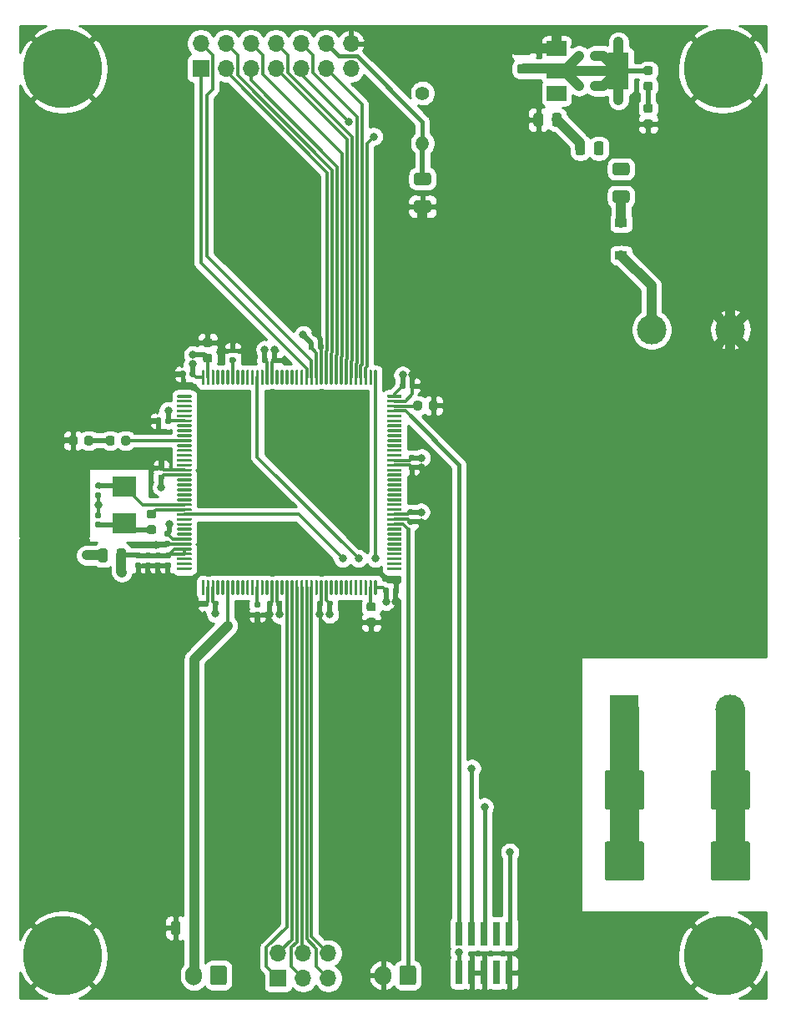
<source format=gbr>
G04 #@! TF.GenerationSoftware,KiCad,Pcbnew,(5.1.6)-1*
G04 #@! TF.CreationDate,2020-05-29T02:21:23-04:00*
G04 #@! TF.ProjectId,T-ShirtPress,542d5368-6972-4745-9072-6573732e6b69,rev?*
G04 #@! TF.SameCoordinates,Original*
G04 #@! TF.FileFunction,Copper,L1,Top*
G04 #@! TF.FilePolarity,Positive*
%FSLAX46Y46*%
G04 Gerber Fmt 4.6, Leading zero omitted, Abs format (unit mm)*
G04 Created by KiCad (PCBNEW (5.1.6)-1) date 2020-05-29 02:21:23*
%MOMM*%
%LPD*%
G01*
G04 APERTURE LIST*
G04 #@! TA.AperFunction,SMDPad,CuDef*
%ADD10R,1.200000X0.900000*%
G04 #@! TD*
G04 #@! TA.AperFunction,ComponentPad*
%ADD11C,0.900000*%
G04 #@! TD*
G04 #@! TA.AperFunction,ComponentPad*
%ADD12C,8.000000*%
G04 #@! TD*
G04 #@! TA.AperFunction,SMDPad,CuDef*
%ADD13R,0.740000X2.400000*%
G04 #@! TD*
G04 #@! TA.AperFunction,ComponentPad*
%ADD14O,1.700000X2.000000*%
G04 #@! TD*
G04 #@! TA.AperFunction,ComponentPad*
%ADD15C,3.000000*%
G04 #@! TD*
G04 #@! TA.AperFunction,ComponentPad*
%ADD16R,3.000000X3.000000*%
G04 #@! TD*
G04 #@! TA.AperFunction,ComponentPad*
%ADD17C,1.400000*%
G04 #@! TD*
G04 #@! TA.AperFunction,ComponentPad*
%ADD18O,1.400000X1.400000*%
G04 #@! TD*
G04 #@! TA.AperFunction,SMDPad,CuDef*
%ADD19R,2.000000X3.800000*%
G04 #@! TD*
G04 #@! TA.AperFunction,SMDPad,CuDef*
%ADD20R,2.000000X1.500000*%
G04 #@! TD*
G04 #@! TA.AperFunction,SMDPad,CuDef*
%ADD21R,2.400000X2.000000*%
G04 #@! TD*
G04 #@! TA.AperFunction,ComponentPad*
%ADD22R,1.700000X1.700000*%
G04 #@! TD*
G04 #@! TA.AperFunction,ComponentPad*
%ADD23O,1.700000X1.700000*%
G04 #@! TD*
G04 #@! TA.AperFunction,ViaPad*
%ADD24C,0.800000*%
G04 #@! TD*
G04 #@! TA.AperFunction,ViaPad*
%ADD25C,1.000000*%
G04 #@! TD*
G04 #@! TA.AperFunction,Conductor*
%ADD26C,0.300000*%
G04 #@! TD*
G04 #@! TA.AperFunction,Conductor*
%ADD27C,0.500000*%
G04 #@! TD*
G04 #@! TA.AperFunction,Conductor*
%ADD28C,1.000000*%
G04 #@! TD*
G04 #@! TA.AperFunction,Conductor*
%ADD29C,0.400000*%
G04 #@! TD*
G04 #@! TA.AperFunction,Conductor*
%ADD30C,0.250000*%
G04 #@! TD*
G04 #@! TA.AperFunction,Conductor*
%ADD31C,3.000000*%
G04 #@! TD*
G04 #@! TA.AperFunction,Conductor*
%ADD32C,0.254000*%
G04 #@! TD*
G04 APERTURE END LIST*
G04 #@! TA.AperFunction,SMDPad,CuDef*
G36*
G01*
X83750000Y-39743750D02*
X83750000Y-40656250D01*
G75*
G02*
X83506250Y-40900000I-243750J0D01*
G01*
X83018750Y-40900000D01*
G75*
G02*
X82775000Y-40656250I0J243750D01*
G01*
X82775000Y-39743750D01*
G75*
G02*
X83018750Y-39500000I243750J0D01*
G01*
X83506250Y-39500000D01*
G75*
G02*
X83750000Y-39743750I0J-243750D01*
G01*
G37*
G04 #@! TD.AperFunction*
G04 #@! TA.AperFunction,SMDPad,CuDef*
G36*
G01*
X85625000Y-39743750D02*
X85625000Y-40656250D01*
G75*
G02*
X85381250Y-40900000I-243750J0D01*
G01*
X84893750Y-40900000D01*
G75*
G02*
X84650000Y-40656250I0J243750D01*
G01*
X84650000Y-39743750D01*
G75*
G02*
X84893750Y-39500000I243750J0D01*
G01*
X85381250Y-39500000D01*
G75*
G02*
X85625000Y-39743750I0J-243750D01*
G01*
G37*
G04 #@! TD.AperFunction*
G04 #@! TA.AperFunction,SMDPad,CuDef*
G36*
G01*
X82256250Y-35525000D02*
X81343750Y-35525000D01*
G75*
G02*
X81100000Y-35281250I0J243750D01*
G01*
X81100000Y-34793750D01*
G75*
G02*
X81343750Y-34550000I243750J0D01*
G01*
X82256250Y-34550000D01*
G75*
G02*
X82500000Y-34793750I0J-243750D01*
G01*
X82500000Y-35281250D01*
G75*
G02*
X82256250Y-35525000I-243750J0D01*
G01*
G37*
G04 #@! TD.AperFunction*
G04 #@! TA.AperFunction,SMDPad,CuDef*
G36*
G01*
X82256250Y-33650000D02*
X81343750Y-33650000D01*
G75*
G02*
X81100000Y-33406250I0J243750D01*
G01*
X81100000Y-32918750D01*
G75*
G02*
X81343750Y-32675000I243750J0D01*
G01*
X82256250Y-32675000D01*
G75*
G02*
X82500000Y-32918750I0J-243750D01*
G01*
X82500000Y-33406250D01*
G75*
G02*
X82256250Y-33650000I-243750J0D01*
G01*
G37*
G04 #@! TD.AperFunction*
G04 #@! TA.AperFunction,SMDPad,CuDef*
G36*
G01*
X42477500Y-84120000D02*
X42822500Y-84120000D01*
G75*
G02*
X42970000Y-84267500I0J-147500D01*
G01*
X42970000Y-84562500D01*
G75*
G02*
X42822500Y-84710000I-147500J0D01*
G01*
X42477500Y-84710000D01*
G75*
G02*
X42330000Y-84562500I0J147500D01*
G01*
X42330000Y-84267500D01*
G75*
G02*
X42477500Y-84120000I147500J0D01*
G01*
G37*
G04 #@! TD.AperFunction*
G04 #@! TA.AperFunction,SMDPad,CuDef*
G36*
G01*
X42477500Y-85090000D02*
X42822500Y-85090000D01*
G75*
G02*
X42970000Y-85237500I0J-147500D01*
G01*
X42970000Y-85532500D01*
G75*
G02*
X42822500Y-85680000I-147500J0D01*
G01*
X42477500Y-85680000D01*
G75*
G02*
X42330000Y-85532500I0J147500D01*
G01*
X42330000Y-85237500D01*
G75*
G02*
X42477500Y-85090000I147500J0D01*
G01*
G37*
G04 #@! TD.AperFunction*
G04 #@! TA.AperFunction,SMDPad,CuDef*
G36*
G01*
X43477500Y-84135000D02*
X43822500Y-84135000D01*
G75*
G02*
X43970000Y-84282500I0J-147500D01*
G01*
X43970000Y-84577500D01*
G75*
G02*
X43822500Y-84725000I-147500J0D01*
G01*
X43477500Y-84725000D01*
G75*
G02*
X43330000Y-84577500I0J147500D01*
G01*
X43330000Y-84282500D01*
G75*
G02*
X43477500Y-84135000I147500J0D01*
G01*
G37*
G04 #@! TD.AperFunction*
G04 #@! TA.AperFunction,SMDPad,CuDef*
G36*
G01*
X43477500Y-85105000D02*
X43822500Y-85105000D01*
G75*
G02*
X43970000Y-85252500I0J-147500D01*
G01*
X43970000Y-85547500D01*
G75*
G02*
X43822500Y-85695000I-147500J0D01*
G01*
X43477500Y-85695000D01*
G75*
G02*
X43330000Y-85547500I0J147500D01*
G01*
X43330000Y-85252500D01*
G75*
G02*
X43477500Y-85105000I147500J0D01*
G01*
G37*
G04 #@! TD.AperFunction*
G04 #@! TA.AperFunction,SMDPad,CuDef*
G36*
G01*
X45822500Y-85680000D02*
X45477500Y-85680000D01*
G75*
G02*
X45330000Y-85532500I0J147500D01*
G01*
X45330000Y-85237500D01*
G75*
G02*
X45477500Y-85090000I147500J0D01*
G01*
X45822500Y-85090000D01*
G75*
G02*
X45970000Y-85237500I0J-147500D01*
G01*
X45970000Y-85532500D01*
G75*
G02*
X45822500Y-85680000I-147500J0D01*
G01*
G37*
G04 #@! TD.AperFunction*
G04 #@! TA.AperFunction,SMDPad,CuDef*
G36*
G01*
X45822500Y-84710000D02*
X45477500Y-84710000D01*
G75*
G02*
X45330000Y-84562500I0J147500D01*
G01*
X45330000Y-84267500D01*
G75*
G02*
X45477500Y-84120000I147500J0D01*
G01*
X45822500Y-84120000D01*
G75*
G02*
X45970000Y-84267500I0J-147500D01*
G01*
X45970000Y-84562500D01*
G75*
G02*
X45822500Y-84710000I-147500J0D01*
G01*
G37*
G04 #@! TD.AperFunction*
G04 #@! TA.AperFunction,SMDPad,CuDef*
G36*
G01*
X44822500Y-84710000D02*
X44477500Y-84710000D01*
G75*
G02*
X44330000Y-84562500I0J147500D01*
G01*
X44330000Y-84267500D01*
G75*
G02*
X44477500Y-84120000I147500J0D01*
G01*
X44822500Y-84120000D01*
G75*
G02*
X44970000Y-84267500I0J-147500D01*
G01*
X44970000Y-84562500D01*
G75*
G02*
X44822500Y-84710000I-147500J0D01*
G01*
G37*
G04 #@! TD.AperFunction*
G04 #@! TA.AperFunction,SMDPad,CuDef*
G36*
G01*
X44822500Y-85680000D02*
X44477500Y-85680000D01*
G75*
G02*
X44330000Y-85532500I0J147500D01*
G01*
X44330000Y-85237500D01*
G75*
G02*
X44477500Y-85090000I147500J0D01*
G01*
X44822500Y-85090000D01*
G75*
G02*
X44970000Y-85237500I0J-147500D01*
G01*
X44970000Y-85532500D01*
G75*
G02*
X44822500Y-85680000I-147500J0D01*
G01*
G37*
G04 #@! TD.AperFunction*
G04 #@! TA.AperFunction,SMDPad,CuDef*
G36*
G01*
X45172500Y-75810000D02*
X44827500Y-75810000D01*
G75*
G02*
X44680000Y-75662500I0J147500D01*
G01*
X44680000Y-75367500D01*
G75*
G02*
X44827500Y-75220000I147500J0D01*
G01*
X45172500Y-75220000D01*
G75*
G02*
X45320000Y-75367500I0J-147500D01*
G01*
X45320000Y-75662500D01*
G75*
G02*
X45172500Y-75810000I-147500J0D01*
G01*
G37*
G04 #@! TD.AperFunction*
G04 #@! TA.AperFunction,SMDPad,CuDef*
G36*
G01*
X45172500Y-76780000D02*
X44827500Y-76780000D01*
G75*
G02*
X44680000Y-76632500I0J147500D01*
G01*
X44680000Y-76337500D01*
G75*
G02*
X44827500Y-76190000I147500J0D01*
G01*
X45172500Y-76190000D01*
G75*
G02*
X45320000Y-76337500I0J-147500D01*
G01*
X45320000Y-76632500D01*
G75*
G02*
X45172500Y-76780000I-147500J0D01*
G01*
G37*
G04 #@! TD.AperFunction*
G04 #@! TA.AperFunction,SMDPad,CuDef*
G36*
G01*
X45427500Y-81920000D02*
X45772500Y-81920000D01*
G75*
G02*
X45920000Y-82067500I0J-147500D01*
G01*
X45920000Y-82362500D01*
G75*
G02*
X45772500Y-82510000I-147500J0D01*
G01*
X45427500Y-82510000D01*
G75*
G02*
X45280000Y-82362500I0J147500D01*
G01*
X45280000Y-82067500D01*
G75*
G02*
X45427500Y-81920000I147500J0D01*
G01*
G37*
G04 #@! TD.AperFunction*
G04 #@! TA.AperFunction,SMDPad,CuDef*
G36*
G01*
X45427500Y-82890000D02*
X45772500Y-82890000D01*
G75*
G02*
X45920000Y-83037500I0J-147500D01*
G01*
X45920000Y-83332500D01*
G75*
G02*
X45772500Y-83480000I-147500J0D01*
G01*
X45427500Y-83480000D01*
G75*
G02*
X45280000Y-83332500I0J147500D01*
G01*
X45280000Y-83037500D01*
G75*
G02*
X45427500Y-82890000I147500J0D01*
G01*
G37*
G04 #@! TD.AperFunction*
G04 #@! TA.AperFunction,SMDPad,CuDef*
G36*
G01*
X49810000Y-89127500D02*
X49810000Y-89472500D01*
G75*
G02*
X49662500Y-89620000I-147500J0D01*
G01*
X49367500Y-89620000D01*
G75*
G02*
X49220000Y-89472500I0J147500D01*
G01*
X49220000Y-89127500D01*
G75*
G02*
X49367500Y-88980000I147500J0D01*
G01*
X49662500Y-88980000D01*
G75*
G02*
X49810000Y-89127500I0J-147500D01*
G01*
G37*
G04 #@! TD.AperFunction*
G04 #@! TA.AperFunction,SMDPad,CuDef*
G36*
G01*
X50780000Y-89127500D02*
X50780000Y-89472500D01*
G75*
G02*
X50632500Y-89620000I-147500J0D01*
G01*
X50337500Y-89620000D01*
G75*
G02*
X50190000Y-89472500I0J147500D01*
G01*
X50190000Y-89127500D01*
G75*
G02*
X50337500Y-88980000I147500J0D01*
G01*
X50632500Y-88980000D01*
G75*
G02*
X50780000Y-89127500I0J-147500D01*
G01*
G37*
G04 #@! TD.AperFunction*
G04 #@! TA.AperFunction,SMDPad,CuDef*
G36*
G01*
X57280000Y-89127500D02*
X57280000Y-89472500D01*
G75*
G02*
X57132500Y-89620000I-147500J0D01*
G01*
X56837500Y-89620000D01*
G75*
G02*
X56690000Y-89472500I0J147500D01*
G01*
X56690000Y-89127500D01*
G75*
G02*
X56837500Y-88980000I147500J0D01*
G01*
X57132500Y-88980000D01*
G75*
G02*
X57280000Y-89127500I0J-147500D01*
G01*
G37*
G04 #@! TD.AperFunction*
G04 #@! TA.AperFunction,SMDPad,CuDef*
G36*
G01*
X56310000Y-89127500D02*
X56310000Y-89472500D01*
G75*
G02*
X56162500Y-89620000I-147500J0D01*
G01*
X55867500Y-89620000D01*
G75*
G02*
X55720000Y-89472500I0J147500D01*
G01*
X55720000Y-89127500D01*
G75*
G02*
X55867500Y-88980000I147500J0D01*
G01*
X56162500Y-88980000D01*
G75*
G02*
X56310000Y-89127500I0J-147500D01*
G01*
G37*
G04 #@! TD.AperFunction*
G04 #@! TA.AperFunction,SMDPad,CuDef*
G36*
G01*
X61410000Y-89127500D02*
X61410000Y-89472500D01*
G75*
G02*
X61262500Y-89620000I-147500J0D01*
G01*
X60967500Y-89620000D01*
G75*
G02*
X60820000Y-89472500I0J147500D01*
G01*
X60820000Y-89127500D01*
G75*
G02*
X60967500Y-88980000I147500J0D01*
G01*
X61262500Y-88980000D01*
G75*
G02*
X61410000Y-89127500I0J-147500D01*
G01*
G37*
G04 #@! TD.AperFunction*
G04 #@! TA.AperFunction,SMDPad,CuDef*
G36*
G01*
X62380000Y-89127500D02*
X62380000Y-89472500D01*
G75*
G02*
X62232500Y-89620000I-147500J0D01*
G01*
X61937500Y-89620000D01*
G75*
G02*
X61790000Y-89472500I0J147500D01*
G01*
X61790000Y-89127500D01*
G75*
G02*
X61937500Y-88980000I147500J0D01*
G01*
X62232500Y-88980000D01*
G75*
G02*
X62380000Y-89127500I0J-147500D01*
G01*
G37*
G04 #@! TD.AperFunction*
G04 #@! TA.AperFunction,SMDPad,CuDef*
G36*
G01*
X67520000Y-88172500D02*
X67520000Y-87827500D01*
G75*
G02*
X67667500Y-87680000I147500J0D01*
G01*
X67962500Y-87680000D01*
G75*
G02*
X68110000Y-87827500I0J-147500D01*
G01*
X68110000Y-88172500D01*
G75*
G02*
X67962500Y-88320000I-147500J0D01*
G01*
X67667500Y-88320000D01*
G75*
G02*
X67520000Y-88172500I0J147500D01*
G01*
G37*
G04 #@! TD.AperFunction*
G04 #@! TA.AperFunction,SMDPad,CuDef*
G36*
G01*
X68490000Y-88172500D02*
X68490000Y-87827500D01*
G75*
G02*
X68637500Y-87680000I147500J0D01*
G01*
X68932500Y-87680000D01*
G75*
G02*
X69080000Y-87827500I0J-147500D01*
G01*
X69080000Y-88172500D01*
G75*
G02*
X68932500Y-88320000I-147500J0D01*
G01*
X68637500Y-88320000D01*
G75*
G02*
X68490000Y-88172500I0J147500D01*
G01*
G37*
G04 #@! TD.AperFunction*
G04 #@! TA.AperFunction,SMDPad,CuDef*
G36*
G01*
X70127500Y-80690000D02*
X70472500Y-80690000D01*
G75*
G02*
X70620000Y-80837500I0J-147500D01*
G01*
X70620000Y-81132500D01*
G75*
G02*
X70472500Y-81280000I-147500J0D01*
G01*
X70127500Y-81280000D01*
G75*
G02*
X69980000Y-81132500I0J147500D01*
G01*
X69980000Y-80837500D01*
G75*
G02*
X70127500Y-80690000I147500J0D01*
G01*
G37*
G04 #@! TD.AperFunction*
G04 #@! TA.AperFunction,SMDPad,CuDef*
G36*
G01*
X70127500Y-79720000D02*
X70472500Y-79720000D01*
G75*
G02*
X70620000Y-79867500I0J-147500D01*
G01*
X70620000Y-80162500D01*
G75*
G02*
X70472500Y-80310000I-147500J0D01*
G01*
X70127500Y-80310000D01*
G75*
G02*
X69980000Y-80162500I0J147500D01*
G01*
X69980000Y-79867500D01*
G75*
G02*
X70127500Y-79720000I147500J0D01*
G01*
G37*
G04 #@! TD.AperFunction*
G04 #@! TA.AperFunction,SMDPad,CuDef*
G36*
G01*
X70227500Y-74220000D02*
X70572500Y-74220000D01*
G75*
G02*
X70720000Y-74367500I0J-147500D01*
G01*
X70720000Y-74662500D01*
G75*
G02*
X70572500Y-74810000I-147500J0D01*
G01*
X70227500Y-74810000D01*
G75*
G02*
X70080000Y-74662500I0J147500D01*
G01*
X70080000Y-74367500D01*
G75*
G02*
X70227500Y-74220000I147500J0D01*
G01*
G37*
G04 #@! TD.AperFunction*
G04 #@! TA.AperFunction,SMDPad,CuDef*
G36*
G01*
X70227500Y-75190000D02*
X70572500Y-75190000D01*
G75*
G02*
X70720000Y-75337500I0J-147500D01*
G01*
X70720000Y-75632500D01*
G75*
G02*
X70572500Y-75780000I-147500J0D01*
G01*
X70227500Y-75780000D01*
G75*
G02*
X70080000Y-75632500I0J147500D01*
G01*
X70080000Y-75337500D01*
G75*
G02*
X70227500Y-75190000I147500J0D01*
G01*
G37*
G04 #@! TD.AperFunction*
G04 #@! TA.AperFunction,SMDPad,CuDef*
G36*
G01*
X69220000Y-67372500D02*
X69220000Y-67027500D01*
G75*
G02*
X69367500Y-66880000I147500J0D01*
G01*
X69662500Y-66880000D01*
G75*
G02*
X69810000Y-67027500I0J-147500D01*
G01*
X69810000Y-67372500D01*
G75*
G02*
X69662500Y-67520000I-147500J0D01*
G01*
X69367500Y-67520000D01*
G75*
G02*
X69220000Y-67372500I0J147500D01*
G01*
G37*
G04 #@! TD.AperFunction*
G04 #@! TA.AperFunction,SMDPad,CuDef*
G36*
G01*
X70190000Y-67372500D02*
X70190000Y-67027500D01*
G75*
G02*
X70337500Y-66880000I147500J0D01*
G01*
X70632500Y-66880000D01*
G75*
G02*
X70780000Y-67027500I0J-147500D01*
G01*
X70780000Y-67372500D01*
G75*
G02*
X70632500Y-67520000I-147500J0D01*
G01*
X70337500Y-67520000D01*
G75*
G02*
X70190000Y-67372500I0J147500D01*
G01*
G37*
G04 #@! TD.AperFunction*
G04 #@! TA.AperFunction,SMDPad,CuDef*
G36*
G01*
X59920000Y-63422500D02*
X59920000Y-63077500D01*
G75*
G02*
X60067500Y-62930000I147500J0D01*
G01*
X60362500Y-62930000D01*
G75*
G02*
X60510000Y-63077500I0J-147500D01*
G01*
X60510000Y-63422500D01*
G75*
G02*
X60362500Y-63570000I-147500J0D01*
G01*
X60067500Y-63570000D01*
G75*
G02*
X59920000Y-63422500I0J147500D01*
G01*
G37*
G04 #@! TD.AperFunction*
G04 #@! TA.AperFunction,SMDPad,CuDef*
G36*
G01*
X60890000Y-63422500D02*
X60890000Y-63077500D01*
G75*
G02*
X61037500Y-62930000I147500J0D01*
G01*
X61332500Y-62930000D01*
G75*
G02*
X61480000Y-63077500I0J-147500D01*
G01*
X61480000Y-63422500D01*
G75*
G02*
X61332500Y-63570000I-147500J0D01*
G01*
X61037500Y-63570000D01*
G75*
G02*
X60890000Y-63422500I0J147500D01*
G01*
G37*
G04 #@! TD.AperFunction*
G04 #@! TA.AperFunction,SMDPad,CuDef*
G36*
G01*
X56190000Y-64772500D02*
X56190000Y-64427500D01*
G75*
G02*
X56337500Y-64280000I147500J0D01*
G01*
X56632500Y-64280000D01*
G75*
G02*
X56780000Y-64427500I0J-147500D01*
G01*
X56780000Y-64772500D01*
G75*
G02*
X56632500Y-64920000I-147500J0D01*
G01*
X56337500Y-64920000D01*
G75*
G02*
X56190000Y-64772500I0J147500D01*
G01*
G37*
G04 #@! TD.AperFunction*
G04 #@! TA.AperFunction,SMDPad,CuDef*
G36*
G01*
X55220000Y-64772500D02*
X55220000Y-64427500D01*
G75*
G02*
X55367500Y-64280000I147500J0D01*
G01*
X55662500Y-64280000D01*
G75*
G02*
X55810000Y-64427500I0J-147500D01*
G01*
X55810000Y-64772500D01*
G75*
G02*
X55662500Y-64920000I-147500J0D01*
G01*
X55367500Y-64920000D01*
G75*
G02*
X55220000Y-64772500I0J147500D01*
G01*
G37*
G04 #@! TD.AperFunction*
G04 #@! TA.AperFunction,SMDPad,CuDef*
G36*
G01*
X48465000Y-65827500D02*
X48465000Y-66172500D01*
G75*
G02*
X48317500Y-66320000I-147500J0D01*
G01*
X48022500Y-66320000D01*
G75*
G02*
X47875000Y-66172500I0J147500D01*
G01*
X47875000Y-65827500D01*
G75*
G02*
X48022500Y-65680000I147500J0D01*
G01*
X48317500Y-65680000D01*
G75*
G02*
X48465000Y-65827500I0J-147500D01*
G01*
G37*
G04 #@! TD.AperFunction*
G04 #@! TA.AperFunction,SMDPad,CuDef*
G36*
G01*
X47495000Y-65827500D02*
X47495000Y-66172500D01*
G75*
G02*
X47347500Y-66320000I-147500J0D01*
G01*
X47052500Y-66320000D01*
G75*
G02*
X46905000Y-66172500I0J147500D01*
G01*
X46905000Y-65827500D01*
G75*
G02*
X47052500Y-65680000I147500J0D01*
G01*
X47347500Y-65680000D01*
G75*
G02*
X47495000Y-65827500I0J-147500D01*
G01*
G37*
G04 #@! TD.AperFunction*
G04 #@! TA.AperFunction,SMDPad,CuDef*
G36*
G01*
X45010000Y-70577500D02*
X45010000Y-70922500D01*
G75*
G02*
X44862500Y-71070000I-147500J0D01*
G01*
X44567500Y-71070000D01*
G75*
G02*
X44420000Y-70922500I0J147500D01*
G01*
X44420000Y-70577500D01*
G75*
G02*
X44567500Y-70430000I147500J0D01*
G01*
X44862500Y-70430000D01*
G75*
G02*
X45010000Y-70577500I0J-147500D01*
G01*
G37*
G04 #@! TD.AperFunction*
G04 #@! TA.AperFunction,SMDPad,CuDef*
G36*
G01*
X45980000Y-70577500D02*
X45980000Y-70922500D01*
G75*
G02*
X45832500Y-71070000I-147500J0D01*
G01*
X45537500Y-71070000D01*
G75*
G02*
X45390000Y-70922500I0J147500D01*
G01*
X45390000Y-70577500D01*
G75*
G02*
X45537500Y-70430000I147500J0D01*
G01*
X45832500Y-70430000D01*
G75*
G02*
X45980000Y-70577500I0J-147500D01*
G01*
G37*
G04 #@! TD.AperFunction*
G04 #@! TA.AperFunction,SMDPad,CuDef*
G36*
G01*
X49956250Y-64825000D02*
X49443750Y-64825000D01*
G75*
G02*
X49225000Y-64606250I0J218750D01*
G01*
X49225000Y-64168750D01*
G75*
G02*
X49443750Y-63950000I218750J0D01*
G01*
X49956250Y-63950000D01*
G75*
G02*
X50175000Y-64168750I0J-218750D01*
G01*
X50175000Y-64606250D01*
G75*
G02*
X49956250Y-64825000I-218750J0D01*
G01*
G37*
G04 #@! TD.AperFunction*
G04 #@! TA.AperFunction,SMDPad,CuDef*
G36*
G01*
X49956250Y-63250000D02*
X49443750Y-63250000D01*
G75*
G02*
X49225000Y-63031250I0J218750D01*
G01*
X49225000Y-62593750D01*
G75*
G02*
X49443750Y-62375000I218750J0D01*
G01*
X49956250Y-62375000D01*
G75*
G02*
X50175000Y-62593750I0J-218750D01*
G01*
X50175000Y-63031250D01*
G75*
G02*
X49956250Y-63250000I-218750J0D01*
G01*
G37*
G04 #@! TD.AperFunction*
G04 #@! TA.AperFunction,SMDPad,CuDef*
G36*
G01*
X66043750Y-89175000D02*
X66556250Y-89175000D01*
G75*
G02*
X66775000Y-89393750I0J-218750D01*
G01*
X66775000Y-89831250D01*
G75*
G02*
X66556250Y-90050000I-218750J0D01*
G01*
X66043750Y-90050000D01*
G75*
G02*
X65825000Y-89831250I0J218750D01*
G01*
X65825000Y-89393750D01*
G75*
G02*
X66043750Y-89175000I218750J0D01*
G01*
G37*
G04 #@! TD.AperFunction*
G04 #@! TA.AperFunction,SMDPad,CuDef*
G36*
G01*
X66043750Y-90750000D02*
X66556250Y-90750000D01*
G75*
G02*
X66775000Y-90968750I0J-218750D01*
G01*
X66775000Y-91406250D01*
G75*
G02*
X66556250Y-91625000I-218750J0D01*
G01*
X66043750Y-91625000D01*
G75*
G02*
X65825000Y-91406250I0J218750D01*
G01*
X65825000Y-90968750D01*
G75*
G02*
X66043750Y-90750000I218750J0D01*
G01*
G37*
G04 #@! TD.AperFunction*
G04 #@! TA.AperFunction,SMDPad,CuDef*
G36*
G01*
X72150000Y-69456250D02*
X72150000Y-68943750D01*
G75*
G02*
X72368750Y-68725000I218750J0D01*
G01*
X72806250Y-68725000D01*
G75*
G02*
X73025000Y-68943750I0J-218750D01*
G01*
X73025000Y-69456250D01*
G75*
G02*
X72806250Y-69675000I-218750J0D01*
G01*
X72368750Y-69675000D01*
G75*
G02*
X72150000Y-69456250I0J218750D01*
G01*
G37*
G04 #@! TD.AperFunction*
G04 #@! TA.AperFunction,SMDPad,CuDef*
G36*
G01*
X70575000Y-69456250D02*
X70575000Y-68943750D01*
G75*
G02*
X70793750Y-68725000I218750J0D01*
G01*
X71231250Y-68725000D01*
G75*
G02*
X71450000Y-68943750I0J-218750D01*
G01*
X71450000Y-69456250D01*
G75*
G02*
X71231250Y-69675000I-218750J0D01*
G01*
X70793750Y-69675000D01*
G75*
G02*
X70575000Y-69456250I0J218750D01*
G01*
G37*
G04 #@! TD.AperFunction*
G04 #@! TA.AperFunction,SMDPad,CuDef*
G36*
G01*
X38427500Y-77990000D02*
X38772500Y-77990000D01*
G75*
G02*
X38920000Y-78137500I0J-147500D01*
G01*
X38920000Y-78432500D01*
G75*
G02*
X38772500Y-78580000I-147500J0D01*
G01*
X38427500Y-78580000D01*
G75*
G02*
X38280000Y-78432500I0J147500D01*
G01*
X38280000Y-78137500D01*
G75*
G02*
X38427500Y-77990000I147500J0D01*
G01*
G37*
G04 #@! TD.AperFunction*
G04 #@! TA.AperFunction,SMDPad,CuDef*
G36*
G01*
X38427500Y-77020000D02*
X38772500Y-77020000D01*
G75*
G02*
X38920000Y-77167500I0J-147500D01*
G01*
X38920000Y-77462500D01*
G75*
G02*
X38772500Y-77610000I-147500J0D01*
G01*
X38427500Y-77610000D01*
G75*
G02*
X38280000Y-77462500I0J147500D01*
G01*
X38280000Y-77167500D01*
G75*
G02*
X38427500Y-77020000I147500J0D01*
G01*
G37*
G04 #@! TD.AperFunction*
G04 #@! TA.AperFunction,SMDPad,CuDef*
G36*
G01*
X38772500Y-80610000D02*
X38427500Y-80610000D01*
G75*
G02*
X38280000Y-80462500I0J147500D01*
G01*
X38280000Y-80167500D01*
G75*
G02*
X38427500Y-80020000I147500J0D01*
G01*
X38772500Y-80020000D01*
G75*
G02*
X38920000Y-80167500I0J-147500D01*
G01*
X38920000Y-80462500D01*
G75*
G02*
X38772500Y-80610000I-147500J0D01*
G01*
G37*
G04 #@! TD.AperFunction*
G04 #@! TA.AperFunction,SMDPad,CuDef*
G36*
G01*
X38772500Y-81580000D02*
X38427500Y-81580000D01*
G75*
G02*
X38280000Y-81432500I0J147500D01*
G01*
X38280000Y-81137500D01*
G75*
G02*
X38427500Y-80990000I147500J0D01*
G01*
X38772500Y-80990000D01*
G75*
G02*
X38920000Y-81137500I0J-147500D01*
G01*
X38920000Y-81432500D01*
G75*
G02*
X38772500Y-81580000I-147500J0D01*
G01*
G37*
G04 #@! TD.AperFunction*
D10*
X91650000Y-50650000D03*
X91650000Y-53950000D03*
G04 #@! TA.AperFunction,SMDPad,CuDef*
G36*
G01*
X92275000Y-48625000D02*
X91025000Y-48625000D01*
G75*
G02*
X90775000Y-48375000I0J250000D01*
G01*
X90775000Y-47625000D01*
G75*
G02*
X91025000Y-47375000I250000J0D01*
G01*
X92275000Y-47375000D01*
G75*
G02*
X92525000Y-47625000I0J-250000D01*
G01*
X92525000Y-48375000D01*
G75*
G02*
X92275000Y-48625000I-250000J0D01*
G01*
G37*
G04 #@! TD.AperFunction*
G04 #@! TA.AperFunction,SMDPad,CuDef*
G36*
G01*
X92275000Y-45825000D02*
X91025000Y-45825000D01*
G75*
G02*
X90775000Y-45575000I0J250000D01*
G01*
X90775000Y-44825000D01*
G75*
G02*
X91025000Y-44575000I250000J0D01*
G01*
X92275000Y-44575000D01*
G75*
G02*
X92525000Y-44825000I0J-250000D01*
G01*
X92525000Y-45575000D01*
G75*
G02*
X92275000Y-45825000I-250000J0D01*
G01*
G37*
G04 #@! TD.AperFunction*
G04 #@! TA.AperFunction,SMDPad,CuDef*
G36*
G01*
X88900000Y-43556250D02*
X88900000Y-42643750D01*
G75*
G02*
X89143750Y-42400000I243750J0D01*
G01*
X89631250Y-42400000D01*
G75*
G02*
X89875000Y-42643750I0J-243750D01*
G01*
X89875000Y-43556250D01*
G75*
G02*
X89631250Y-43800000I-243750J0D01*
G01*
X89143750Y-43800000D01*
G75*
G02*
X88900000Y-43556250I0J243750D01*
G01*
G37*
G04 #@! TD.AperFunction*
G04 #@! TA.AperFunction,SMDPad,CuDef*
G36*
G01*
X87025000Y-43556250D02*
X87025000Y-42643750D01*
G75*
G02*
X87268750Y-42400000I243750J0D01*
G01*
X87756250Y-42400000D01*
G75*
G02*
X88000000Y-42643750I0J-243750D01*
G01*
X88000000Y-43556250D01*
G75*
G02*
X87756250Y-43800000I-243750J0D01*
G01*
X87268750Y-43800000D01*
G75*
G02*
X87025000Y-43556250I0J243750D01*
G01*
G37*
G04 #@! TD.AperFunction*
G04 #@! TA.AperFunction,SMDPad,CuDef*
G36*
G01*
X41425000Y-83943750D02*
X41425000Y-84856250D01*
G75*
G02*
X41181250Y-85100000I-243750J0D01*
G01*
X40693750Y-85100000D01*
G75*
G02*
X40450000Y-84856250I0J243750D01*
G01*
X40450000Y-83943750D01*
G75*
G02*
X40693750Y-83700000I243750J0D01*
G01*
X41181250Y-83700000D01*
G75*
G02*
X41425000Y-83943750I0J-243750D01*
G01*
G37*
G04 #@! TD.AperFunction*
G04 #@! TA.AperFunction,SMDPad,CuDef*
G36*
G01*
X39550000Y-83943750D02*
X39550000Y-84856250D01*
G75*
G02*
X39306250Y-85100000I-243750J0D01*
G01*
X38818750Y-85100000D01*
G75*
G02*
X38575000Y-84856250I0J243750D01*
G01*
X38575000Y-83943750D01*
G75*
G02*
X38818750Y-83700000I243750J0D01*
G01*
X39306250Y-83700000D01*
G75*
G02*
X39550000Y-83943750I0J-243750D01*
G01*
G37*
G04 #@! TD.AperFunction*
D11*
X104121320Y-122878680D03*
X102000000Y-122000000D03*
X99878680Y-122878680D03*
X99000000Y-125000000D03*
X99878680Y-127121320D03*
X102000000Y-128000000D03*
X104121320Y-127121320D03*
X105000000Y-125000000D03*
D12*
X102000000Y-125000000D03*
X102000000Y-35000000D03*
D11*
X105000000Y-35000000D03*
X104121320Y-37121320D03*
X102000000Y-38000000D03*
X99878680Y-37121320D03*
X99000000Y-35000000D03*
X99878680Y-32878680D03*
X102000000Y-32000000D03*
X104121320Y-32878680D03*
X37121320Y-32878680D03*
X35000000Y-32000000D03*
X32878680Y-32878680D03*
X32000000Y-35000000D03*
X32878680Y-37121320D03*
X35000000Y-38000000D03*
X37121320Y-37121320D03*
X38000000Y-35000000D03*
D12*
X35000000Y-35000000D03*
X35000000Y-125000000D03*
D11*
X38000000Y-125000000D03*
X37121320Y-127121320D03*
X35000000Y-128000000D03*
X32878680Y-127121320D03*
X32000000Y-125000000D03*
X32878680Y-122878680D03*
X35000000Y-122000000D03*
X37121320Y-122878680D03*
D13*
X75210000Y-126700000D03*
X75210000Y-122800000D03*
X76480000Y-126700000D03*
X76480000Y-122800000D03*
X77750000Y-126700000D03*
X77750000Y-122800000D03*
X79020000Y-126700000D03*
X79020000Y-122800000D03*
X80290000Y-126700000D03*
X80290000Y-122800000D03*
D14*
X48300000Y-127000000D03*
G04 #@! TA.AperFunction,ComponentPad*
G36*
G01*
X51650000Y-126250000D02*
X51650000Y-127750000D01*
G75*
G02*
X51400000Y-128000000I-250000J0D01*
G01*
X50200000Y-128000000D01*
G75*
G02*
X49950000Y-127750000I0J250000D01*
G01*
X49950000Y-126250000D01*
G75*
G02*
X50200000Y-126000000I250000J0D01*
G01*
X51400000Y-126000000D01*
G75*
G02*
X51650000Y-126250000I0J-250000D01*
G01*
G37*
G04 #@! TD.AperFunction*
G04 #@! TA.AperFunction,ComponentPad*
G36*
G01*
X70850000Y-126250000D02*
X70850000Y-127750000D01*
G75*
G02*
X70600000Y-128000000I-250000J0D01*
G01*
X69400000Y-128000000D01*
G75*
G02*
X69150000Y-127750000I0J250000D01*
G01*
X69150000Y-126250000D01*
G75*
G02*
X69400000Y-126000000I250000J0D01*
G01*
X70600000Y-126000000D01*
G75*
G02*
X70850000Y-126250000I0J-250000D01*
G01*
G37*
G04 #@! TD.AperFunction*
X67500000Y-127000000D03*
G04 #@! TA.AperFunction,ComponentPad*
G36*
G01*
X100750000Y-109950000D02*
X100750000Y-106450000D01*
G75*
G02*
X101000000Y-106200000I250000J0D01*
G01*
X104500000Y-106200000D01*
G75*
G02*
X104750000Y-106450000I0J-250000D01*
G01*
X104750000Y-109950000D01*
G75*
G02*
X104500000Y-110200000I-250000J0D01*
G01*
X101000000Y-110200000D01*
G75*
G02*
X100750000Y-109950000I0J250000D01*
G01*
G37*
G04 #@! TD.AperFunction*
G04 #@! TA.AperFunction,ComponentPad*
G36*
G01*
X90000000Y-109950000D02*
X90000000Y-106450000D01*
G75*
G02*
X90250000Y-106200000I250000J0D01*
G01*
X93750000Y-106200000D01*
G75*
G02*
X94000000Y-106450000I0J-250000D01*
G01*
X94000000Y-109950000D01*
G75*
G02*
X93750000Y-110200000I-250000J0D01*
G01*
X90250000Y-110200000D01*
G75*
G02*
X90000000Y-109950000I0J250000D01*
G01*
G37*
G04 #@! TD.AperFunction*
D15*
X102750000Y-61500000D03*
X102750000Y-100000000D03*
X94750000Y-61500000D03*
D16*
X92000000Y-100000000D03*
G04 #@! TA.AperFunction,SMDPad,CuDef*
G36*
G01*
X48825000Y-121743750D02*
X48825000Y-122656250D01*
G75*
G02*
X48581250Y-122900000I-243750J0D01*
G01*
X48093750Y-122900000D01*
G75*
G02*
X47850000Y-122656250I0J243750D01*
G01*
X47850000Y-121743750D01*
G75*
G02*
X48093750Y-121500000I243750J0D01*
G01*
X48581250Y-121500000D01*
G75*
G02*
X48825000Y-121743750I0J-243750D01*
G01*
G37*
G04 #@! TD.AperFunction*
G04 #@! TA.AperFunction,SMDPad,CuDef*
G36*
G01*
X46950000Y-121743750D02*
X46950000Y-122656250D01*
G75*
G02*
X46706250Y-122900000I-243750J0D01*
G01*
X46218750Y-122900000D01*
G75*
G02*
X45975000Y-122656250I0J243750D01*
G01*
X45975000Y-121743750D01*
G75*
G02*
X46218750Y-121500000I243750J0D01*
G01*
X46706250Y-121500000D01*
G75*
G02*
X46950000Y-121743750I0J-243750D01*
G01*
G37*
G04 #@! TD.AperFunction*
G04 #@! TA.AperFunction,SMDPad,CuDef*
G36*
G01*
X43743750Y-81350000D02*
X44256250Y-81350000D01*
G75*
G02*
X44475000Y-81568750I0J-218750D01*
G01*
X44475000Y-82006250D01*
G75*
G02*
X44256250Y-82225000I-218750J0D01*
G01*
X43743750Y-82225000D01*
G75*
G02*
X43525000Y-82006250I0J218750D01*
G01*
X43525000Y-81568750D01*
G75*
G02*
X43743750Y-81350000I218750J0D01*
G01*
G37*
G04 #@! TD.AperFunction*
G04 #@! TA.AperFunction,SMDPad,CuDef*
G36*
G01*
X43743750Y-79775000D02*
X44256250Y-79775000D01*
G75*
G02*
X44475000Y-79993750I0J-218750D01*
G01*
X44475000Y-80431250D01*
G75*
G02*
X44256250Y-80650000I-218750J0D01*
G01*
X43743750Y-80650000D01*
G75*
G02*
X43525000Y-80431250I0J218750D01*
G01*
X43525000Y-79993750D01*
G75*
G02*
X43743750Y-79775000I218750J0D01*
G01*
G37*
G04 #@! TD.AperFunction*
D17*
X71500000Y-37500000D03*
D18*
X71500000Y-42580000D03*
G04 #@! TA.AperFunction,SMDPad,CuDef*
G36*
G01*
X52422500Y-63910000D02*
X52077500Y-63910000D01*
G75*
G02*
X51930000Y-63762500I0J147500D01*
G01*
X51930000Y-63467500D01*
G75*
G02*
X52077500Y-63320000I147500J0D01*
G01*
X52422500Y-63320000D01*
G75*
G02*
X52570000Y-63467500I0J-147500D01*
G01*
X52570000Y-63762500D01*
G75*
G02*
X52422500Y-63910000I-147500J0D01*
G01*
G37*
G04 #@! TD.AperFunction*
G04 #@! TA.AperFunction,SMDPad,CuDef*
G36*
G01*
X52422500Y-64880000D02*
X52077500Y-64880000D01*
G75*
G02*
X51930000Y-64732500I0J147500D01*
G01*
X51930000Y-64437500D01*
G75*
G02*
X52077500Y-64290000I147500J0D01*
G01*
X52422500Y-64290000D01*
G75*
G02*
X52570000Y-64437500I0J-147500D01*
G01*
X52570000Y-64732500D01*
G75*
G02*
X52422500Y-64880000I-147500J0D01*
G01*
G37*
G04 #@! TD.AperFunction*
G04 #@! TA.AperFunction,SMDPad,CuDef*
G36*
G01*
X54577500Y-89120000D02*
X54922500Y-89120000D01*
G75*
G02*
X55070000Y-89267500I0J-147500D01*
G01*
X55070000Y-89562500D01*
G75*
G02*
X54922500Y-89710000I-147500J0D01*
G01*
X54577500Y-89710000D01*
G75*
G02*
X54430000Y-89562500I0J147500D01*
G01*
X54430000Y-89267500D01*
G75*
G02*
X54577500Y-89120000I147500J0D01*
G01*
G37*
G04 #@! TD.AperFunction*
G04 #@! TA.AperFunction,SMDPad,CuDef*
G36*
G01*
X54577500Y-90090000D02*
X54922500Y-90090000D01*
G75*
G02*
X55070000Y-90237500I0J-147500D01*
G01*
X55070000Y-90532500D01*
G75*
G02*
X54922500Y-90680000I-147500J0D01*
G01*
X54577500Y-90680000D01*
G75*
G02*
X54430000Y-90532500I0J147500D01*
G01*
X54430000Y-90237500D01*
G75*
G02*
X54577500Y-90090000I147500J0D01*
G01*
G37*
G04 #@! TD.AperFunction*
G04 #@! TA.AperFunction,SMDPad,CuDef*
G36*
G01*
X70875000Y-45575000D02*
X72125000Y-45575000D01*
G75*
G02*
X72375000Y-45825000I0J-250000D01*
G01*
X72375000Y-46575000D01*
G75*
G02*
X72125000Y-46825000I-250000J0D01*
G01*
X70875000Y-46825000D01*
G75*
G02*
X70625000Y-46575000I0J250000D01*
G01*
X70625000Y-45825000D01*
G75*
G02*
X70875000Y-45575000I250000J0D01*
G01*
G37*
G04 #@! TD.AperFunction*
G04 #@! TA.AperFunction,SMDPad,CuDef*
G36*
G01*
X70875000Y-48375000D02*
X72125000Y-48375000D01*
G75*
G02*
X72375000Y-48625000I0J-250000D01*
G01*
X72375000Y-49375000D01*
G75*
G02*
X72125000Y-49625000I-250000J0D01*
G01*
X70875000Y-49625000D01*
G75*
G02*
X70625000Y-49375000I0J250000D01*
G01*
X70625000Y-48625000D01*
G75*
G02*
X70875000Y-48375000I250000J0D01*
G01*
G37*
G04 #@! TD.AperFunction*
D19*
X91400000Y-35250000D03*
D20*
X85100000Y-35250000D03*
X85100000Y-37550000D03*
X85100000Y-32950000D03*
G04 #@! TA.AperFunction,SMDPad,CuDef*
G36*
G01*
X46600000Y-68325000D02*
X46600000Y-68175000D01*
G75*
G02*
X46675000Y-68100000I75000J0D01*
G01*
X48000000Y-68100000D01*
G75*
G02*
X48075000Y-68175000I0J-75000D01*
G01*
X48075000Y-68325000D01*
G75*
G02*
X48000000Y-68400000I-75000J0D01*
G01*
X46675000Y-68400000D01*
G75*
G02*
X46600000Y-68325000I0J75000D01*
G01*
G37*
G04 #@! TD.AperFunction*
G04 #@! TA.AperFunction,SMDPad,CuDef*
G36*
G01*
X46600000Y-68825000D02*
X46600000Y-68675000D01*
G75*
G02*
X46675000Y-68600000I75000J0D01*
G01*
X48000000Y-68600000D01*
G75*
G02*
X48075000Y-68675000I0J-75000D01*
G01*
X48075000Y-68825000D01*
G75*
G02*
X48000000Y-68900000I-75000J0D01*
G01*
X46675000Y-68900000D01*
G75*
G02*
X46600000Y-68825000I0J75000D01*
G01*
G37*
G04 #@! TD.AperFunction*
G04 #@! TA.AperFunction,SMDPad,CuDef*
G36*
G01*
X46600000Y-69325000D02*
X46600000Y-69175000D01*
G75*
G02*
X46675000Y-69100000I75000J0D01*
G01*
X48000000Y-69100000D01*
G75*
G02*
X48075000Y-69175000I0J-75000D01*
G01*
X48075000Y-69325000D01*
G75*
G02*
X48000000Y-69400000I-75000J0D01*
G01*
X46675000Y-69400000D01*
G75*
G02*
X46600000Y-69325000I0J75000D01*
G01*
G37*
G04 #@! TD.AperFunction*
G04 #@! TA.AperFunction,SMDPad,CuDef*
G36*
G01*
X46600000Y-69825000D02*
X46600000Y-69675000D01*
G75*
G02*
X46675000Y-69600000I75000J0D01*
G01*
X48000000Y-69600000D01*
G75*
G02*
X48075000Y-69675000I0J-75000D01*
G01*
X48075000Y-69825000D01*
G75*
G02*
X48000000Y-69900000I-75000J0D01*
G01*
X46675000Y-69900000D01*
G75*
G02*
X46600000Y-69825000I0J75000D01*
G01*
G37*
G04 #@! TD.AperFunction*
G04 #@! TA.AperFunction,SMDPad,CuDef*
G36*
G01*
X46600000Y-70325000D02*
X46600000Y-70175000D01*
G75*
G02*
X46675000Y-70100000I75000J0D01*
G01*
X48000000Y-70100000D01*
G75*
G02*
X48075000Y-70175000I0J-75000D01*
G01*
X48075000Y-70325000D01*
G75*
G02*
X48000000Y-70400000I-75000J0D01*
G01*
X46675000Y-70400000D01*
G75*
G02*
X46600000Y-70325000I0J75000D01*
G01*
G37*
G04 #@! TD.AperFunction*
G04 #@! TA.AperFunction,SMDPad,CuDef*
G36*
G01*
X46600000Y-70825000D02*
X46600000Y-70675000D01*
G75*
G02*
X46675000Y-70600000I75000J0D01*
G01*
X48000000Y-70600000D01*
G75*
G02*
X48075000Y-70675000I0J-75000D01*
G01*
X48075000Y-70825000D01*
G75*
G02*
X48000000Y-70900000I-75000J0D01*
G01*
X46675000Y-70900000D01*
G75*
G02*
X46600000Y-70825000I0J75000D01*
G01*
G37*
G04 #@! TD.AperFunction*
G04 #@! TA.AperFunction,SMDPad,CuDef*
G36*
G01*
X46600000Y-71325000D02*
X46600000Y-71175000D01*
G75*
G02*
X46675000Y-71100000I75000J0D01*
G01*
X48000000Y-71100000D01*
G75*
G02*
X48075000Y-71175000I0J-75000D01*
G01*
X48075000Y-71325000D01*
G75*
G02*
X48000000Y-71400000I-75000J0D01*
G01*
X46675000Y-71400000D01*
G75*
G02*
X46600000Y-71325000I0J75000D01*
G01*
G37*
G04 #@! TD.AperFunction*
G04 #@! TA.AperFunction,SMDPad,CuDef*
G36*
G01*
X46600000Y-71825000D02*
X46600000Y-71675000D01*
G75*
G02*
X46675000Y-71600000I75000J0D01*
G01*
X48000000Y-71600000D01*
G75*
G02*
X48075000Y-71675000I0J-75000D01*
G01*
X48075000Y-71825000D01*
G75*
G02*
X48000000Y-71900000I-75000J0D01*
G01*
X46675000Y-71900000D01*
G75*
G02*
X46600000Y-71825000I0J75000D01*
G01*
G37*
G04 #@! TD.AperFunction*
G04 #@! TA.AperFunction,SMDPad,CuDef*
G36*
G01*
X46600000Y-72325000D02*
X46600000Y-72175000D01*
G75*
G02*
X46675000Y-72100000I75000J0D01*
G01*
X48000000Y-72100000D01*
G75*
G02*
X48075000Y-72175000I0J-75000D01*
G01*
X48075000Y-72325000D01*
G75*
G02*
X48000000Y-72400000I-75000J0D01*
G01*
X46675000Y-72400000D01*
G75*
G02*
X46600000Y-72325000I0J75000D01*
G01*
G37*
G04 #@! TD.AperFunction*
G04 #@! TA.AperFunction,SMDPad,CuDef*
G36*
G01*
X46600000Y-72825000D02*
X46600000Y-72675000D01*
G75*
G02*
X46675000Y-72600000I75000J0D01*
G01*
X48000000Y-72600000D01*
G75*
G02*
X48075000Y-72675000I0J-75000D01*
G01*
X48075000Y-72825000D01*
G75*
G02*
X48000000Y-72900000I-75000J0D01*
G01*
X46675000Y-72900000D01*
G75*
G02*
X46600000Y-72825000I0J75000D01*
G01*
G37*
G04 #@! TD.AperFunction*
G04 #@! TA.AperFunction,SMDPad,CuDef*
G36*
G01*
X46600000Y-73325000D02*
X46600000Y-73175000D01*
G75*
G02*
X46675000Y-73100000I75000J0D01*
G01*
X48000000Y-73100000D01*
G75*
G02*
X48075000Y-73175000I0J-75000D01*
G01*
X48075000Y-73325000D01*
G75*
G02*
X48000000Y-73400000I-75000J0D01*
G01*
X46675000Y-73400000D01*
G75*
G02*
X46600000Y-73325000I0J75000D01*
G01*
G37*
G04 #@! TD.AperFunction*
G04 #@! TA.AperFunction,SMDPad,CuDef*
G36*
G01*
X46600000Y-73825000D02*
X46600000Y-73675000D01*
G75*
G02*
X46675000Y-73600000I75000J0D01*
G01*
X48000000Y-73600000D01*
G75*
G02*
X48075000Y-73675000I0J-75000D01*
G01*
X48075000Y-73825000D01*
G75*
G02*
X48000000Y-73900000I-75000J0D01*
G01*
X46675000Y-73900000D01*
G75*
G02*
X46600000Y-73825000I0J75000D01*
G01*
G37*
G04 #@! TD.AperFunction*
G04 #@! TA.AperFunction,SMDPad,CuDef*
G36*
G01*
X46600000Y-74325000D02*
X46600000Y-74175000D01*
G75*
G02*
X46675000Y-74100000I75000J0D01*
G01*
X48000000Y-74100000D01*
G75*
G02*
X48075000Y-74175000I0J-75000D01*
G01*
X48075000Y-74325000D01*
G75*
G02*
X48000000Y-74400000I-75000J0D01*
G01*
X46675000Y-74400000D01*
G75*
G02*
X46600000Y-74325000I0J75000D01*
G01*
G37*
G04 #@! TD.AperFunction*
G04 #@! TA.AperFunction,SMDPad,CuDef*
G36*
G01*
X46600000Y-74825000D02*
X46600000Y-74675000D01*
G75*
G02*
X46675000Y-74600000I75000J0D01*
G01*
X48000000Y-74600000D01*
G75*
G02*
X48075000Y-74675000I0J-75000D01*
G01*
X48075000Y-74825000D01*
G75*
G02*
X48000000Y-74900000I-75000J0D01*
G01*
X46675000Y-74900000D01*
G75*
G02*
X46600000Y-74825000I0J75000D01*
G01*
G37*
G04 #@! TD.AperFunction*
G04 #@! TA.AperFunction,SMDPad,CuDef*
G36*
G01*
X46600000Y-75325000D02*
X46600000Y-75175000D01*
G75*
G02*
X46675000Y-75100000I75000J0D01*
G01*
X48000000Y-75100000D01*
G75*
G02*
X48075000Y-75175000I0J-75000D01*
G01*
X48075000Y-75325000D01*
G75*
G02*
X48000000Y-75400000I-75000J0D01*
G01*
X46675000Y-75400000D01*
G75*
G02*
X46600000Y-75325000I0J75000D01*
G01*
G37*
G04 #@! TD.AperFunction*
G04 #@! TA.AperFunction,SMDPad,CuDef*
G36*
G01*
X46600000Y-75825000D02*
X46600000Y-75675000D01*
G75*
G02*
X46675000Y-75600000I75000J0D01*
G01*
X48000000Y-75600000D01*
G75*
G02*
X48075000Y-75675000I0J-75000D01*
G01*
X48075000Y-75825000D01*
G75*
G02*
X48000000Y-75900000I-75000J0D01*
G01*
X46675000Y-75900000D01*
G75*
G02*
X46600000Y-75825000I0J75000D01*
G01*
G37*
G04 #@! TD.AperFunction*
G04 #@! TA.AperFunction,SMDPad,CuDef*
G36*
G01*
X46600000Y-76325000D02*
X46600000Y-76175000D01*
G75*
G02*
X46675000Y-76100000I75000J0D01*
G01*
X48000000Y-76100000D01*
G75*
G02*
X48075000Y-76175000I0J-75000D01*
G01*
X48075000Y-76325000D01*
G75*
G02*
X48000000Y-76400000I-75000J0D01*
G01*
X46675000Y-76400000D01*
G75*
G02*
X46600000Y-76325000I0J75000D01*
G01*
G37*
G04 #@! TD.AperFunction*
G04 #@! TA.AperFunction,SMDPad,CuDef*
G36*
G01*
X46600000Y-76825000D02*
X46600000Y-76675000D01*
G75*
G02*
X46675000Y-76600000I75000J0D01*
G01*
X48000000Y-76600000D01*
G75*
G02*
X48075000Y-76675000I0J-75000D01*
G01*
X48075000Y-76825000D01*
G75*
G02*
X48000000Y-76900000I-75000J0D01*
G01*
X46675000Y-76900000D01*
G75*
G02*
X46600000Y-76825000I0J75000D01*
G01*
G37*
G04 #@! TD.AperFunction*
G04 #@! TA.AperFunction,SMDPad,CuDef*
G36*
G01*
X46600000Y-77325000D02*
X46600000Y-77175000D01*
G75*
G02*
X46675000Y-77100000I75000J0D01*
G01*
X48000000Y-77100000D01*
G75*
G02*
X48075000Y-77175000I0J-75000D01*
G01*
X48075000Y-77325000D01*
G75*
G02*
X48000000Y-77400000I-75000J0D01*
G01*
X46675000Y-77400000D01*
G75*
G02*
X46600000Y-77325000I0J75000D01*
G01*
G37*
G04 #@! TD.AperFunction*
G04 #@! TA.AperFunction,SMDPad,CuDef*
G36*
G01*
X46600000Y-77825000D02*
X46600000Y-77675000D01*
G75*
G02*
X46675000Y-77600000I75000J0D01*
G01*
X48000000Y-77600000D01*
G75*
G02*
X48075000Y-77675000I0J-75000D01*
G01*
X48075000Y-77825000D01*
G75*
G02*
X48000000Y-77900000I-75000J0D01*
G01*
X46675000Y-77900000D01*
G75*
G02*
X46600000Y-77825000I0J75000D01*
G01*
G37*
G04 #@! TD.AperFunction*
G04 #@! TA.AperFunction,SMDPad,CuDef*
G36*
G01*
X46600000Y-78325000D02*
X46600000Y-78175000D01*
G75*
G02*
X46675000Y-78100000I75000J0D01*
G01*
X48000000Y-78100000D01*
G75*
G02*
X48075000Y-78175000I0J-75000D01*
G01*
X48075000Y-78325000D01*
G75*
G02*
X48000000Y-78400000I-75000J0D01*
G01*
X46675000Y-78400000D01*
G75*
G02*
X46600000Y-78325000I0J75000D01*
G01*
G37*
G04 #@! TD.AperFunction*
G04 #@! TA.AperFunction,SMDPad,CuDef*
G36*
G01*
X46600000Y-78825000D02*
X46600000Y-78675000D01*
G75*
G02*
X46675000Y-78600000I75000J0D01*
G01*
X48000000Y-78600000D01*
G75*
G02*
X48075000Y-78675000I0J-75000D01*
G01*
X48075000Y-78825000D01*
G75*
G02*
X48000000Y-78900000I-75000J0D01*
G01*
X46675000Y-78900000D01*
G75*
G02*
X46600000Y-78825000I0J75000D01*
G01*
G37*
G04 #@! TD.AperFunction*
G04 #@! TA.AperFunction,SMDPad,CuDef*
G36*
G01*
X46600000Y-79325000D02*
X46600000Y-79175000D01*
G75*
G02*
X46675000Y-79100000I75000J0D01*
G01*
X48000000Y-79100000D01*
G75*
G02*
X48075000Y-79175000I0J-75000D01*
G01*
X48075000Y-79325000D01*
G75*
G02*
X48000000Y-79400000I-75000J0D01*
G01*
X46675000Y-79400000D01*
G75*
G02*
X46600000Y-79325000I0J75000D01*
G01*
G37*
G04 #@! TD.AperFunction*
G04 #@! TA.AperFunction,SMDPad,CuDef*
G36*
G01*
X46600000Y-79825000D02*
X46600000Y-79675000D01*
G75*
G02*
X46675000Y-79600000I75000J0D01*
G01*
X48000000Y-79600000D01*
G75*
G02*
X48075000Y-79675000I0J-75000D01*
G01*
X48075000Y-79825000D01*
G75*
G02*
X48000000Y-79900000I-75000J0D01*
G01*
X46675000Y-79900000D01*
G75*
G02*
X46600000Y-79825000I0J75000D01*
G01*
G37*
G04 #@! TD.AperFunction*
G04 #@! TA.AperFunction,SMDPad,CuDef*
G36*
G01*
X46600000Y-80325000D02*
X46600000Y-80175000D01*
G75*
G02*
X46675000Y-80100000I75000J0D01*
G01*
X48000000Y-80100000D01*
G75*
G02*
X48075000Y-80175000I0J-75000D01*
G01*
X48075000Y-80325000D01*
G75*
G02*
X48000000Y-80400000I-75000J0D01*
G01*
X46675000Y-80400000D01*
G75*
G02*
X46600000Y-80325000I0J75000D01*
G01*
G37*
G04 #@! TD.AperFunction*
G04 #@! TA.AperFunction,SMDPad,CuDef*
G36*
G01*
X46600000Y-80825000D02*
X46600000Y-80675000D01*
G75*
G02*
X46675000Y-80600000I75000J0D01*
G01*
X48000000Y-80600000D01*
G75*
G02*
X48075000Y-80675000I0J-75000D01*
G01*
X48075000Y-80825000D01*
G75*
G02*
X48000000Y-80900000I-75000J0D01*
G01*
X46675000Y-80900000D01*
G75*
G02*
X46600000Y-80825000I0J75000D01*
G01*
G37*
G04 #@! TD.AperFunction*
G04 #@! TA.AperFunction,SMDPad,CuDef*
G36*
G01*
X46600000Y-81325000D02*
X46600000Y-81175000D01*
G75*
G02*
X46675000Y-81100000I75000J0D01*
G01*
X48000000Y-81100000D01*
G75*
G02*
X48075000Y-81175000I0J-75000D01*
G01*
X48075000Y-81325000D01*
G75*
G02*
X48000000Y-81400000I-75000J0D01*
G01*
X46675000Y-81400000D01*
G75*
G02*
X46600000Y-81325000I0J75000D01*
G01*
G37*
G04 #@! TD.AperFunction*
G04 #@! TA.AperFunction,SMDPad,CuDef*
G36*
G01*
X46600000Y-81825000D02*
X46600000Y-81675000D01*
G75*
G02*
X46675000Y-81600000I75000J0D01*
G01*
X48000000Y-81600000D01*
G75*
G02*
X48075000Y-81675000I0J-75000D01*
G01*
X48075000Y-81825000D01*
G75*
G02*
X48000000Y-81900000I-75000J0D01*
G01*
X46675000Y-81900000D01*
G75*
G02*
X46600000Y-81825000I0J75000D01*
G01*
G37*
G04 #@! TD.AperFunction*
G04 #@! TA.AperFunction,SMDPad,CuDef*
G36*
G01*
X46600000Y-82325000D02*
X46600000Y-82175000D01*
G75*
G02*
X46675000Y-82100000I75000J0D01*
G01*
X48000000Y-82100000D01*
G75*
G02*
X48075000Y-82175000I0J-75000D01*
G01*
X48075000Y-82325000D01*
G75*
G02*
X48000000Y-82400000I-75000J0D01*
G01*
X46675000Y-82400000D01*
G75*
G02*
X46600000Y-82325000I0J75000D01*
G01*
G37*
G04 #@! TD.AperFunction*
G04 #@! TA.AperFunction,SMDPad,CuDef*
G36*
G01*
X46600000Y-82825000D02*
X46600000Y-82675000D01*
G75*
G02*
X46675000Y-82600000I75000J0D01*
G01*
X48000000Y-82600000D01*
G75*
G02*
X48075000Y-82675000I0J-75000D01*
G01*
X48075000Y-82825000D01*
G75*
G02*
X48000000Y-82900000I-75000J0D01*
G01*
X46675000Y-82900000D01*
G75*
G02*
X46600000Y-82825000I0J75000D01*
G01*
G37*
G04 #@! TD.AperFunction*
G04 #@! TA.AperFunction,SMDPad,CuDef*
G36*
G01*
X46600000Y-83325000D02*
X46600000Y-83175000D01*
G75*
G02*
X46675000Y-83100000I75000J0D01*
G01*
X48000000Y-83100000D01*
G75*
G02*
X48075000Y-83175000I0J-75000D01*
G01*
X48075000Y-83325000D01*
G75*
G02*
X48000000Y-83400000I-75000J0D01*
G01*
X46675000Y-83400000D01*
G75*
G02*
X46600000Y-83325000I0J75000D01*
G01*
G37*
G04 #@! TD.AperFunction*
G04 #@! TA.AperFunction,SMDPad,CuDef*
G36*
G01*
X46600000Y-83825000D02*
X46600000Y-83675000D01*
G75*
G02*
X46675000Y-83600000I75000J0D01*
G01*
X48000000Y-83600000D01*
G75*
G02*
X48075000Y-83675000I0J-75000D01*
G01*
X48075000Y-83825000D01*
G75*
G02*
X48000000Y-83900000I-75000J0D01*
G01*
X46675000Y-83900000D01*
G75*
G02*
X46600000Y-83825000I0J75000D01*
G01*
G37*
G04 #@! TD.AperFunction*
G04 #@! TA.AperFunction,SMDPad,CuDef*
G36*
G01*
X46600000Y-84325000D02*
X46600000Y-84175000D01*
G75*
G02*
X46675000Y-84100000I75000J0D01*
G01*
X48000000Y-84100000D01*
G75*
G02*
X48075000Y-84175000I0J-75000D01*
G01*
X48075000Y-84325000D01*
G75*
G02*
X48000000Y-84400000I-75000J0D01*
G01*
X46675000Y-84400000D01*
G75*
G02*
X46600000Y-84325000I0J75000D01*
G01*
G37*
G04 #@! TD.AperFunction*
G04 #@! TA.AperFunction,SMDPad,CuDef*
G36*
G01*
X46600000Y-84825000D02*
X46600000Y-84675000D01*
G75*
G02*
X46675000Y-84600000I75000J0D01*
G01*
X48000000Y-84600000D01*
G75*
G02*
X48075000Y-84675000I0J-75000D01*
G01*
X48075000Y-84825000D01*
G75*
G02*
X48000000Y-84900000I-75000J0D01*
G01*
X46675000Y-84900000D01*
G75*
G02*
X46600000Y-84825000I0J75000D01*
G01*
G37*
G04 #@! TD.AperFunction*
G04 #@! TA.AperFunction,SMDPad,CuDef*
G36*
G01*
X46600000Y-85325000D02*
X46600000Y-85175000D01*
G75*
G02*
X46675000Y-85100000I75000J0D01*
G01*
X48000000Y-85100000D01*
G75*
G02*
X48075000Y-85175000I0J-75000D01*
G01*
X48075000Y-85325000D01*
G75*
G02*
X48000000Y-85400000I-75000J0D01*
G01*
X46675000Y-85400000D01*
G75*
G02*
X46600000Y-85325000I0J75000D01*
G01*
G37*
G04 #@! TD.AperFunction*
G04 #@! TA.AperFunction,SMDPad,CuDef*
G36*
G01*
X46600000Y-85825000D02*
X46600000Y-85675000D01*
G75*
G02*
X46675000Y-85600000I75000J0D01*
G01*
X48000000Y-85600000D01*
G75*
G02*
X48075000Y-85675000I0J-75000D01*
G01*
X48075000Y-85825000D01*
G75*
G02*
X48000000Y-85900000I-75000J0D01*
G01*
X46675000Y-85900000D01*
G75*
G02*
X46600000Y-85825000I0J75000D01*
G01*
G37*
G04 #@! TD.AperFunction*
G04 #@! TA.AperFunction,SMDPad,CuDef*
G36*
G01*
X49100000Y-88325000D02*
X49100000Y-87000000D01*
G75*
G02*
X49175000Y-86925000I75000J0D01*
G01*
X49325000Y-86925000D01*
G75*
G02*
X49400000Y-87000000I0J-75000D01*
G01*
X49400000Y-88325000D01*
G75*
G02*
X49325000Y-88400000I-75000J0D01*
G01*
X49175000Y-88400000D01*
G75*
G02*
X49100000Y-88325000I0J75000D01*
G01*
G37*
G04 #@! TD.AperFunction*
G04 #@! TA.AperFunction,SMDPad,CuDef*
G36*
G01*
X49600000Y-88325000D02*
X49600000Y-87000000D01*
G75*
G02*
X49675000Y-86925000I75000J0D01*
G01*
X49825000Y-86925000D01*
G75*
G02*
X49900000Y-87000000I0J-75000D01*
G01*
X49900000Y-88325000D01*
G75*
G02*
X49825000Y-88400000I-75000J0D01*
G01*
X49675000Y-88400000D01*
G75*
G02*
X49600000Y-88325000I0J75000D01*
G01*
G37*
G04 #@! TD.AperFunction*
G04 #@! TA.AperFunction,SMDPad,CuDef*
G36*
G01*
X50100000Y-88325000D02*
X50100000Y-87000000D01*
G75*
G02*
X50175000Y-86925000I75000J0D01*
G01*
X50325000Y-86925000D01*
G75*
G02*
X50400000Y-87000000I0J-75000D01*
G01*
X50400000Y-88325000D01*
G75*
G02*
X50325000Y-88400000I-75000J0D01*
G01*
X50175000Y-88400000D01*
G75*
G02*
X50100000Y-88325000I0J75000D01*
G01*
G37*
G04 #@! TD.AperFunction*
G04 #@! TA.AperFunction,SMDPad,CuDef*
G36*
G01*
X50600000Y-88325000D02*
X50600000Y-87000000D01*
G75*
G02*
X50675000Y-86925000I75000J0D01*
G01*
X50825000Y-86925000D01*
G75*
G02*
X50900000Y-87000000I0J-75000D01*
G01*
X50900000Y-88325000D01*
G75*
G02*
X50825000Y-88400000I-75000J0D01*
G01*
X50675000Y-88400000D01*
G75*
G02*
X50600000Y-88325000I0J75000D01*
G01*
G37*
G04 #@! TD.AperFunction*
G04 #@! TA.AperFunction,SMDPad,CuDef*
G36*
G01*
X51100000Y-88325000D02*
X51100000Y-87000000D01*
G75*
G02*
X51175000Y-86925000I75000J0D01*
G01*
X51325000Y-86925000D01*
G75*
G02*
X51400000Y-87000000I0J-75000D01*
G01*
X51400000Y-88325000D01*
G75*
G02*
X51325000Y-88400000I-75000J0D01*
G01*
X51175000Y-88400000D01*
G75*
G02*
X51100000Y-88325000I0J75000D01*
G01*
G37*
G04 #@! TD.AperFunction*
G04 #@! TA.AperFunction,SMDPad,CuDef*
G36*
G01*
X51600000Y-88325000D02*
X51600000Y-87000000D01*
G75*
G02*
X51675000Y-86925000I75000J0D01*
G01*
X51825000Y-86925000D01*
G75*
G02*
X51900000Y-87000000I0J-75000D01*
G01*
X51900000Y-88325000D01*
G75*
G02*
X51825000Y-88400000I-75000J0D01*
G01*
X51675000Y-88400000D01*
G75*
G02*
X51600000Y-88325000I0J75000D01*
G01*
G37*
G04 #@! TD.AperFunction*
G04 #@! TA.AperFunction,SMDPad,CuDef*
G36*
G01*
X52100000Y-88325000D02*
X52100000Y-87000000D01*
G75*
G02*
X52175000Y-86925000I75000J0D01*
G01*
X52325000Y-86925000D01*
G75*
G02*
X52400000Y-87000000I0J-75000D01*
G01*
X52400000Y-88325000D01*
G75*
G02*
X52325000Y-88400000I-75000J0D01*
G01*
X52175000Y-88400000D01*
G75*
G02*
X52100000Y-88325000I0J75000D01*
G01*
G37*
G04 #@! TD.AperFunction*
G04 #@! TA.AperFunction,SMDPad,CuDef*
G36*
G01*
X52600000Y-88325000D02*
X52600000Y-87000000D01*
G75*
G02*
X52675000Y-86925000I75000J0D01*
G01*
X52825000Y-86925000D01*
G75*
G02*
X52900000Y-87000000I0J-75000D01*
G01*
X52900000Y-88325000D01*
G75*
G02*
X52825000Y-88400000I-75000J0D01*
G01*
X52675000Y-88400000D01*
G75*
G02*
X52600000Y-88325000I0J75000D01*
G01*
G37*
G04 #@! TD.AperFunction*
G04 #@! TA.AperFunction,SMDPad,CuDef*
G36*
G01*
X53100000Y-88325000D02*
X53100000Y-87000000D01*
G75*
G02*
X53175000Y-86925000I75000J0D01*
G01*
X53325000Y-86925000D01*
G75*
G02*
X53400000Y-87000000I0J-75000D01*
G01*
X53400000Y-88325000D01*
G75*
G02*
X53325000Y-88400000I-75000J0D01*
G01*
X53175000Y-88400000D01*
G75*
G02*
X53100000Y-88325000I0J75000D01*
G01*
G37*
G04 #@! TD.AperFunction*
G04 #@! TA.AperFunction,SMDPad,CuDef*
G36*
G01*
X53600000Y-88325000D02*
X53600000Y-87000000D01*
G75*
G02*
X53675000Y-86925000I75000J0D01*
G01*
X53825000Y-86925000D01*
G75*
G02*
X53900000Y-87000000I0J-75000D01*
G01*
X53900000Y-88325000D01*
G75*
G02*
X53825000Y-88400000I-75000J0D01*
G01*
X53675000Y-88400000D01*
G75*
G02*
X53600000Y-88325000I0J75000D01*
G01*
G37*
G04 #@! TD.AperFunction*
G04 #@! TA.AperFunction,SMDPad,CuDef*
G36*
G01*
X54100000Y-88325000D02*
X54100000Y-87000000D01*
G75*
G02*
X54175000Y-86925000I75000J0D01*
G01*
X54325000Y-86925000D01*
G75*
G02*
X54400000Y-87000000I0J-75000D01*
G01*
X54400000Y-88325000D01*
G75*
G02*
X54325000Y-88400000I-75000J0D01*
G01*
X54175000Y-88400000D01*
G75*
G02*
X54100000Y-88325000I0J75000D01*
G01*
G37*
G04 #@! TD.AperFunction*
G04 #@! TA.AperFunction,SMDPad,CuDef*
G36*
G01*
X54600000Y-88325000D02*
X54600000Y-87000000D01*
G75*
G02*
X54675000Y-86925000I75000J0D01*
G01*
X54825000Y-86925000D01*
G75*
G02*
X54900000Y-87000000I0J-75000D01*
G01*
X54900000Y-88325000D01*
G75*
G02*
X54825000Y-88400000I-75000J0D01*
G01*
X54675000Y-88400000D01*
G75*
G02*
X54600000Y-88325000I0J75000D01*
G01*
G37*
G04 #@! TD.AperFunction*
G04 #@! TA.AperFunction,SMDPad,CuDef*
G36*
G01*
X55100000Y-88325000D02*
X55100000Y-87000000D01*
G75*
G02*
X55175000Y-86925000I75000J0D01*
G01*
X55325000Y-86925000D01*
G75*
G02*
X55400000Y-87000000I0J-75000D01*
G01*
X55400000Y-88325000D01*
G75*
G02*
X55325000Y-88400000I-75000J0D01*
G01*
X55175000Y-88400000D01*
G75*
G02*
X55100000Y-88325000I0J75000D01*
G01*
G37*
G04 #@! TD.AperFunction*
G04 #@! TA.AperFunction,SMDPad,CuDef*
G36*
G01*
X55600000Y-88325000D02*
X55600000Y-87000000D01*
G75*
G02*
X55675000Y-86925000I75000J0D01*
G01*
X55825000Y-86925000D01*
G75*
G02*
X55900000Y-87000000I0J-75000D01*
G01*
X55900000Y-88325000D01*
G75*
G02*
X55825000Y-88400000I-75000J0D01*
G01*
X55675000Y-88400000D01*
G75*
G02*
X55600000Y-88325000I0J75000D01*
G01*
G37*
G04 #@! TD.AperFunction*
G04 #@! TA.AperFunction,SMDPad,CuDef*
G36*
G01*
X56100000Y-88325000D02*
X56100000Y-87000000D01*
G75*
G02*
X56175000Y-86925000I75000J0D01*
G01*
X56325000Y-86925000D01*
G75*
G02*
X56400000Y-87000000I0J-75000D01*
G01*
X56400000Y-88325000D01*
G75*
G02*
X56325000Y-88400000I-75000J0D01*
G01*
X56175000Y-88400000D01*
G75*
G02*
X56100000Y-88325000I0J75000D01*
G01*
G37*
G04 #@! TD.AperFunction*
G04 #@! TA.AperFunction,SMDPad,CuDef*
G36*
G01*
X56600000Y-88325000D02*
X56600000Y-87000000D01*
G75*
G02*
X56675000Y-86925000I75000J0D01*
G01*
X56825000Y-86925000D01*
G75*
G02*
X56900000Y-87000000I0J-75000D01*
G01*
X56900000Y-88325000D01*
G75*
G02*
X56825000Y-88400000I-75000J0D01*
G01*
X56675000Y-88400000D01*
G75*
G02*
X56600000Y-88325000I0J75000D01*
G01*
G37*
G04 #@! TD.AperFunction*
G04 #@! TA.AperFunction,SMDPad,CuDef*
G36*
G01*
X57100000Y-88325000D02*
X57100000Y-87000000D01*
G75*
G02*
X57175000Y-86925000I75000J0D01*
G01*
X57325000Y-86925000D01*
G75*
G02*
X57400000Y-87000000I0J-75000D01*
G01*
X57400000Y-88325000D01*
G75*
G02*
X57325000Y-88400000I-75000J0D01*
G01*
X57175000Y-88400000D01*
G75*
G02*
X57100000Y-88325000I0J75000D01*
G01*
G37*
G04 #@! TD.AperFunction*
G04 #@! TA.AperFunction,SMDPad,CuDef*
G36*
G01*
X57600000Y-88325000D02*
X57600000Y-87000000D01*
G75*
G02*
X57675000Y-86925000I75000J0D01*
G01*
X57825000Y-86925000D01*
G75*
G02*
X57900000Y-87000000I0J-75000D01*
G01*
X57900000Y-88325000D01*
G75*
G02*
X57825000Y-88400000I-75000J0D01*
G01*
X57675000Y-88400000D01*
G75*
G02*
X57600000Y-88325000I0J75000D01*
G01*
G37*
G04 #@! TD.AperFunction*
G04 #@! TA.AperFunction,SMDPad,CuDef*
G36*
G01*
X58100000Y-88325000D02*
X58100000Y-87000000D01*
G75*
G02*
X58175000Y-86925000I75000J0D01*
G01*
X58325000Y-86925000D01*
G75*
G02*
X58400000Y-87000000I0J-75000D01*
G01*
X58400000Y-88325000D01*
G75*
G02*
X58325000Y-88400000I-75000J0D01*
G01*
X58175000Y-88400000D01*
G75*
G02*
X58100000Y-88325000I0J75000D01*
G01*
G37*
G04 #@! TD.AperFunction*
G04 #@! TA.AperFunction,SMDPad,CuDef*
G36*
G01*
X58600000Y-88325000D02*
X58600000Y-87000000D01*
G75*
G02*
X58675000Y-86925000I75000J0D01*
G01*
X58825000Y-86925000D01*
G75*
G02*
X58900000Y-87000000I0J-75000D01*
G01*
X58900000Y-88325000D01*
G75*
G02*
X58825000Y-88400000I-75000J0D01*
G01*
X58675000Y-88400000D01*
G75*
G02*
X58600000Y-88325000I0J75000D01*
G01*
G37*
G04 #@! TD.AperFunction*
G04 #@! TA.AperFunction,SMDPad,CuDef*
G36*
G01*
X59100000Y-88325000D02*
X59100000Y-87000000D01*
G75*
G02*
X59175000Y-86925000I75000J0D01*
G01*
X59325000Y-86925000D01*
G75*
G02*
X59400000Y-87000000I0J-75000D01*
G01*
X59400000Y-88325000D01*
G75*
G02*
X59325000Y-88400000I-75000J0D01*
G01*
X59175000Y-88400000D01*
G75*
G02*
X59100000Y-88325000I0J75000D01*
G01*
G37*
G04 #@! TD.AperFunction*
G04 #@! TA.AperFunction,SMDPad,CuDef*
G36*
G01*
X59600000Y-88325000D02*
X59600000Y-87000000D01*
G75*
G02*
X59675000Y-86925000I75000J0D01*
G01*
X59825000Y-86925000D01*
G75*
G02*
X59900000Y-87000000I0J-75000D01*
G01*
X59900000Y-88325000D01*
G75*
G02*
X59825000Y-88400000I-75000J0D01*
G01*
X59675000Y-88400000D01*
G75*
G02*
X59600000Y-88325000I0J75000D01*
G01*
G37*
G04 #@! TD.AperFunction*
G04 #@! TA.AperFunction,SMDPad,CuDef*
G36*
G01*
X60100000Y-88325000D02*
X60100000Y-87000000D01*
G75*
G02*
X60175000Y-86925000I75000J0D01*
G01*
X60325000Y-86925000D01*
G75*
G02*
X60400000Y-87000000I0J-75000D01*
G01*
X60400000Y-88325000D01*
G75*
G02*
X60325000Y-88400000I-75000J0D01*
G01*
X60175000Y-88400000D01*
G75*
G02*
X60100000Y-88325000I0J75000D01*
G01*
G37*
G04 #@! TD.AperFunction*
G04 #@! TA.AperFunction,SMDPad,CuDef*
G36*
G01*
X60600000Y-88325000D02*
X60600000Y-87000000D01*
G75*
G02*
X60675000Y-86925000I75000J0D01*
G01*
X60825000Y-86925000D01*
G75*
G02*
X60900000Y-87000000I0J-75000D01*
G01*
X60900000Y-88325000D01*
G75*
G02*
X60825000Y-88400000I-75000J0D01*
G01*
X60675000Y-88400000D01*
G75*
G02*
X60600000Y-88325000I0J75000D01*
G01*
G37*
G04 #@! TD.AperFunction*
G04 #@! TA.AperFunction,SMDPad,CuDef*
G36*
G01*
X61100000Y-88325000D02*
X61100000Y-87000000D01*
G75*
G02*
X61175000Y-86925000I75000J0D01*
G01*
X61325000Y-86925000D01*
G75*
G02*
X61400000Y-87000000I0J-75000D01*
G01*
X61400000Y-88325000D01*
G75*
G02*
X61325000Y-88400000I-75000J0D01*
G01*
X61175000Y-88400000D01*
G75*
G02*
X61100000Y-88325000I0J75000D01*
G01*
G37*
G04 #@! TD.AperFunction*
G04 #@! TA.AperFunction,SMDPad,CuDef*
G36*
G01*
X61600000Y-88325000D02*
X61600000Y-87000000D01*
G75*
G02*
X61675000Y-86925000I75000J0D01*
G01*
X61825000Y-86925000D01*
G75*
G02*
X61900000Y-87000000I0J-75000D01*
G01*
X61900000Y-88325000D01*
G75*
G02*
X61825000Y-88400000I-75000J0D01*
G01*
X61675000Y-88400000D01*
G75*
G02*
X61600000Y-88325000I0J75000D01*
G01*
G37*
G04 #@! TD.AperFunction*
G04 #@! TA.AperFunction,SMDPad,CuDef*
G36*
G01*
X62100000Y-88325000D02*
X62100000Y-87000000D01*
G75*
G02*
X62175000Y-86925000I75000J0D01*
G01*
X62325000Y-86925000D01*
G75*
G02*
X62400000Y-87000000I0J-75000D01*
G01*
X62400000Y-88325000D01*
G75*
G02*
X62325000Y-88400000I-75000J0D01*
G01*
X62175000Y-88400000D01*
G75*
G02*
X62100000Y-88325000I0J75000D01*
G01*
G37*
G04 #@! TD.AperFunction*
G04 #@! TA.AperFunction,SMDPad,CuDef*
G36*
G01*
X62600000Y-88325000D02*
X62600000Y-87000000D01*
G75*
G02*
X62675000Y-86925000I75000J0D01*
G01*
X62825000Y-86925000D01*
G75*
G02*
X62900000Y-87000000I0J-75000D01*
G01*
X62900000Y-88325000D01*
G75*
G02*
X62825000Y-88400000I-75000J0D01*
G01*
X62675000Y-88400000D01*
G75*
G02*
X62600000Y-88325000I0J75000D01*
G01*
G37*
G04 #@! TD.AperFunction*
G04 #@! TA.AperFunction,SMDPad,CuDef*
G36*
G01*
X63100000Y-88325000D02*
X63100000Y-87000000D01*
G75*
G02*
X63175000Y-86925000I75000J0D01*
G01*
X63325000Y-86925000D01*
G75*
G02*
X63400000Y-87000000I0J-75000D01*
G01*
X63400000Y-88325000D01*
G75*
G02*
X63325000Y-88400000I-75000J0D01*
G01*
X63175000Y-88400000D01*
G75*
G02*
X63100000Y-88325000I0J75000D01*
G01*
G37*
G04 #@! TD.AperFunction*
G04 #@! TA.AperFunction,SMDPad,CuDef*
G36*
G01*
X63600000Y-88325000D02*
X63600000Y-87000000D01*
G75*
G02*
X63675000Y-86925000I75000J0D01*
G01*
X63825000Y-86925000D01*
G75*
G02*
X63900000Y-87000000I0J-75000D01*
G01*
X63900000Y-88325000D01*
G75*
G02*
X63825000Y-88400000I-75000J0D01*
G01*
X63675000Y-88400000D01*
G75*
G02*
X63600000Y-88325000I0J75000D01*
G01*
G37*
G04 #@! TD.AperFunction*
G04 #@! TA.AperFunction,SMDPad,CuDef*
G36*
G01*
X64100000Y-88325000D02*
X64100000Y-87000000D01*
G75*
G02*
X64175000Y-86925000I75000J0D01*
G01*
X64325000Y-86925000D01*
G75*
G02*
X64400000Y-87000000I0J-75000D01*
G01*
X64400000Y-88325000D01*
G75*
G02*
X64325000Y-88400000I-75000J0D01*
G01*
X64175000Y-88400000D01*
G75*
G02*
X64100000Y-88325000I0J75000D01*
G01*
G37*
G04 #@! TD.AperFunction*
G04 #@! TA.AperFunction,SMDPad,CuDef*
G36*
G01*
X64600000Y-88325000D02*
X64600000Y-87000000D01*
G75*
G02*
X64675000Y-86925000I75000J0D01*
G01*
X64825000Y-86925000D01*
G75*
G02*
X64900000Y-87000000I0J-75000D01*
G01*
X64900000Y-88325000D01*
G75*
G02*
X64825000Y-88400000I-75000J0D01*
G01*
X64675000Y-88400000D01*
G75*
G02*
X64600000Y-88325000I0J75000D01*
G01*
G37*
G04 #@! TD.AperFunction*
G04 #@! TA.AperFunction,SMDPad,CuDef*
G36*
G01*
X65100000Y-88325000D02*
X65100000Y-87000000D01*
G75*
G02*
X65175000Y-86925000I75000J0D01*
G01*
X65325000Y-86925000D01*
G75*
G02*
X65400000Y-87000000I0J-75000D01*
G01*
X65400000Y-88325000D01*
G75*
G02*
X65325000Y-88400000I-75000J0D01*
G01*
X65175000Y-88400000D01*
G75*
G02*
X65100000Y-88325000I0J75000D01*
G01*
G37*
G04 #@! TD.AperFunction*
G04 #@! TA.AperFunction,SMDPad,CuDef*
G36*
G01*
X65600000Y-88325000D02*
X65600000Y-87000000D01*
G75*
G02*
X65675000Y-86925000I75000J0D01*
G01*
X65825000Y-86925000D01*
G75*
G02*
X65900000Y-87000000I0J-75000D01*
G01*
X65900000Y-88325000D01*
G75*
G02*
X65825000Y-88400000I-75000J0D01*
G01*
X65675000Y-88400000D01*
G75*
G02*
X65600000Y-88325000I0J75000D01*
G01*
G37*
G04 #@! TD.AperFunction*
G04 #@! TA.AperFunction,SMDPad,CuDef*
G36*
G01*
X66100000Y-88325000D02*
X66100000Y-87000000D01*
G75*
G02*
X66175000Y-86925000I75000J0D01*
G01*
X66325000Y-86925000D01*
G75*
G02*
X66400000Y-87000000I0J-75000D01*
G01*
X66400000Y-88325000D01*
G75*
G02*
X66325000Y-88400000I-75000J0D01*
G01*
X66175000Y-88400000D01*
G75*
G02*
X66100000Y-88325000I0J75000D01*
G01*
G37*
G04 #@! TD.AperFunction*
G04 #@! TA.AperFunction,SMDPad,CuDef*
G36*
G01*
X66600000Y-88325000D02*
X66600000Y-87000000D01*
G75*
G02*
X66675000Y-86925000I75000J0D01*
G01*
X66825000Y-86925000D01*
G75*
G02*
X66900000Y-87000000I0J-75000D01*
G01*
X66900000Y-88325000D01*
G75*
G02*
X66825000Y-88400000I-75000J0D01*
G01*
X66675000Y-88400000D01*
G75*
G02*
X66600000Y-88325000I0J75000D01*
G01*
G37*
G04 #@! TD.AperFunction*
G04 #@! TA.AperFunction,SMDPad,CuDef*
G36*
G01*
X67925000Y-85825000D02*
X67925000Y-85675000D01*
G75*
G02*
X68000000Y-85600000I75000J0D01*
G01*
X69325000Y-85600000D01*
G75*
G02*
X69400000Y-85675000I0J-75000D01*
G01*
X69400000Y-85825000D01*
G75*
G02*
X69325000Y-85900000I-75000J0D01*
G01*
X68000000Y-85900000D01*
G75*
G02*
X67925000Y-85825000I0J75000D01*
G01*
G37*
G04 #@! TD.AperFunction*
G04 #@! TA.AperFunction,SMDPad,CuDef*
G36*
G01*
X67925000Y-85325000D02*
X67925000Y-85175000D01*
G75*
G02*
X68000000Y-85100000I75000J0D01*
G01*
X69325000Y-85100000D01*
G75*
G02*
X69400000Y-85175000I0J-75000D01*
G01*
X69400000Y-85325000D01*
G75*
G02*
X69325000Y-85400000I-75000J0D01*
G01*
X68000000Y-85400000D01*
G75*
G02*
X67925000Y-85325000I0J75000D01*
G01*
G37*
G04 #@! TD.AperFunction*
G04 #@! TA.AperFunction,SMDPad,CuDef*
G36*
G01*
X67925000Y-84825000D02*
X67925000Y-84675000D01*
G75*
G02*
X68000000Y-84600000I75000J0D01*
G01*
X69325000Y-84600000D01*
G75*
G02*
X69400000Y-84675000I0J-75000D01*
G01*
X69400000Y-84825000D01*
G75*
G02*
X69325000Y-84900000I-75000J0D01*
G01*
X68000000Y-84900000D01*
G75*
G02*
X67925000Y-84825000I0J75000D01*
G01*
G37*
G04 #@! TD.AperFunction*
G04 #@! TA.AperFunction,SMDPad,CuDef*
G36*
G01*
X67925000Y-84325000D02*
X67925000Y-84175000D01*
G75*
G02*
X68000000Y-84100000I75000J0D01*
G01*
X69325000Y-84100000D01*
G75*
G02*
X69400000Y-84175000I0J-75000D01*
G01*
X69400000Y-84325000D01*
G75*
G02*
X69325000Y-84400000I-75000J0D01*
G01*
X68000000Y-84400000D01*
G75*
G02*
X67925000Y-84325000I0J75000D01*
G01*
G37*
G04 #@! TD.AperFunction*
G04 #@! TA.AperFunction,SMDPad,CuDef*
G36*
G01*
X67925000Y-83825000D02*
X67925000Y-83675000D01*
G75*
G02*
X68000000Y-83600000I75000J0D01*
G01*
X69325000Y-83600000D01*
G75*
G02*
X69400000Y-83675000I0J-75000D01*
G01*
X69400000Y-83825000D01*
G75*
G02*
X69325000Y-83900000I-75000J0D01*
G01*
X68000000Y-83900000D01*
G75*
G02*
X67925000Y-83825000I0J75000D01*
G01*
G37*
G04 #@! TD.AperFunction*
G04 #@! TA.AperFunction,SMDPad,CuDef*
G36*
G01*
X67925000Y-83325000D02*
X67925000Y-83175000D01*
G75*
G02*
X68000000Y-83100000I75000J0D01*
G01*
X69325000Y-83100000D01*
G75*
G02*
X69400000Y-83175000I0J-75000D01*
G01*
X69400000Y-83325000D01*
G75*
G02*
X69325000Y-83400000I-75000J0D01*
G01*
X68000000Y-83400000D01*
G75*
G02*
X67925000Y-83325000I0J75000D01*
G01*
G37*
G04 #@! TD.AperFunction*
G04 #@! TA.AperFunction,SMDPad,CuDef*
G36*
G01*
X67925000Y-82825000D02*
X67925000Y-82675000D01*
G75*
G02*
X68000000Y-82600000I75000J0D01*
G01*
X69325000Y-82600000D01*
G75*
G02*
X69400000Y-82675000I0J-75000D01*
G01*
X69400000Y-82825000D01*
G75*
G02*
X69325000Y-82900000I-75000J0D01*
G01*
X68000000Y-82900000D01*
G75*
G02*
X67925000Y-82825000I0J75000D01*
G01*
G37*
G04 #@! TD.AperFunction*
G04 #@! TA.AperFunction,SMDPad,CuDef*
G36*
G01*
X67925000Y-82325000D02*
X67925000Y-82175000D01*
G75*
G02*
X68000000Y-82100000I75000J0D01*
G01*
X69325000Y-82100000D01*
G75*
G02*
X69400000Y-82175000I0J-75000D01*
G01*
X69400000Y-82325000D01*
G75*
G02*
X69325000Y-82400000I-75000J0D01*
G01*
X68000000Y-82400000D01*
G75*
G02*
X67925000Y-82325000I0J75000D01*
G01*
G37*
G04 #@! TD.AperFunction*
G04 #@! TA.AperFunction,SMDPad,CuDef*
G36*
G01*
X67925000Y-81825000D02*
X67925000Y-81675000D01*
G75*
G02*
X68000000Y-81600000I75000J0D01*
G01*
X69325000Y-81600000D01*
G75*
G02*
X69400000Y-81675000I0J-75000D01*
G01*
X69400000Y-81825000D01*
G75*
G02*
X69325000Y-81900000I-75000J0D01*
G01*
X68000000Y-81900000D01*
G75*
G02*
X67925000Y-81825000I0J75000D01*
G01*
G37*
G04 #@! TD.AperFunction*
G04 #@! TA.AperFunction,SMDPad,CuDef*
G36*
G01*
X67925000Y-81325000D02*
X67925000Y-81175000D01*
G75*
G02*
X68000000Y-81100000I75000J0D01*
G01*
X69325000Y-81100000D01*
G75*
G02*
X69400000Y-81175000I0J-75000D01*
G01*
X69400000Y-81325000D01*
G75*
G02*
X69325000Y-81400000I-75000J0D01*
G01*
X68000000Y-81400000D01*
G75*
G02*
X67925000Y-81325000I0J75000D01*
G01*
G37*
G04 #@! TD.AperFunction*
G04 #@! TA.AperFunction,SMDPad,CuDef*
G36*
G01*
X67925000Y-80825000D02*
X67925000Y-80675000D01*
G75*
G02*
X68000000Y-80600000I75000J0D01*
G01*
X69325000Y-80600000D01*
G75*
G02*
X69400000Y-80675000I0J-75000D01*
G01*
X69400000Y-80825000D01*
G75*
G02*
X69325000Y-80900000I-75000J0D01*
G01*
X68000000Y-80900000D01*
G75*
G02*
X67925000Y-80825000I0J75000D01*
G01*
G37*
G04 #@! TD.AperFunction*
G04 #@! TA.AperFunction,SMDPad,CuDef*
G36*
G01*
X67925000Y-80325000D02*
X67925000Y-80175000D01*
G75*
G02*
X68000000Y-80100000I75000J0D01*
G01*
X69325000Y-80100000D01*
G75*
G02*
X69400000Y-80175000I0J-75000D01*
G01*
X69400000Y-80325000D01*
G75*
G02*
X69325000Y-80400000I-75000J0D01*
G01*
X68000000Y-80400000D01*
G75*
G02*
X67925000Y-80325000I0J75000D01*
G01*
G37*
G04 #@! TD.AperFunction*
G04 #@! TA.AperFunction,SMDPad,CuDef*
G36*
G01*
X67925000Y-79825000D02*
X67925000Y-79675000D01*
G75*
G02*
X68000000Y-79600000I75000J0D01*
G01*
X69325000Y-79600000D01*
G75*
G02*
X69400000Y-79675000I0J-75000D01*
G01*
X69400000Y-79825000D01*
G75*
G02*
X69325000Y-79900000I-75000J0D01*
G01*
X68000000Y-79900000D01*
G75*
G02*
X67925000Y-79825000I0J75000D01*
G01*
G37*
G04 #@! TD.AperFunction*
G04 #@! TA.AperFunction,SMDPad,CuDef*
G36*
G01*
X67925000Y-79325000D02*
X67925000Y-79175000D01*
G75*
G02*
X68000000Y-79100000I75000J0D01*
G01*
X69325000Y-79100000D01*
G75*
G02*
X69400000Y-79175000I0J-75000D01*
G01*
X69400000Y-79325000D01*
G75*
G02*
X69325000Y-79400000I-75000J0D01*
G01*
X68000000Y-79400000D01*
G75*
G02*
X67925000Y-79325000I0J75000D01*
G01*
G37*
G04 #@! TD.AperFunction*
G04 #@! TA.AperFunction,SMDPad,CuDef*
G36*
G01*
X67925000Y-78825000D02*
X67925000Y-78675000D01*
G75*
G02*
X68000000Y-78600000I75000J0D01*
G01*
X69325000Y-78600000D01*
G75*
G02*
X69400000Y-78675000I0J-75000D01*
G01*
X69400000Y-78825000D01*
G75*
G02*
X69325000Y-78900000I-75000J0D01*
G01*
X68000000Y-78900000D01*
G75*
G02*
X67925000Y-78825000I0J75000D01*
G01*
G37*
G04 #@! TD.AperFunction*
G04 #@! TA.AperFunction,SMDPad,CuDef*
G36*
G01*
X67925000Y-78325000D02*
X67925000Y-78175000D01*
G75*
G02*
X68000000Y-78100000I75000J0D01*
G01*
X69325000Y-78100000D01*
G75*
G02*
X69400000Y-78175000I0J-75000D01*
G01*
X69400000Y-78325000D01*
G75*
G02*
X69325000Y-78400000I-75000J0D01*
G01*
X68000000Y-78400000D01*
G75*
G02*
X67925000Y-78325000I0J75000D01*
G01*
G37*
G04 #@! TD.AperFunction*
G04 #@! TA.AperFunction,SMDPad,CuDef*
G36*
G01*
X67925000Y-77825000D02*
X67925000Y-77675000D01*
G75*
G02*
X68000000Y-77600000I75000J0D01*
G01*
X69325000Y-77600000D01*
G75*
G02*
X69400000Y-77675000I0J-75000D01*
G01*
X69400000Y-77825000D01*
G75*
G02*
X69325000Y-77900000I-75000J0D01*
G01*
X68000000Y-77900000D01*
G75*
G02*
X67925000Y-77825000I0J75000D01*
G01*
G37*
G04 #@! TD.AperFunction*
G04 #@! TA.AperFunction,SMDPad,CuDef*
G36*
G01*
X67925000Y-77325000D02*
X67925000Y-77175000D01*
G75*
G02*
X68000000Y-77100000I75000J0D01*
G01*
X69325000Y-77100000D01*
G75*
G02*
X69400000Y-77175000I0J-75000D01*
G01*
X69400000Y-77325000D01*
G75*
G02*
X69325000Y-77400000I-75000J0D01*
G01*
X68000000Y-77400000D01*
G75*
G02*
X67925000Y-77325000I0J75000D01*
G01*
G37*
G04 #@! TD.AperFunction*
G04 #@! TA.AperFunction,SMDPad,CuDef*
G36*
G01*
X67925000Y-76825000D02*
X67925000Y-76675000D01*
G75*
G02*
X68000000Y-76600000I75000J0D01*
G01*
X69325000Y-76600000D01*
G75*
G02*
X69400000Y-76675000I0J-75000D01*
G01*
X69400000Y-76825000D01*
G75*
G02*
X69325000Y-76900000I-75000J0D01*
G01*
X68000000Y-76900000D01*
G75*
G02*
X67925000Y-76825000I0J75000D01*
G01*
G37*
G04 #@! TD.AperFunction*
G04 #@! TA.AperFunction,SMDPad,CuDef*
G36*
G01*
X67925000Y-76325000D02*
X67925000Y-76175000D01*
G75*
G02*
X68000000Y-76100000I75000J0D01*
G01*
X69325000Y-76100000D01*
G75*
G02*
X69400000Y-76175000I0J-75000D01*
G01*
X69400000Y-76325000D01*
G75*
G02*
X69325000Y-76400000I-75000J0D01*
G01*
X68000000Y-76400000D01*
G75*
G02*
X67925000Y-76325000I0J75000D01*
G01*
G37*
G04 #@! TD.AperFunction*
G04 #@! TA.AperFunction,SMDPad,CuDef*
G36*
G01*
X67925000Y-75825000D02*
X67925000Y-75675000D01*
G75*
G02*
X68000000Y-75600000I75000J0D01*
G01*
X69325000Y-75600000D01*
G75*
G02*
X69400000Y-75675000I0J-75000D01*
G01*
X69400000Y-75825000D01*
G75*
G02*
X69325000Y-75900000I-75000J0D01*
G01*
X68000000Y-75900000D01*
G75*
G02*
X67925000Y-75825000I0J75000D01*
G01*
G37*
G04 #@! TD.AperFunction*
G04 #@! TA.AperFunction,SMDPad,CuDef*
G36*
G01*
X67925000Y-75325000D02*
X67925000Y-75175000D01*
G75*
G02*
X68000000Y-75100000I75000J0D01*
G01*
X69325000Y-75100000D01*
G75*
G02*
X69400000Y-75175000I0J-75000D01*
G01*
X69400000Y-75325000D01*
G75*
G02*
X69325000Y-75400000I-75000J0D01*
G01*
X68000000Y-75400000D01*
G75*
G02*
X67925000Y-75325000I0J75000D01*
G01*
G37*
G04 #@! TD.AperFunction*
G04 #@! TA.AperFunction,SMDPad,CuDef*
G36*
G01*
X67925000Y-74825000D02*
X67925000Y-74675000D01*
G75*
G02*
X68000000Y-74600000I75000J0D01*
G01*
X69325000Y-74600000D01*
G75*
G02*
X69400000Y-74675000I0J-75000D01*
G01*
X69400000Y-74825000D01*
G75*
G02*
X69325000Y-74900000I-75000J0D01*
G01*
X68000000Y-74900000D01*
G75*
G02*
X67925000Y-74825000I0J75000D01*
G01*
G37*
G04 #@! TD.AperFunction*
G04 #@! TA.AperFunction,SMDPad,CuDef*
G36*
G01*
X67925000Y-74325000D02*
X67925000Y-74175000D01*
G75*
G02*
X68000000Y-74100000I75000J0D01*
G01*
X69325000Y-74100000D01*
G75*
G02*
X69400000Y-74175000I0J-75000D01*
G01*
X69400000Y-74325000D01*
G75*
G02*
X69325000Y-74400000I-75000J0D01*
G01*
X68000000Y-74400000D01*
G75*
G02*
X67925000Y-74325000I0J75000D01*
G01*
G37*
G04 #@! TD.AperFunction*
G04 #@! TA.AperFunction,SMDPad,CuDef*
G36*
G01*
X67925000Y-73825000D02*
X67925000Y-73675000D01*
G75*
G02*
X68000000Y-73600000I75000J0D01*
G01*
X69325000Y-73600000D01*
G75*
G02*
X69400000Y-73675000I0J-75000D01*
G01*
X69400000Y-73825000D01*
G75*
G02*
X69325000Y-73900000I-75000J0D01*
G01*
X68000000Y-73900000D01*
G75*
G02*
X67925000Y-73825000I0J75000D01*
G01*
G37*
G04 #@! TD.AperFunction*
G04 #@! TA.AperFunction,SMDPad,CuDef*
G36*
G01*
X67925000Y-73325000D02*
X67925000Y-73175000D01*
G75*
G02*
X68000000Y-73100000I75000J0D01*
G01*
X69325000Y-73100000D01*
G75*
G02*
X69400000Y-73175000I0J-75000D01*
G01*
X69400000Y-73325000D01*
G75*
G02*
X69325000Y-73400000I-75000J0D01*
G01*
X68000000Y-73400000D01*
G75*
G02*
X67925000Y-73325000I0J75000D01*
G01*
G37*
G04 #@! TD.AperFunction*
G04 #@! TA.AperFunction,SMDPad,CuDef*
G36*
G01*
X67925000Y-72825000D02*
X67925000Y-72675000D01*
G75*
G02*
X68000000Y-72600000I75000J0D01*
G01*
X69325000Y-72600000D01*
G75*
G02*
X69400000Y-72675000I0J-75000D01*
G01*
X69400000Y-72825000D01*
G75*
G02*
X69325000Y-72900000I-75000J0D01*
G01*
X68000000Y-72900000D01*
G75*
G02*
X67925000Y-72825000I0J75000D01*
G01*
G37*
G04 #@! TD.AperFunction*
G04 #@! TA.AperFunction,SMDPad,CuDef*
G36*
G01*
X67925000Y-72325000D02*
X67925000Y-72175000D01*
G75*
G02*
X68000000Y-72100000I75000J0D01*
G01*
X69325000Y-72100000D01*
G75*
G02*
X69400000Y-72175000I0J-75000D01*
G01*
X69400000Y-72325000D01*
G75*
G02*
X69325000Y-72400000I-75000J0D01*
G01*
X68000000Y-72400000D01*
G75*
G02*
X67925000Y-72325000I0J75000D01*
G01*
G37*
G04 #@! TD.AperFunction*
G04 #@! TA.AperFunction,SMDPad,CuDef*
G36*
G01*
X67925000Y-71825000D02*
X67925000Y-71675000D01*
G75*
G02*
X68000000Y-71600000I75000J0D01*
G01*
X69325000Y-71600000D01*
G75*
G02*
X69400000Y-71675000I0J-75000D01*
G01*
X69400000Y-71825000D01*
G75*
G02*
X69325000Y-71900000I-75000J0D01*
G01*
X68000000Y-71900000D01*
G75*
G02*
X67925000Y-71825000I0J75000D01*
G01*
G37*
G04 #@! TD.AperFunction*
G04 #@! TA.AperFunction,SMDPad,CuDef*
G36*
G01*
X67925000Y-71325000D02*
X67925000Y-71175000D01*
G75*
G02*
X68000000Y-71100000I75000J0D01*
G01*
X69325000Y-71100000D01*
G75*
G02*
X69400000Y-71175000I0J-75000D01*
G01*
X69400000Y-71325000D01*
G75*
G02*
X69325000Y-71400000I-75000J0D01*
G01*
X68000000Y-71400000D01*
G75*
G02*
X67925000Y-71325000I0J75000D01*
G01*
G37*
G04 #@! TD.AperFunction*
G04 #@! TA.AperFunction,SMDPad,CuDef*
G36*
G01*
X67925000Y-70825000D02*
X67925000Y-70675000D01*
G75*
G02*
X68000000Y-70600000I75000J0D01*
G01*
X69325000Y-70600000D01*
G75*
G02*
X69400000Y-70675000I0J-75000D01*
G01*
X69400000Y-70825000D01*
G75*
G02*
X69325000Y-70900000I-75000J0D01*
G01*
X68000000Y-70900000D01*
G75*
G02*
X67925000Y-70825000I0J75000D01*
G01*
G37*
G04 #@! TD.AperFunction*
G04 #@! TA.AperFunction,SMDPad,CuDef*
G36*
G01*
X67925000Y-70325000D02*
X67925000Y-70175000D01*
G75*
G02*
X68000000Y-70100000I75000J0D01*
G01*
X69325000Y-70100000D01*
G75*
G02*
X69400000Y-70175000I0J-75000D01*
G01*
X69400000Y-70325000D01*
G75*
G02*
X69325000Y-70400000I-75000J0D01*
G01*
X68000000Y-70400000D01*
G75*
G02*
X67925000Y-70325000I0J75000D01*
G01*
G37*
G04 #@! TD.AperFunction*
G04 #@! TA.AperFunction,SMDPad,CuDef*
G36*
G01*
X67925000Y-69825000D02*
X67925000Y-69675000D01*
G75*
G02*
X68000000Y-69600000I75000J0D01*
G01*
X69325000Y-69600000D01*
G75*
G02*
X69400000Y-69675000I0J-75000D01*
G01*
X69400000Y-69825000D01*
G75*
G02*
X69325000Y-69900000I-75000J0D01*
G01*
X68000000Y-69900000D01*
G75*
G02*
X67925000Y-69825000I0J75000D01*
G01*
G37*
G04 #@! TD.AperFunction*
G04 #@! TA.AperFunction,SMDPad,CuDef*
G36*
G01*
X67925000Y-69325000D02*
X67925000Y-69175000D01*
G75*
G02*
X68000000Y-69100000I75000J0D01*
G01*
X69325000Y-69100000D01*
G75*
G02*
X69400000Y-69175000I0J-75000D01*
G01*
X69400000Y-69325000D01*
G75*
G02*
X69325000Y-69400000I-75000J0D01*
G01*
X68000000Y-69400000D01*
G75*
G02*
X67925000Y-69325000I0J75000D01*
G01*
G37*
G04 #@! TD.AperFunction*
G04 #@! TA.AperFunction,SMDPad,CuDef*
G36*
G01*
X67925000Y-68825000D02*
X67925000Y-68675000D01*
G75*
G02*
X68000000Y-68600000I75000J0D01*
G01*
X69325000Y-68600000D01*
G75*
G02*
X69400000Y-68675000I0J-75000D01*
G01*
X69400000Y-68825000D01*
G75*
G02*
X69325000Y-68900000I-75000J0D01*
G01*
X68000000Y-68900000D01*
G75*
G02*
X67925000Y-68825000I0J75000D01*
G01*
G37*
G04 #@! TD.AperFunction*
G04 #@! TA.AperFunction,SMDPad,CuDef*
G36*
G01*
X67925000Y-68325000D02*
X67925000Y-68175000D01*
G75*
G02*
X68000000Y-68100000I75000J0D01*
G01*
X69325000Y-68100000D01*
G75*
G02*
X69400000Y-68175000I0J-75000D01*
G01*
X69400000Y-68325000D01*
G75*
G02*
X69325000Y-68400000I-75000J0D01*
G01*
X68000000Y-68400000D01*
G75*
G02*
X67925000Y-68325000I0J75000D01*
G01*
G37*
G04 #@! TD.AperFunction*
G04 #@! TA.AperFunction,SMDPad,CuDef*
G36*
G01*
X66600000Y-67000000D02*
X66600000Y-65675000D01*
G75*
G02*
X66675000Y-65600000I75000J0D01*
G01*
X66825000Y-65600000D01*
G75*
G02*
X66900000Y-65675000I0J-75000D01*
G01*
X66900000Y-67000000D01*
G75*
G02*
X66825000Y-67075000I-75000J0D01*
G01*
X66675000Y-67075000D01*
G75*
G02*
X66600000Y-67000000I0J75000D01*
G01*
G37*
G04 #@! TD.AperFunction*
G04 #@! TA.AperFunction,SMDPad,CuDef*
G36*
G01*
X66100000Y-67000000D02*
X66100000Y-65675000D01*
G75*
G02*
X66175000Y-65600000I75000J0D01*
G01*
X66325000Y-65600000D01*
G75*
G02*
X66400000Y-65675000I0J-75000D01*
G01*
X66400000Y-67000000D01*
G75*
G02*
X66325000Y-67075000I-75000J0D01*
G01*
X66175000Y-67075000D01*
G75*
G02*
X66100000Y-67000000I0J75000D01*
G01*
G37*
G04 #@! TD.AperFunction*
G04 #@! TA.AperFunction,SMDPad,CuDef*
G36*
G01*
X65600000Y-67000000D02*
X65600000Y-65675000D01*
G75*
G02*
X65675000Y-65600000I75000J0D01*
G01*
X65825000Y-65600000D01*
G75*
G02*
X65900000Y-65675000I0J-75000D01*
G01*
X65900000Y-67000000D01*
G75*
G02*
X65825000Y-67075000I-75000J0D01*
G01*
X65675000Y-67075000D01*
G75*
G02*
X65600000Y-67000000I0J75000D01*
G01*
G37*
G04 #@! TD.AperFunction*
G04 #@! TA.AperFunction,SMDPad,CuDef*
G36*
G01*
X65100000Y-67000000D02*
X65100000Y-65675000D01*
G75*
G02*
X65175000Y-65600000I75000J0D01*
G01*
X65325000Y-65600000D01*
G75*
G02*
X65400000Y-65675000I0J-75000D01*
G01*
X65400000Y-67000000D01*
G75*
G02*
X65325000Y-67075000I-75000J0D01*
G01*
X65175000Y-67075000D01*
G75*
G02*
X65100000Y-67000000I0J75000D01*
G01*
G37*
G04 #@! TD.AperFunction*
G04 #@! TA.AperFunction,SMDPad,CuDef*
G36*
G01*
X64600000Y-67000000D02*
X64600000Y-65675000D01*
G75*
G02*
X64675000Y-65600000I75000J0D01*
G01*
X64825000Y-65600000D01*
G75*
G02*
X64900000Y-65675000I0J-75000D01*
G01*
X64900000Y-67000000D01*
G75*
G02*
X64825000Y-67075000I-75000J0D01*
G01*
X64675000Y-67075000D01*
G75*
G02*
X64600000Y-67000000I0J75000D01*
G01*
G37*
G04 #@! TD.AperFunction*
G04 #@! TA.AperFunction,SMDPad,CuDef*
G36*
G01*
X64100000Y-67000000D02*
X64100000Y-65675000D01*
G75*
G02*
X64175000Y-65600000I75000J0D01*
G01*
X64325000Y-65600000D01*
G75*
G02*
X64400000Y-65675000I0J-75000D01*
G01*
X64400000Y-67000000D01*
G75*
G02*
X64325000Y-67075000I-75000J0D01*
G01*
X64175000Y-67075000D01*
G75*
G02*
X64100000Y-67000000I0J75000D01*
G01*
G37*
G04 #@! TD.AperFunction*
G04 #@! TA.AperFunction,SMDPad,CuDef*
G36*
G01*
X63600000Y-67000000D02*
X63600000Y-65675000D01*
G75*
G02*
X63675000Y-65600000I75000J0D01*
G01*
X63825000Y-65600000D01*
G75*
G02*
X63900000Y-65675000I0J-75000D01*
G01*
X63900000Y-67000000D01*
G75*
G02*
X63825000Y-67075000I-75000J0D01*
G01*
X63675000Y-67075000D01*
G75*
G02*
X63600000Y-67000000I0J75000D01*
G01*
G37*
G04 #@! TD.AperFunction*
G04 #@! TA.AperFunction,SMDPad,CuDef*
G36*
G01*
X63100000Y-67000000D02*
X63100000Y-65675000D01*
G75*
G02*
X63175000Y-65600000I75000J0D01*
G01*
X63325000Y-65600000D01*
G75*
G02*
X63400000Y-65675000I0J-75000D01*
G01*
X63400000Y-67000000D01*
G75*
G02*
X63325000Y-67075000I-75000J0D01*
G01*
X63175000Y-67075000D01*
G75*
G02*
X63100000Y-67000000I0J75000D01*
G01*
G37*
G04 #@! TD.AperFunction*
G04 #@! TA.AperFunction,SMDPad,CuDef*
G36*
G01*
X62600000Y-67000000D02*
X62600000Y-65675000D01*
G75*
G02*
X62675000Y-65600000I75000J0D01*
G01*
X62825000Y-65600000D01*
G75*
G02*
X62900000Y-65675000I0J-75000D01*
G01*
X62900000Y-67000000D01*
G75*
G02*
X62825000Y-67075000I-75000J0D01*
G01*
X62675000Y-67075000D01*
G75*
G02*
X62600000Y-67000000I0J75000D01*
G01*
G37*
G04 #@! TD.AperFunction*
G04 #@! TA.AperFunction,SMDPad,CuDef*
G36*
G01*
X62100000Y-67000000D02*
X62100000Y-65675000D01*
G75*
G02*
X62175000Y-65600000I75000J0D01*
G01*
X62325000Y-65600000D01*
G75*
G02*
X62400000Y-65675000I0J-75000D01*
G01*
X62400000Y-67000000D01*
G75*
G02*
X62325000Y-67075000I-75000J0D01*
G01*
X62175000Y-67075000D01*
G75*
G02*
X62100000Y-67000000I0J75000D01*
G01*
G37*
G04 #@! TD.AperFunction*
G04 #@! TA.AperFunction,SMDPad,CuDef*
G36*
G01*
X61600000Y-67000000D02*
X61600000Y-65675000D01*
G75*
G02*
X61675000Y-65600000I75000J0D01*
G01*
X61825000Y-65600000D01*
G75*
G02*
X61900000Y-65675000I0J-75000D01*
G01*
X61900000Y-67000000D01*
G75*
G02*
X61825000Y-67075000I-75000J0D01*
G01*
X61675000Y-67075000D01*
G75*
G02*
X61600000Y-67000000I0J75000D01*
G01*
G37*
G04 #@! TD.AperFunction*
G04 #@! TA.AperFunction,SMDPad,CuDef*
G36*
G01*
X61100000Y-67000000D02*
X61100000Y-65675000D01*
G75*
G02*
X61175000Y-65600000I75000J0D01*
G01*
X61325000Y-65600000D01*
G75*
G02*
X61400000Y-65675000I0J-75000D01*
G01*
X61400000Y-67000000D01*
G75*
G02*
X61325000Y-67075000I-75000J0D01*
G01*
X61175000Y-67075000D01*
G75*
G02*
X61100000Y-67000000I0J75000D01*
G01*
G37*
G04 #@! TD.AperFunction*
G04 #@! TA.AperFunction,SMDPad,CuDef*
G36*
G01*
X60600000Y-67000000D02*
X60600000Y-65675000D01*
G75*
G02*
X60675000Y-65600000I75000J0D01*
G01*
X60825000Y-65600000D01*
G75*
G02*
X60900000Y-65675000I0J-75000D01*
G01*
X60900000Y-67000000D01*
G75*
G02*
X60825000Y-67075000I-75000J0D01*
G01*
X60675000Y-67075000D01*
G75*
G02*
X60600000Y-67000000I0J75000D01*
G01*
G37*
G04 #@! TD.AperFunction*
G04 #@! TA.AperFunction,SMDPad,CuDef*
G36*
G01*
X60100000Y-67000000D02*
X60100000Y-65675000D01*
G75*
G02*
X60175000Y-65600000I75000J0D01*
G01*
X60325000Y-65600000D01*
G75*
G02*
X60400000Y-65675000I0J-75000D01*
G01*
X60400000Y-67000000D01*
G75*
G02*
X60325000Y-67075000I-75000J0D01*
G01*
X60175000Y-67075000D01*
G75*
G02*
X60100000Y-67000000I0J75000D01*
G01*
G37*
G04 #@! TD.AperFunction*
G04 #@! TA.AperFunction,SMDPad,CuDef*
G36*
G01*
X59600000Y-67000000D02*
X59600000Y-65675000D01*
G75*
G02*
X59675000Y-65600000I75000J0D01*
G01*
X59825000Y-65600000D01*
G75*
G02*
X59900000Y-65675000I0J-75000D01*
G01*
X59900000Y-67000000D01*
G75*
G02*
X59825000Y-67075000I-75000J0D01*
G01*
X59675000Y-67075000D01*
G75*
G02*
X59600000Y-67000000I0J75000D01*
G01*
G37*
G04 #@! TD.AperFunction*
G04 #@! TA.AperFunction,SMDPad,CuDef*
G36*
G01*
X59100000Y-67000000D02*
X59100000Y-65675000D01*
G75*
G02*
X59175000Y-65600000I75000J0D01*
G01*
X59325000Y-65600000D01*
G75*
G02*
X59400000Y-65675000I0J-75000D01*
G01*
X59400000Y-67000000D01*
G75*
G02*
X59325000Y-67075000I-75000J0D01*
G01*
X59175000Y-67075000D01*
G75*
G02*
X59100000Y-67000000I0J75000D01*
G01*
G37*
G04 #@! TD.AperFunction*
G04 #@! TA.AperFunction,SMDPad,CuDef*
G36*
G01*
X58600000Y-67000000D02*
X58600000Y-65675000D01*
G75*
G02*
X58675000Y-65600000I75000J0D01*
G01*
X58825000Y-65600000D01*
G75*
G02*
X58900000Y-65675000I0J-75000D01*
G01*
X58900000Y-67000000D01*
G75*
G02*
X58825000Y-67075000I-75000J0D01*
G01*
X58675000Y-67075000D01*
G75*
G02*
X58600000Y-67000000I0J75000D01*
G01*
G37*
G04 #@! TD.AperFunction*
G04 #@! TA.AperFunction,SMDPad,CuDef*
G36*
G01*
X58100000Y-67000000D02*
X58100000Y-65675000D01*
G75*
G02*
X58175000Y-65600000I75000J0D01*
G01*
X58325000Y-65600000D01*
G75*
G02*
X58400000Y-65675000I0J-75000D01*
G01*
X58400000Y-67000000D01*
G75*
G02*
X58325000Y-67075000I-75000J0D01*
G01*
X58175000Y-67075000D01*
G75*
G02*
X58100000Y-67000000I0J75000D01*
G01*
G37*
G04 #@! TD.AperFunction*
G04 #@! TA.AperFunction,SMDPad,CuDef*
G36*
G01*
X57600000Y-67000000D02*
X57600000Y-65675000D01*
G75*
G02*
X57675000Y-65600000I75000J0D01*
G01*
X57825000Y-65600000D01*
G75*
G02*
X57900000Y-65675000I0J-75000D01*
G01*
X57900000Y-67000000D01*
G75*
G02*
X57825000Y-67075000I-75000J0D01*
G01*
X57675000Y-67075000D01*
G75*
G02*
X57600000Y-67000000I0J75000D01*
G01*
G37*
G04 #@! TD.AperFunction*
G04 #@! TA.AperFunction,SMDPad,CuDef*
G36*
G01*
X57100000Y-67000000D02*
X57100000Y-65675000D01*
G75*
G02*
X57175000Y-65600000I75000J0D01*
G01*
X57325000Y-65600000D01*
G75*
G02*
X57400000Y-65675000I0J-75000D01*
G01*
X57400000Y-67000000D01*
G75*
G02*
X57325000Y-67075000I-75000J0D01*
G01*
X57175000Y-67075000D01*
G75*
G02*
X57100000Y-67000000I0J75000D01*
G01*
G37*
G04 #@! TD.AperFunction*
G04 #@! TA.AperFunction,SMDPad,CuDef*
G36*
G01*
X56600000Y-67000000D02*
X56600000Y-65675000D01*
G75*
G02*
X56675000Y-65600000I75000J0D01*
G01*
X56825000Y-65600000D01*
G75*
G02*
X56900000Y-65675000I0J-75000D01*
G01*
X56900000Y-67000000D01*
G75*
G02*
X56825000Y-67075000I-75000J0D01*
G01*
X56675000Y-67075000D01*
G75*
G02*
X56600000Y-67000000I0J75000D01*
G01*
G37*
G04 #@! TD.AperFunction*
G04 #@! TA.AperFunction,SMDPad,CuDef*
G36*
G01*
X56100000Y-67000000D02*
X56100000Y-65675000D01*
G75*
G02*
X56175000Y-65600000I75000J0D01*
G01*
X56325000Y-65600000D01*
G75*
G02*
X56400000Y-65675000I0J-75000D01*
G01*
X56400000Y-67000000D01*
G75*
G02*
X56325000Y-67075000I-75000J0D01*
G01*
X56175000Y-67075000D01*
G75*
G02*
X56100000Y-67000000I0J75000D01*
G01*
G37*
G04 #@! TD.AperFunction*
G04 #@! TA.AperFunction,SMDPad,CuDef*
G36*
G01*
X55600000Y-67000000D02*
X55600000Y-65675000D01*
G75*
G02*
X55675000Y-65600000I75000J0D01*
G01*
X55825000Y-65600000D01*
G75*
G02*
X55900000Y-65675000I0J-75000D01*
G01*
X55900000Y-67000000D01*
G75*
G02*
X55825000Y-67075000I-75000J0D01*
G01*
X55675000Y-67075000D01*
G75*
G02*
X55600000Y-67000000I0J75000D01*
G01*
G37*
G04 #@! TD.AperFunction*
G04 #@! TA.AperFunction,SMDPad,CuDef*
G36*
G01*
X55100000Y-67000000D02*
X55100000Y-65675000D01*
G75*
G02*
X55175000Y-65600000I75000J0D01*
G01*
X55325000Y-65600000D01*
G75*
G02*
X55400000Y-65675000I0J-75000D01*
G01*
X55400000Y-67000000D01*
G75*
G02*
X55325000Y-67075000I-75000J0D01*
G01*
X55175000Y-67075000D01*
G75*
G02*
X55100000Y-67000000I0J75000D01*
G01*
G37*
G04 #@! TD.AperFunction*
G04 #@! TA.AperFunction,SMDPad,CuDef*
G36*
G01*
X54600000Y-67000000D02*
X54600000Y-65675000D01*
G75*
G02*
X54675000Y-65600000I75000J0D01*
G01*
X54825000Y-65600000D01*
G75*
G02*
X54900000Y-65675000I0J-75000D01*
G01*
X54900000Y-67000000D01*
G75*
G02*
X54825000Y-67075000I-75000J0D01*
G01*
X54675000Y-67075000D01*
G75*
G02*
X54600000Y-67000000I0J75000D01*
G01*
G37*
G04 #@! TD.AperFunction*
G04 #@! TA.AperFunction,SMDPad,CuDef*
G36*
G01*
X54100000Y-67000000D02*
X54100000Y-65675000D01*
G75*
G02*
X54175000Y-65600000I75000J0D01*
G01*
X54325000Y-65600000D01*
G75*
G02*
X54400000Y-65675000I0J-75000D01*
G01*
X54400000Y-67000000D01*
G75*
G02*
X54325000Y-67075000I-75000J0D01*
G01*
X54175000Y-67075000D01*
G75*
G02*
X54100000Y-67000000I0J75000D01*
G01*
G37*
G04 #@! TD.AperFunction*
G04 #@! TA.AperFunction,SMDPad,CuDef*
G36*
G01*
X53600000Y-67000000D02*
X53600000Y-65675000D01*
G75*
G02*
X53675000Y-65600000I75000J0D01*
G01*
X53825000Y-65600000D01*
G75*
G02*
X53900000Y-65675000I0J-75000D01*
G01*
X53900000Y-67000000D01*
G75*
G02*
X53825000Y-67075000I-75000J0D01*
G01*
X53675000Y-67075000D01*
G75*
G02*
X53600000Y-67000000I0J75000D01*
G01*
G37*
G04 #@! TD.AperFunction*
G04 #@! TA.AperFunction,SMDPad,CuDef*
G36*
G01*
X53100000Y-67000000D02*
X53100000Y-65675000D01*
G75*
G02*
X53175000Y-65600000I75000J0D01*
G01*
X53325000Y-65600000D01*
G75*
G02*
X53400000Y-65675000I0J-75000D01*
G01*
X53400000Y-67000000D01*
G75*
G02*
X53325000Y-67075000I-75000J0D01*
G01*
X53175000Y-67075000D01*
G75*
G02*
X53100000Y-67000000I0J75000D01*
G01*
G37*
G04 #@! TD.AperFunction*
G04 #@! TA.AperFunction,SMDPad,CuDef*
G36*
G01*
X52600000Y-67000000D02*
X52600000Y-65675000D01*
G75*
G02*
X52675000Y-65600000I75000J0D01*
G01*
X52825000Y-65600000D01*
G75*
G02*
X52900000Y-65675000I0J-75000D01*
G01*
X52900000Y-67000000D01*
G75*
G02*
X52825000Y-67075000I-75000J0D01*
G01*
X52675000Y-67075000D01*
G75*
G02*
X52600000Y-67000000I0J75000D01*
G01*
G37*
G04 #@! TD.AperFunction*
G04 #@! TA.AperFunction,SMDPad,CuDef*
G36*
G01*
X52100000Y-67000000D02*
X52100000Y-65675000D01*
G75*
G02*
X52175000Y-65600000I75000J0D01*
G01*
X52325000Y-65600000D01*
G75*
G02*
X52400000Y-65675000I0J-75000D01*
G01*
X52400000Y-67000000D01*
G75*
G02*
X52325000Y-67075000I-75000J0D01*
G01*
X52175000Y-67075000D01*
G75*
G02*
X52100000Y-67000000I0J75000D01*
G01*
G37*
G04 #@! TD.AperFunction*
G04 #@! TA.AperFunction,SMDPad,CuDef*
G36*
G01*
X51600000Y-67000000D02*
X51600000Y-65675000D01*
G75*
G02*
X51675000Y-65600000I75000J0D01*
G01*
X51825000Y-65600000D01*
G75*
G02*
X51900000Y-65675000I0J-75000D01*
G01*
X51900000Y-67000000D01*
G75*
G02*
X51825000Y-67075000I-75000J0D01*
G01*
X51675000Y-67075000D01*
G75*
G02*
X51600000Y-67000000I0J75000D01*
G01*
G37*
G04 #@! TD.AperFunction*
G04 #@! TA.AperFunction,SMDPad,CuDef*
G36*
G01*
X51100000Y-67000000D02*
X51100000Y-65675000D01*
G75*
G02*
X51175000Y-65600000I75000J0D01*
G01*
X51325000Y-65600000D01*
G75*
G02*
X51400000Y-65675000I0J-75000D01*
G01*
X51400000Y-67000000D01*
G75*
G02*
X51325000Y-67075000I-75000J0D01*
G01*
X51175000Y-67075000D01*
G75*
G02*
X51100000Y-67000000I0J75000D01*
G01*
G37*
G04 #@! TD.AperFunction*
G04 #@! TA.AperFunction,SMDPad,CuDef*
G36*
G01*
X50600000Y-67000000D02*
X50600000Y-65675000D01*
G75*
G02*
X50675000Y-65600000I75000J0D01*
G01*
X50825000Y-65600000D01*
G75*
G02*
X50900000Y-65675000I0J-75000D01*
G01*
X50900000Y-67000000D01*
G75*
G02*
X50825000Y-67075000I-75000J0D01*
G01*
X50675000Y-67075000D01*
G75*
G02*
X50600000Y-67000000I0J75000D01*
G01*
G37*
G04 #@! TD.AperFunction*
G04 #@! TA.AperFunction,SMDPad,CuDef*
G36*
G01*
X50100000Y-67000000D02*
X50100000Y-65675000D01*
G75*
G02*
X50175000Y-65600000I75000J0D01*
G01*
X50325000Y-65600000D01*
G75*
G02*
X50400000Y-65675000I0J-75000D01*
G01*
X50400000Y-67000000D01*
G75*
G02*
X50325000Y-67075000I-75000J0D01*
G01*
X50175000Y-67075000D01*
G75*
G02*
X50100000Y-67000000I0J75000D01*
G01*
G37*
G04 #@! TD.AperFunction*
G04 #@! TA.AperFunction,SMDPad,CuDef*
G36*
G01*
X49600000Y-67000000D02*
X49600000Y-65675000D01*
G75*
G02*
X49675000Y-65600000I75000J0D01*
G01*
X49825000Y-65600000D01*
G75*
G02*
X49900000Y-65675000I0J-75000D01*
G01*
X49900000Y-67000000D01*
G75*
G02*
X49825000Y-67075000I-75000J0D01*
G01*
X49675000Y-67075000D01*
G75*
G02*
X49600000Y-67000000I0J75000D01*
G01*
G37*
G04 #@! TD.AperFunction*
G04 #@! TA.AperFunction,SMDPad,CuDef*
G36*
G01*
X49100000Y-67000000D02*
X49100000Y-65675000D01*
G75*
G02*
X49175000Y-65600000I75000J0D01*
G01*
X49325000Y-65600000D01*
G75*
G02*
X49400000Y-65675000I0J-75000D01*
G01*
X49400000Y-67000000D01*
G75*
G02*
X49325000Y-67075000I-75000J0D01*
G01*
X49175000Y-67075000D01*
G75*
G02*
X49100000Y-67000000I0J75000D01*
G01*
G37*
G04 #@! TD.AperFunction*
D21*
X41250000Y-77400000D03*
X41250000Y-81100000D03*
D22*
X49000000Y-35000000D03*
D23*
X49000000Y-32460000D03*
X51540000Y-35000000D03*
X51540000Y-32460000D03*
X54080000Y-35000000D03*
X54080000Y-32460000D03*
X56620000Y-35000000D03*
X56620000Y-32460000D03*
X59160000Y-35000000D03*
X59160000Y-32460000D03*
X61700000Y-35000000D03*
X61700000Y-32460000D03*
X64240000Y-35000000D03*
X64240000Y-32460000D03*
D22*
X56860000Y-127300000D03*
D23*
X56860000Y-124760000D03*
X59400000Y-127300000D03*
X59400000Y-124760000D03*
X61940000Y-127300000D03*
X61940000Y-124760000D03*
G04 #@! TA.AperFunction,ComponentPad*
G36*
G01*
X100750000Y-117150000D02*
X100750000Y-113650000D01*
G75*
G02*
X101000000Y-113400000I250000J0D01*
G01*
X104500000Y-113400000D01*
G75*
G02*
X104750000Y-113650000I0J-250000D01*
G01*
X104750000Y-117150000D01*
G75*
G02*
X104500000Y-117400000I-250000J0D01*
G01*
X101000000Y-117400000D01*
G75*
G02*
X100750000Y-117150000I0J250000D01*
G01*
G37*
G04 #@! TD.AperFunction*
G04 #@! TA.AperFunction,ComponentPad*
G36*
G01*
X90000000Y-117150000D02*
X90000000Y-113650000D01*
G75*
G02*
X90250000Y-113400000I250000J0D01*
G01*
X93750000Y-113400000D01*
G75*
G02*
X94000000Y-113650000I0J-250000D01*
G01*
X94000000Y-117150000D01*
G75*
G02*
X93750000Y-117400000I-250000J0D01*
G01*
X90250000Y-117400000D01*
G75*
G02*
X90000000Y-117150000I0J250000D01*
G01*
G37*
G04 #@! TD.AperFunction*
G04 #@! TA.AperFunction,SMDPad,CuDef*
G36*
G01*
X40950000Y-73006250D02*
X40950000Y-72493750D01*
G75*
G02*
X41168750Y-72275000I218750J0D01*
G01*
X41606250Y-72275000D01*
G75*
G02*
X41825000Y-72493750I0J-218750D01*
G01*
X41825000Y-73006250D01*
G75*
G02*
X41606250Y-73225000I-218750J0D01*
G01*
X41168750Y-73225000D01*
G75*
G02*
X40950000Y-73006250I0J218750D01*
G01*
G37*
G04 #@! TD.AperFunction*
G04 #@! TA.AperFunction,SMDPad,CuDef*
G36*
G01*
X39375000Y-73006250D02*
X39375000Y-72493750D01*
G75*
G02*
X39593750Y-72275000I218750J0D01*
G01*
X40031250Y-72275000D01*
G75*
G02*
X40250000Y-72493750I0J-218750D01*
G01*
X40250000Y-73006250D01*
G75*
G02*
X40031250Y-73225000I-218750J0D01*
G01*
X39593750Y-73225000D01*
G75*
G02*
X39375000Y-73006250I0J218750D01*
G01*
G37*
G04 #@! TD.AperFunction*
G04 #@! TA.AperFunction,SMDPad,CuDef*
G36*
G01*
X94656250Y-37225000D02*
X94143750Y-37225000D01*
G75*
G02*
X93925000Y-37006250I0J218750D01*
G01*
X93925000Y-36568750D01*
G75*
G02*
X94143750Y-36350000I218750J0D01*
G01*
X94656250Y-36350000D01*
G75*
G02*
X94875000Y-36568750I0J-218750D01*
G01*
X94875000Y-37006250D01*
G75*
G02*
X94656250Y-37225000I-218750J0D01*
G01*
G37*
G04 #@! TD.AperFunction*
G04 #@! TA.AperFunction,SMDPad,CuDef*
G36*
G01*
X94656250Y-35650000D02*
X94143750Y-35650000D01*
G75*
G02*
X93925000Y-35431250I0J218750D01*
G01*
X93925000Y-34993750D01*
G75*
G02*
X94143750Y-34775000I218750J0D01*
G01*
X94656250Y-34775000D01*
G75*
G02*
X94875000Y-34993750I0J-218750D01*
G01*
X94875000Y-35431250D01*
G75*
G02*
X94656250Y-35650000I-218750J0D01*
G01*
G37*
G04 #@! TD.AperFunction*
G04 #@! TA.AperFunction,SMDPad,CuDef*
G36*
G01*
X36487500Y-72493750D02*
X36487500Y-73006250D01*
G75*
G02*
X36268750Y-73225000I-218750J0D01*
G01*
X35831250Y-73225000D01*
G75*
G02*
X35612500Y-73006250I0J218750D01*
G01*
X35612500Y-72493750D01*
G75*
G02*
X35831250Y-72275000I218750J0D01*
G01*
X36268750Y-72275000D01*
G75*
G02*
X36487500Y-72493750I0J-218750D01*
G01*
G37*
G04 #@! TD.AperFunction*
G04 #@! TA.AperFunction,SMDPad,CuDef*
G36*
G01*
X38062500Y-72493750D02*
X38062500Y-73006250D01*
G75*
G02*
X37843750Y-73225000I-218750J0D01*
G01*
X37406250Y-73225000D01*
G75*
G02*
X37187500Y-73006250I0J218750D01*
G01*
X37187500Y-72493750D01*
G75*
G02*
X37406250Y-72275000I218750J0D01*
G01*
X37843750Y-72275000D01*
G75*
G02*
X38062500Y-72493750I0J-218750D01*
G01*
G37*
G04 #@! TD.AperFunction*
G04 #@! TA.AperFunction,SMDPad,CuDef*
G36*
G01*
X94656250Y-41062500D02*
X94143750Y-41062500D01*
G75*
G02*
X93925000Y-40843750I0J218750D01*
G01*
X93925000Y-40406250D01*
G75*
G02*
X94143750Y-40187500I218750J0D01*
G01*
X94656250Y-40187500D01*
G75*
G02*
X94875000Y-40406250I0J-218750D01*
G01*
X94875000Y-40843750D01*
G75*
G02*
X94656250Y-41062500I-218750J0D01*
G01*
G37*
G04 #@! TD.AperFunction*
G04 #@! TA.AperFunction,SMDPad,CuDef*
G36*
G01*
X94656250Y-39487500D02*
X94143750Y-39487500D01*
G75*
G02*
X93925000Y-39268750I0J218750D01*
G01*
X93925000Y-38831250D01*
G75*
G02*
X94143750Y-38612500I218750J0D01*
G01*
X94656250Y-38612500D01*
G75*
G02*
X94875000Y-38831250I0J-218750D01*
G01*
X94875000Y-39268750D01*
G75*
G02*
X94656250Y-39487500I-218750J0D01*
G01*
G37*
G04 #@! TD.AperFunction*
D24*
X38600000Y-79300000D03*
X60600000Y-61850000D03*
X61600000Y-72850000D03*
X53800000Y-77500000D03*
X53800000Y-82900000D03*
X68220000Y-94110000D03*
X72600000Y-94100000D03*
X78100000Y-94200000D03*
X53600000Y-94200000D03*
D25*
X85100000Y-31100000D03*
X83900000Y-31100000D03*
X82600000Y-31100000D03*
X81400000Y-31100000D03*
X80100000Y-31100000D03*
X80100000Y-32300000D03*
X80100000Y-33500000D03*
X79000000Y-33500000D03*
X79000000Y-32300000D03*
X79000000Y-31100000D03*
X71500000Y-50600000D03*
D24*
X70500000Y-66100000D03*
X56500000Y-63500000D03*
X52250000Y-62600000D03*
X49700000Y-61650000D03*
X46150000Y-66000000D03*
X43700000Y-70750000D03*
X45000000Y-74500000D03*
X44450000Y-83300000D03*
X42650000Y-86450000D03*
X43650000Y-86450000D03*
X44650000Y-86475000D03*
X45650000Y-86450000D03*
X48500000Y-89300000D03*
X54750000Y-91500000D03*
X56000000Y-90400000D03*
X61100000Y-90350000D03*
X68200000Y-91250000D03*
X68800000Y-89100000D03*
X71350000Y-81050000D03*
X71400000Y-75500000D03*
X74000000Y-69200000D03*
D25*
X100750000Y-56850000D03*
X102750000Y-56850000D03*
X104750000Y-56850000D03*
D24*
X94350000Y-41950000D03*
X34650000Y-72700000D03*
X61850000Y-94200000D03*
D25*
X102750000Y-66400000D03*
X100750000Y-66400000D03*
X104750000Y-66400000D03*
D24*
X52500000Y-45000000D03*
X52500000Y-50000000D03*
X57500000Y-50000000D03*
X57500000Y-45000000D03*
X57500000Y-55000000D03*
X42500000Y-32500000D03*
X42500000Y-40000000D03*
X42500000Y-50000000D03*
X42500000Y-60000000D03*
X37500000Y-55000000D03*
X37500000Y-45000000D03*
X37500000Y-65000000D03*
X75000000Y-40000000D03*
X80000000Y-45000000D03*
X75000000Y-50000000D03*
X70000000Y-55000000D03*
X75000000Y-60000000D03*
X80000000Y-55000000D03*
X85000000Y-50000000D03*
X55000000Y-100000000D03*
X52500000Y-107500000D03*
X55000000Y-112500000D03*
X65000000Y-105000000D03*
X65000000Y-115000000D03*
X37500000Y-92500000D03*
X42500000Y-97500000D03*
X37500000Y-102500000D03*
X42500000Y-107500000D03*
X37500000Y-112500000D03*
X42500000Y-117500000D03*
X77500000Y-80000000D03*
X77500000Y-67500000D03*
X69500000Y-66100000D03*
X50500000Y-90300000D03*
D25*
X37400000Y-84400000D03*
X87400000Y-36800000D03*
X89000000Y-36800000D03*
X89000000Y-33700000D03*
X87400000Y-33700000D03*
X91400000Y-32300000D03*
X91400000Y-38200000D03*
D24*
X75200000Y-124700000D03*
X59400000Y-62000000D03*
X55500000Y-63500000D03*
X48200000Y-64050000D03*
X48150000Y-65000000D03*
X45700000Y-69700000D03*
X45000000Y-77500000D03*
X45850000Y-81200000D03*
X57000000Y-90400000D03*
X62100000Y-90350000D03*
X67800000Y-89100000D03*
X71350000Y-80000000D03*
X71400000Y-74500000D03*
D25*
X41000000Y-86100000D03*
D24*
X66750000Y-84700000D03*
X76500000Y-106000000D03*
X65000000Y-84700000D03*
X77800000Y-109900000D03*
X63400000Y-84700000D03*
X80350000Y-114500000D03*
X64000000Y-40400000D03*
X66550000Y-41900000D03*
D26*
X38600000Y-78285000D02*
X38600000Y-79300000D01*
X38600000Y-79300000D02*
X38600000Y-80315000D01*
X38600000Y-79300000D02*
X38600000Y-79300000D01*
X45235000Y-75750000D02*
X45000000Y-75515000D01*
X47337500Y-75750000D02*
X45235000Y-75750000D01*
X45665000Y-83250000D02*
X45600000Y-83185000D01*
X47337500Y-83250000D02*
X45665000Y-83250000D01*
X49750000Y-89065000D02*
X49515000Y-89300000D01*
X49750000Y-87662500D02*
X49750000Y-89065000D01*
X56250000Y-89065000D02*
X56015000Y-89300000D01*
X56250000Y-87662500D02*
X56250000Y-89065000D01*
X61250000Y-89165000D02*
X61115000Y-89300000D01*
X61250000Y-87662500D02*
X61250000Y-89165000D01*
X70065000Y-80750000D02*
X70300000Y-80985000D01*
X68662500Y-80750000D02*
X70065000Y-80750000D01*
X70165000Y-75250000D02*
X70400000Y-75485000D01*
X68662500Y-75250000D02*
X70165000Y-75250000D01*
X68662500Y-68750000D02*
X69750000Y-68750000D01*
X70485000Y-68015000D02*
X70485000Y-67200000D01*
X69750000Y-68750000D02*
X70485000Y-68015000D01*
X56250000Y-64835000D02*
X56485000Y-64600000D01*
X56250000Y-66337500D02*
X56250000Y-64835000D01*
X61250000Y-63315000D02*
X61185000Y-63250000D01*
X61250000Y-66337500D02*
X61250000Y-63315000D01*
D27*
X61185000Y-62435000D02*
X60600000Y-61850000D01*
X61185000Y-63250000D02*
X61185000Y-62435000D01*
D28*
X85100000Y-32950000D02*
X85100000Y-31100000D01*
X85100000Y-31100000D02*
X83900000Y-31100000D01*
X82600000Y-31100000D02*
X83900000Y-31100000D01*
X81400000Y-31100000D02*
X82600000Y-31100000D01*
X80100000Y-31100000D02*
X81400000Y-31100000D01*
X79000000Y-31100000D02*
X80100000Y-31100000D01*
X79000000Y-31100000D02*
X79000000Y-32300000D01*
X80100000Y-31100000D02*
X80100000Y-32300000D01*
X79000000Y-32300000D02*
X79000000Y-33500000D01*
X80100000Y-32300000D02*
X80100000Y-33500000D01*
X79000000Y-32300000D02*
X80100000Y-32300000D01*
X79000000Y-33500000D02*
X80100000Y-33500000D01*
X80962500Y-33162500D02*
X80100000Y-32300000D01*
X81800000Y-33162500D02*
X80962500Y-33162500D01*
X81800000Y-33162500D02*
X81100000Y-32462500D01*
X82462500Y-32462500D02*
X82950000Y-32950000D01*
X81100000Y-32462500D02*
X82462500Y-32462500D01*
X85100000Y-32950000D02*
X82950000Y-32950000D01*
X71500000Y-50600000D02*
X71500000Y-49000000D01*
D27*
X70500000Y-67185000D02*
X70485000Y-67200000D01*
X70500000Y-66100000D02*
X70500000Y-67185000D01*
X56500000Y-64585000D02*
X56485000Y-64600000D01*
X56500000Y-63500000D02*
X56500000Y-64585000D01*
X52250000Y-62600000D02*
X52250000Y-63615000D01*
X49700000Y-61650000D02*
X49700000Y-62812500D01*
X46150000Y-66000000D02*
X47200000Y-66000000D01*
X43700000Y-70750000D02*
X44715000Y-70750000D01*
X45000000Y-74500000D02*
X45000000Y-75515000D01*
X45485000Y-83300000D02*
X45600000Y-83185000D01*
X44450000Y-83300000D02*
X45485000Y-83300000D01*
X45650000Y-86450000D02*
X45650000Y-85385000D01*
X44650000Y-86475000D02*
X44650000Y-85385000D01*
X43650000Y-86450000D02*
X43650000Y-85400000D01*
X42650000Y-86450000D02*
X42650000Y-85385000D01*
X48500000Y-89300000D02*
X49515000Y-89300000D01*
X54750000Y-91500000D02*
X54750000Y-90385000D01*
X56000000Y-89315000D02*
X56015000Y-89300000D01*
X56000000Y-90400000D02*
X56000000Y-89315000D01*
X61100000Y-89315000D02*
X61115000Y-89300000D01*
X61100000Y-90350000D02*
X61100000Y-89315000D01*
X68137500Y-91187500D02*
X68200000Y-91250000D01*
X66300000Y-91187500D02*
X68137500Y-91187500D01*
X68800000Y-88015000D02*
X68785000Y-88000000D01*
X68800000Y-89100000D02*
X68800000Y-88015000D01*
X70415000Y-75500000D02*
X70400000Y-75485000D01*
X71400000Y-75500000D02*
X70415000Y-75500000D01*
X70315000Y-81000000D02*
X70300000Y-80985000D01*
X71350000Y-81000000D02*
X70315000Y-81000000D01*
X74000000Y-69200000D02*
X72587500Y-69200000D01*
D28*
X100750000Y-59500000D02*
X102750000Y-61500000D01*
X100750000Y-56850000D02*
X100750000Y-59500000D01*
X102750000Y-56850000D02*
X102750000Y-61500000D01*
X104750000Y-59500000D02*
X102750000Y-61500000D01*
X104750000Y-56850000D02*
X104750000Y-59500000D01*
D27*
X94400000Y-41900000D02*
X94350000Y-41950000D01*
X94400000Y-40625000D02*
X94400000Y-41900000D01*
X36000000Y-72700000D02*
X36050000Y-72750000D01*
X34650000Y-72700000D02*
X36000000Y-72700000D01*
D28*
X104750000Y-63750000D02*
X102750000Y-61750000D01*
X104750000Y-66400000D02*
X104750000Y-63750000D01*
X102750000Y-66400000D02*
X102750000Y-61750000D01*
X100750000Y-63750000D02*
X102750000Y-61750000D01*
X100750000Y-66400000D02*
X100750000Y-63750000D01*
X87512500Y-42575000D02*
X85137500Y-40200000D01*
X87512500Y-43100000D02*
X87512500Y-42575000D01*
X85137500Y-37587500D02*
X85100000Y-37550000D01*
D26*
X47337500Y-70750000D02*
X45685000Y-70750000D01*
X45235000Y-76250000D02*
X45000000Y-76485000D01*
X47337500Y-76250000D02*
X45235000Y-76250000D01*
X46188586Y-82750000D02*
X45653586Y-82215000D01*
X45653586Y-82215000D02*
X45600000Y-82215000D01*
X47337500Y-82750000D02*
X46188586Y-82750000D01*
X50250000Y-89065000D02*
X50485000Y-89300000D01*
X50250000Y-87662500D02*
X50250000Y-89065000D01*
X56750000Y-89065000D02*
X56985000Y-89300000D01*
X56750000Y-87662500D02*
X56750000Y-89065000D01*
X61750000Y-88965000D02*
X62085000Y-89300000D01*
X61750000Y-87662500D02*
X61750000Y-88965000D01*
X67477500Y-87662500D02*
X67815000Y-88000000D01*
X66750000Y-87662500D02*
X67477500Y-87662500D01*
X70065000Y-80250000D02*
X70300000Y-80015000D01*
X68662500Y-80250000D02*
X70065000Y-80250000D01*
X70165000Y-74750000D02*
X70400000Y-74515000D01*
X68662500Y-74750000D02*
X70165000Y-74750000D01*
X68662500Y-68052500D02*
X69515000Y-67200000D01*
X68662500Y-68250000D02*
X68662500Y-68052500D01*
X55750000Y-64835000D02*
X55515000Y-64600000D01*
X55750000Y-66337500D02*
X55750000Y-64835000D01*
X49750000Y-64437500D02*
X49700000Y-64387500D01*
X49750000Y-66337500D02*
X49750000Y-64437500D01*
X48507500Y-66337500D02*
X48170000Y-66000000D01*
X49250000Y-66337500D02*
X48507500Y-66337500D01*
D28*
X85100000Y-35250000D02*
X91400000Y-35250000D01*
X84887500Y-35037500D02*
X85100000Y-35250000D01*
X81800000Y-35037500D02*
X84887500Y-35037500D01*
D26*
X60215000Y-63303586D02*
X60215000Y-63250000D01*
X60750000Y-63838586D02*
X60215000Y-63303586D01*
X60750000Y-66337500D02*
X60750000Y-63838586D01*
D29*
X75210000Y-124710000D02*
X75200000Y-124700000D01*
X75210000Y-126700000D02*
X75210000Y-124710000D01*
D28*
X91400000Y-32300000D02*
X91400000Y-35250000D01*
X91400000Y-38200000D02*
X91400000Y-35250000D01*
X89850000Y-36800000D02*
X91400000Y-35250000D01*
X89000000Y-36800000D02*
X89850000Y-36800000D01*
X87400000Y-36800000D02*
X85850000Y-35250000D01*
X85850000Y-35250000D02*
X85100000Y-35250000D01*
X87400000Y-33700000D02*
X85850000Y-35250000D01*
X89850000Y-33700000D02*
X91400000Y-35250000D01*
X89000000Y-33700000D02*
X89850000Y-33700000D01*
D27*
X69500000Y-67185000D02*
X69515000Y-67200000D01*
X69500000Y-66100000D02*
X69500000Y-67185000D01*
X60215000Y-62815000D02*
X59400000Y-62000000D01*
X60215000Y-63250000D02*
X60215000Y-62815000D01*
X55500000Y-64585000D02*
X55515000Y-64600000D01*
X55500000Y-63500000D02*
X55500000Y-64585000D01*
X49362500Y-64050000D02*
X49700000Y-64387500D01*
X48200000Y-64050000D02*
X49362500Y-64050000D01*
X48150000Y-65980000D02*
X48170000Y-66000000D01*
X48150000Y-65000000D02*
X48150000Y-65980000D01*
X45700000Y-70735000D02*
X45685000Y-70750000D01*
X45700000Y-69700000D02*
X45700000Y-70735000D01*
X45000000Y-77500000D02*
X45000000Y-76485000D01*
X45850000Y-81965000D02*
X45600000Y-82215000D01*
X45850000Y-81200000D02*
X45850000Y-81965000D01*
D28*
X37400000Y-84400000D02*
X39062500Y-84400000D01*
D27*
X50500000Y-89315000D02*
X50485000Y-89300000D01*
X50500000Y-90300000D02*
X50500000Y-89315000D01*
X57000000Y-89315000D02*
X56985000Y-89300000D01*
X57000000Y-90400000D02*
X57000000Y-89315000D01*
X62100000Y-89315000D02*
X62085000Y-89300000D01*
X62100000Y-90350000D02*
X62100000Y-89315000D01*
X67800000Y-88015000D02*
X67815000Y-88000000D01*
X67800000Y-89100000D02*
X67800000Y-88015000D01*
X70415000Y-74500000D02*
X70400000Y-74515000D01*
X71400000Y-74500000D02*
X70415000Y-74500000D01*
X70335000Y-80050000D02*
X70300000Y-80015000D01*
X71350000Y-80050000D02*
X70335000Y-80050000D01*
X94362500Y-35250000D02*
X94400000Y-35212500D01*
X91400000Y-35250000D02*
X94362500Y-35250000D01*
D26*
X47337500Y-83750000D02*
X47337500Y-84250000D01*
X46315000Y-83750000D02*
X45650000Y-84415000D01*
X47337500Y-83750000D02*
X46315000Y-83750000D01*
X45815000Y-84250000D02*
X45650000Y-84415000D01*
X47337500Y-84250000D02*
X45815000Y-84250000D01*
D27*
X45650000Y-84415000D02*
X44650000Y-84415000D01*
X44635000Y-84430000D02*
X44650000Y-84415000D01*
X43650000Y-84430000D02*
X44635000Y-84430000D01*
X43635000Y-84415000D02*
X43650000Y-84430000D01*
X42650000Y-84415000D02*
X43635000Y-84415000D01*
X42635000Y-84400000D02*
X42650000Y-84415000D01*
X40937500Y-84400000D02*
X42635000Y-84400000D01*
D28*
X40937500Y-86037500D02*
X41000000Y-86100000D01*
X40937500Y-84400000D02*
X40937500Y-86037500D01*
D26*
X66250000Y-89562500D02*
X66300000Y-89612500D01*
X66250000Y-87662500D02*
X66250000Y-89562500D01*
X68662500Y-69250000D02*
X70762500Y-69250000D01*
D30*
X41312500Y-81037500D02*
X41250000Y-81100000D01*
X41437500Y-81287500D02*
X41250000Y-81100000D01*
X41235000Y-81085000D02*
X41250000Y-81100000D01*
D27*
X41065000Y-81285000D02*
X41250000Y-81100000D01*
X38600000Y-81285000D02*
X41065000Y-81285000D01*
X41937500Y-81787500D02*
X41250000Y-81100000D01*
X44000000Y-81787500D02*
X41937500Y-81787500D01*
D28*
X91650000Y-50650000D02*
X91650000Y-48000000D01*
X94750000Y-57050000D02*
X91650000Y-53950000D01*
X94750000Y-61500000D02*
X94750000Y-57050000D01*
D29*
X70250000Y-70250000D02*
X75176850Y-75176850D01*
X75200000Y-75200000D02*
X75200000Y-123323150D01*
D26*
X69750000Y-69750000D02*
X70250000Y-70250000D01*
X68662500Y-69750000D02*
X69750000Y-69750000D01*
X66750000Y-66337500D02*
X66750000Y-84700000D01*
X66750000Y-84700000D02*
X66750000Y-84700000D01*
D29*
X76500000Y-122780000D02*
X76480000Y-122800000D01*
X76500000Y-106000000D02*
X76500000Y-122780000D01*
X77800000Y-122750000D02*
X77750000Y-122800000D01*
X77800000Y-109900000D02*
X77800000Y-122750000D01*
D26*
X54750000Y-74450000D02*
X65000000Y-84700000D01*
X54750000Y-66337500D02*
X54750000Y-74450000D01*
X58950000Y-80250000D02*
X63400000Y-84700000D01*
X47337500Y-80250000D02*
X58950000Y-80250000D01*
D29*
X80350000Y-122740000D02*
X80290000Y-122800000D01*
X80350000Y-114500000D02*
X80350000Y-122740000D01*
D26*
X59750000Y-66337500D02*
X59750000Y-65450000D01*
X49000000Y-54700000D02*
X49000000Y-35000000D01*
X59750000Y-65450000D02*
X49000000Y-54700000D01*
X61750000Y-66337500D02*
X61750000Y-63708586D01*
X61750000Y-63708586D02*
X61850000Y-63608586D01*
X61830010Y-63628576D02*
X61750000Y-63708586D01*
X61830010Y-45580010D02*
X61830010Y-63628576D01*
X51540000Y-35000000D02*
X51540000Y-35290000D01*
X51540000Y-35290000D02*
X61830010Y-45580010D01*
X62850020Y-44972101D02*
X54080000Y-36202081D01*
X62850020Y-64022806D02*
X62850020Y-44972101D01*
X62750000Y-64122826D02*
X62850020Y-64022806D01*
X54080000Y-36202081D02*
X54080000Y-35000000D01*
X62750000Y-66337500D02*
X62750000Y-64122826D01*
X63850040Y-64437026D02*
X63850040Y-42230040D01*
X63850040Y-42230040D02*
X56620000Y-35000000D01*
X63750000Y-66337500D02*
X63750000Y-64537066D01*
X63750000Y-64537066D02*
X63850040Y-64437026D01*
X65750000Y-66337500D02*
X65750000Y-65365546D01*
X65750000Y-65365546D02*
X65850080Y-65265466D01*
X59160000Y-35560000D02*
X59160000Y-35000000D01*
X64000000Y-40400000D02*
X59160000Y-35560000D01*
X65850078Y-42599922D02*
X66550000Y-41900000D01*
X65850078Y-65265468D02*
X65850078Y-42599922D01*
X65750000Y-65365546D02*
X65850078Y-65265468D01*
X65350070Y-65058356D02*
X65350070Y-38650070D01*
X65250000Y-66337500D02*
X65250000Y-65158426D01*
X65350070Y-38650070D02*
X61700000Y-35000000D01*
X65250000Y-65158426D02*
X65350070Y-65058356D01*
X60250000Y-64658586D02*
X49600000Y-54008586D01*
X60250000Y-66337500D02*
X60250000Y-64658586D01*
X49600000Y-54008586D02*
X49600000Y-37700000D01*
X50200001Y-33660001D02*
X49000000Y-32460000D01*
X50200001Y-37099999D02*
X50200001Y-33660001D01*
X49600000Y-37700000D02*
X50200001Y-37099999D01*
X62250000Y-63915706D02*
X62250000Y-66337500D01*
X52740001Y-33660001D02*
X52740001Y-35690001D01*
X62350010Y-63815696D02*
X62250000Y-63915706D01*
X52740001Y-35690001D02*
X62350010Y-45300010D01*
X51540000Y-32460000D02*
X52740001Y-33660001D01*
X62350010Y-45300010D02*
X62350010Y-63815696D01*
X55280001Y-33660001D02*
X54080000Y-32460000D01*
X63350030Y-64229916D02*
X63350030Y-43646030D01*
X63250000Y-66337500D02*
X63250000Y-64329946D01*
X55280001Y-35576001D02*
X55280001Y-33660001D01*
X63250000Y-64329946D02*
X63350030Y-64229916D01*
X63350030Y-43646030D02*
X55280001Y-35576001D01*
X64250000Y-66337500D02*
X64250000Y-64744186D01*
X64250000Y-64744186D02*
X64350050Y-64644136D01*
X57820001Y-33660001D02*
X56620000Y-32460000D01*
X57820001Y-35436003D02*
X57820001Y-33660001D01*
X64350050Y-64644136D02*
X64350050Y-41966052D01*
X64350050Y-41966052D02*
X57820001Y-35436003D01*
X60360001Y-33660001D02*
X59160000Y-32460000D01*
X64750000Y-66337500D02*
X64750000Y-64951306D01*
X64750000Y-64951306D02*
X64850060Y-64851246D01*
X64850060Y-64851246D02*
X64850060Y-39926062D01*
X60360001Y-35436003D02*
X60360001Y-33660001D01*
X64850060Y-39926062D02*
X60360001Y-35436003D01*
D27*
X71500000Y-46200000D02*
X71500000Y-42580000D01*
D29*
X64840001Y-33749999D02*
X62989999Y-33749999D01*
X71500000Y-40409998D02*
X64840001Y-33749999D01*
X62989999Y-33749999D02*
X61700000Y-32460000D01*
X71500000Y-42580000D02*
X71500000Y-40409998D01*
D28*
X48337500Y-122200000D02*
X48337500Y-94922500D01*
X48337500Y-94922500D02*
X51740000Y-91520000D01*
D26*
X51740000Y-88510000D02*
X51750000Y-88500000D01*
X51750000Y-88500000D02*
X51750000Y-87662500D01*
X51740000Y-91520000D02*
X51740000Y-88510000D01*
D28*
X48337500Y-126962500D02*
X48300000Y-127000000D01*
X48337500Y-122200000D02*
X48337500Y-126962500D01*
D26*
X69541414Y-81250000D02*
X70000000Y-81708586D01*
X68662500Y-81250000D02*
X69541414Y-81250000D01*
D29*
X70000000Y-81708586D02*
X70000000Y-127000000D01*
D31*
X102750000Y-115400000D02*
X102750000Y-108200000D01*
X102750000Y-108200000D02*
X102750000Y-100000000D01*
X92000000Y-115400000D02*
X92000000Y-108200000D01*
X92000000Y-108200000D02*
X92000000Y-100000000D01*
D30*
X38715000Y-77400000D02*
X38600000Y-77515000D01*
D27*
X41165000Y-77315000D02*
X41250000Y-77400000D01*
X38600000Y-77315000D02*
X41165000Y-77315000D01*
D26*
X43100000Y-79250000D02*
X41250000Y-77400000D01*
X47337500Y-79250000D02*
X43100000Y-79250000D01*
X44462500Y-79750000D02*
X44000000Y-80212500D01*
X47337500Y-79750000D02*
X44462500Y-79750000D01*
X52250000Y-66337500D02*
X52250000Y-64585000D01*
X54750000Y-87662500D02*
X54750000Y-89415000D01*
X55659999Y-126099999D02*
X56860000Y-127300000D01*
X55659999Y-124183999D02*
X55659999Y-126099999D01*
X57750000Y-122093998D02*
X55659999Y-124183999D01*
X57750000Y-87662500D02*
X57750000Y-122093998D01*
X58199999Y-126099999D02*
X59400000Y-127300000D01*
X58199999Y-124183999D02*
X58199999Y-126099999D01*
X58750000Y-123633998D02*
X58199999Y-124183999D01*
X58750000Y-87662500D02*
X58750000Y-123633998D01*
X59250000Y-124610000D02*
X59400000Y-124760000D01*
X59250000Y-87662500D02*
X59250000Y-124610000D01*
X60250000Y-123070000D02*
X61940000Y-124760000D01*
X60250000Y-87662500D02*
X60250000Y-123070000D01*
X60739999Y-126099999D02*
X61940000Y-127300000D01*
X60739999Y-124323997D02*
X60739999Y-126099999D01*
X59750000Y-123333998D02*
X60739999Y-124323997D01*
X59750000Y-87662500D02*
X59750000Y-123333998D01*
X58250000Y-123370000D02*
X56860000Y-124760000D01*
X58250000Y-87662500D02*
X58250000Y-123370000D01*
X47337500Y-72750000D02*
X42337500Y-72750000D01*
X42337500Y-72750000D02*
X41387500Y-72750000D01*
D27*
X37625000Y-72750000D02*
X39812500Y-72750000D01*
X94400000Y-36787500D02*
X94400000Y-39050000D01*
D32*
G36*
X33269434Y-30676025D02*
G01*
X32459121Y-31096725D01*
X32366197Y-31158815D01*
X31910025Y-31730420D01*
X35000000Y-34820395D01*
X38089975Y-31730420D01*
X37633803Y-31158815D01*
X36833817Y-30718793D01*
X36648055Y-30660000D01*
X100324637Y-30660000D01*
X100269434Y-30676025D01*
X99459121Y-31096725D01*
X99366197Y-31158815D01*
X98910025Y-31730420D01*
X102000000Y-34820395D01*
X105089975Y-31730420D01*
X104633803Y-31158815D01*
X103833817Y-30718793D01*
X103648055Y-30660000D01*
X106340000Y-30660000D01*
X106340000Y-33324637D01*
X106323975Y-33269434D01*
X105903275Y-32459121D01*
X105841185Y-32366197D01*
X105269580Y-31910025D01*
X102179605Y-35000000D01*
X105269580Y-38089975D01*
X105841185Y-37633803D01*
X106281207Y-36833817D01*
X106340000Y-36648055D01*
X106340001Y-94673000D01*
X87650000Y-94673000D01*
X87625224Y-94675440D01*
X87601399Y-94682667D01*
X87579443Y-94694403D01*
X87560197Y-94710197D01*
X87544403Y-94729443D01*
X87532667Y-94751399D01*
X87525440Y-94775224D01*
X87523000Y-94800000D01*
X87523000Y-120500000D01*
X87525440Y-120524776D01*
X87532667Y-120548601D01*
X87544403Y-120570557D01*
X87560197Y-120589803D01*
X87579443Y-120605597D01*
X87601399Y-120617333D01*
X87625224Y-120624560D01*
X87650000Y-120627000D01*
X100438316Y-120627000D01*
X100269434Y-120676025D01*
X99459121Y-121096725D01*
X99366197Y-121158815D01*
X98910025Y-121730420D01*
X102000000Y-124820395D01*
X105089975Y-121730420D01*
X104633803Y-121158815D01*
X103833817Y-120718793D01*
X103543789Y-120627000D01*
X106340001Y-120627000D01*
X106340001Y-123324640D01*
X106323975Y-123269434D01*
X105903275Y-122459121D01*
X105841185Y-122366197D01*
X105269580Y-121910025D01*
X102179605Y-125000000D01*
X105269580Y-128089975D01*
X105841185Y-127633803D01*
X106281207Y-126833817D01*
X106340001Y-126648052D01*
X106340001Y-129340000D01*
X103675363Y-129340000D01*
X103730566Y-129323975D01*
X104540879Y-128903275D01*
X104633803Y-128841185D01*
X105089975Y-128269580D01*
X102000000Y-125179605D01*
X98910025Y-128269580D01*
X99366197Y-128841185D01*
X100166183Y-129281207D01*
X100351945Y-129340000D01*
X36675363Y-129340000D01*
X36730566Y-129323975D01*
X37540879Y-128903275D01*
X37633803Y-128841185D01*
X38089975Y-128269580D01*
X35000000Y-125179605D01*
X31910025Y-128269580D01*
X32366197Y-128841185D01*
X33166183Y-129281207D01*
X33351945Y-129340000D01*
X30660000Y-129340000D01*
X30660000Y-126675363D01*
X30676025Y-126730566D01*
X31096725Y-127540879D01*
X31158815Y-127633803D01*
X31730420Y-128089975D01*
X34820395Y-125000000D01*
X35179605Y-125000000D01*
X38269580Y-128089975D01*
X38841185Y-127633803D01*
X39281207Y-126833817D01*
X39556704Y-125963359D01*
X39657091Y-125055879D01*
X39578508Y-124146252D01*
X39323975Y-123269434D01*
X39132172Y-122900000D01*
X45336928Y-122900000D01*
X45349188Y-123024482D01*
X45385498Y-123144180D01*
X45444463Y-123254494D01*
X45523815Y-123351185D01*
X45620506Y-123430537D01*
X45730820Y-123489502D01*
X45850518Y-123525812D01*
X45975000Y-123538072D01*
X46176750Y-123535000D01*
X46335500Y-123376250D01*
X46335500Y-122327000D01*
X45498750Y-122327000D01*
X45340000Y-122485750D01*
X45336928Y-122900000D01*
X39132172Y-122900000D01*
X38903275Y-122459121D01*
X38841185Y-122366197D01*
X38269580Y-121910025D01*
X35179605Y-125000000D01*
X34820395Y-125000000D01*
X31730420Y-121910025D01*
X31158815Y-122366197D01*
X30718793Y-123166183D01*
X30660000Y-123351945D01*
X30660000Y-121730420D01*
X31910025Y-121730420D01*
X35000000Y-124820395D01*
X38089975Y-121730420D01*
X37906088Y-121500000D01*
X45336928Y-121500000D01*
X45340000Y-121914250D01*
X45498750Y-122073000D01*
X46335500Y-122073000D01*
X46335500Y-121023750D01*
X46176750Y-120865000D01*
X45975000Y-120861928D01*
X45850518Y-120874188D01*
X45730820Y-120910498D01*
X45620506Y-120969463D01*
X45523815Y-121048815D01*
X45444463Y-121145506D01*
X45385498Y-121255820D01*
X45349188Y-121375518D01*
X45336928Y-121500000D01*
X37906088Y-121500000D01*
X37633803Y-121158815D01*
X36833817Y-120718793D01*
X35963359Y-120443296D01*
X35055879Y-120342909D01*
X34146252Y-120421492D01*
X33269434Y-120676025D01*
X32459121Y-121096725D01*
X32366197Y-121158815D01*
X31910025Y-121730420D01*
X30660000Y-121730420D01*
X30660000Y-82727000D01*
X37573000Y-82727000D01*
X37573000Y-83000000D01*
X37575440Y-83024776D01*
X37582667Y-83048601D01*
X37594403Y-83070557D01*
X37610197Y-83089803D01*
X37629443Y-83105597D01*
X37651399Y-83117333D01*
X37675224Y-83124560D01*
X37700000Y-83127000D01*
X38488059Y-83127000D01*
X38481291Y-83129053D01*
X38328836Y-83210542D01*
X38262479Y-83265000D01*
X37288212Y-83265000D01*
X37233253Y-83275932D01*
X37177501Y-83281423D01*
X37123894Y-83297685D01*
X37068933Y-83308617D01*
X37017158Y-83330063D01*
X36963553Y-83346324D01*
X36914149Y-83372731D01*
X36862376Y-83394176D01*
X36815786Y-83425307D01*
X36766377Y-83451716D01*
X36723068Y-83487259D01*
X36676480Y-83518388D01*
X36636859Y-83558009D01*
X36593551Y-83593551D01*
X36558009Y-83636859D01*
X36518388Y-83676480D01*
X36487259Y-83723068D01*
X36451716Y-83766377D01*
X36425307Y-83815786D01*
X36394176Y-83862376D01*
X36372731Y-83914149D01*
X36346324Y-83963553D01*
X36330063Y-84017158D01*
X36308617Y-84068933D01*
X36297685Y-84123894D01*
X36281423Y-84177501D01*
X36275932Y-84233253D01*
X36265000Y-84288212D01*
X36265000Y-84344248D01*
X36259509Y-84400000D01*
X36265000Y-84455752D01*
X36265000Y-84511788D01*
X36275932Y-84566747D01*
X36281423Y-84622499D01*
X36297685Y-84676106D01*
X36308617Y-84731067D01*
X36330063Y-84782842D01*
X36346324Y-84836447D01*
X36372731Y-84885851D01*
X36394176Y-84937624D01*
X36425307Y-84984214D01*
X36451716Y-85033623D01*
X36487259Y-85076932D01*
X36518388Y-85123520D01*
X36558009Y-85163141D01*
X36593551Y-85206449D01*
X36636859Y-85241991D01*
X36676480Y-85281612D01*
X36723068Y-85312741D01*
X36766377Y-85348284D01*
X36815786Y-85374693D01*
X36862376Y-85405824D01*
X36914149Y-85427269D01*
X36963553Y-85453676D01*
X37017158Y-85469937D01*
X37068933Y-85491383D01*
X37123894Y-85502315D01*
X37177501Y-85518577D01*
X37233253Y-85524068D01*
X37288212Y-85535000D01*
X38262479Y-85535000D01*
X38328836Y-85589458D01*
X38481291Y-85670947D01*
X38646715Y-85721128D01*
X38818750Y-85738072D01*
X39306250Y-85738072D01*
X39478285Y-85721128D01*
X39643709Y-85670947D01*
X39796164Y-85589458D01*
X39802500Y-85584258D01*
X39802500Y-85981749D01*
X39797009Y-86037500D01*
X39802500Y-86093251D01*
X39802500Y-86093252D01*
X39814052Y-86210537D01*
X39818923Y-86259998D01*
X39883824Y-86473946D01*
X39895496Y-86495782D01*
X39989217Y-86671123D01*
X40131052Y-86843949D01*
X40174355Y-86879487D01*
X40276480Y-86981612D01*
X40323076Y-87012746D01*
X40366377Y-87048283D01*
X40415778Y-87074688D01*
X40462376Y-87105824D01*
X40514157Y-87127272D01*
X40563553Y-87153675D01*
X40617149Y-87169933D01*
X40668933Y-87191383D01*
X40723904Y-87202317D01*
X40777501Y-87218576D01*
X40833243Y-87224066D01*
X40888212Y-87235000D01*
X40944258Y-87235000D01*
X40999999Y-87240490D01*
X41055741Y-87235000D01*
X41111788Y-87235000D01*
X41166758Y-87224066D01*
X41222498Y-87218576D01*
X41276094Y-87202318D01*
X41331067Y-87191383D01*
X41382854Y-87169932D01*
X41436446Y-87153675D01*
X41485839Y-87127274D01*
X41537624Y-87105824D01*
X41584226Y-87074686D01*
X41633622Y-87048283D01*
X41676920Y-87012749D01*
X41723520Y-86981612D01*
X41763151Y-86941981D01*
X41806448Y-86906448D01*
X41841981Y-86863151D01*
X41881612Y-86823520D01*
X41912749Y-86776920D01*
X41948283Y-86733622D01*
X41974686Y-86684226D01*
X42005824Y-86637624D01*
X42027274Y-86585839D01*
X42053675Y-86536446D01*
X42069932Y-86482854D01*
X42091383Y-86431067D01*
X42102318Y-86376094D01*
X42118576Y-86322498D01*
X42122694Y-86280688D01*
X42205518Y-86305812D01*
X42330000Y-86318072D01*
X42364250Y-86315000D01*
X42523000Y-86156250D01*
X42523000Y-85695000D01*
X42691928Y-85695000D01*
X42704188Y-85819482D01*
X42740498Y-85939180D01*
X42777000Y-86007469D01*
X42777000Y-86156250D01*
X42935750Y-86315000D01*
X42970000Y-86318072D01*
X43094482Y-86305812D01*
X43125276Y-86296471D01*
X43205518Y-86320812D01*
X43330000Y-86333072D01*
X43364250Y-86330000D01*
X43523000Y-86171250D01*
X43523000Y-85992469D01*
X43559502Y-85924180D01*
X43595812Y-85804482D01*
X43608072Y-85680000D01*
X43691928Y-85680000D01*
X43704188Y-85804482D01*
X43740498Y-85924180D01*
X43777000Y-85992469D01*
X43777000Y-86171250D01*
X43935750Y-86330000D01*
X43970000Y-86333072D01*
X44094482Y-86320812D01*
X44174724Y-86296471D01*
X44205518Y-86305812D01*
X44330000Y-86318072D01*
X44364250Y-86315000D01*
X44523000Y-86156250D01*
X44523000Y-86007469D01*
X44559502Y-85939180D01*
X44595812Y-85819482D01*
X44608072Y-85695000D01*
X44605000Y-85685750D01*
X44599250Y-85680000D01*
X44691928Y-85680000D01*
X44704188Y-85804482D01*
X44740498Y-85924180D01*
X44777000Y-85992469D01*
X44777000Y-86156250D01*
X44935750Y-86315000D01*
X44970000Y-86318072D01*
X45094482Y-86305812D01*
X45150000Y-86288971D01*
X45205518Y-86305812D01*
X45330000Y-86318072D01*
X45364250Y-86315000D01*
X45523000Y-86156250D01*
X45523000Y-85992469D01*
X45559502Y-85924180D01*
X45595812Y-85804482D01*
X45608072Y-85680000D01*
X45605000Y-85670750D01*
X45523000Y-85588750D01*
X45523000Y-85512000D01*
X44777000Y-85512000D01*
X44777000Y-85588750D01*
X44695000Y-85670750D01*
X44691928Y-85680000D01*
X44599250Y-85680000D01*
X44523000Y-85603750D01*
X44523000Y-85512000D01*
X43853750Y-85512000D01*
X43838750Y-85527000D01*
X43777000Y-85527000D01*
X43777000Y-85588750D01*
X43695000Y-85670750D01*
X43691928Y-85680000D01*
X43608072Y-85680000D01*
X43605000Y-85670750D01*
X43523000Y-85588750D01*
X43523000Y-85527000D01*
X43461250Y-85527000D01*
X43446250Y-85512000D01*
X42777000Y-85512000D01*
X42777000Y-85603750D01*
X42695000Y-85685750D01*
X42691928Y-85695000D01*
X42523000Y-85695000D01*
X42523000Y-85512000D01*
X42503000Y-85512000D01*
X42503000Y-85348072D01*
X42822500Y-85348072D01*
X42975757Y-85332977D01*
X43084469Y-85300000D01*
X43170750Y-85300000D01*
X43176875Y-85303274D01*
X43324243Y-85347977D01*
X43477500Y-85363072D01*
X43822500Y-85363072D01*
X43975757Y-85347977D01*
X44084469Y-85315000D01*
X44264980Y-85315000D01*
X44324243Y-85332977D01*
X44477500Y-85348072D01*
X44822500Y-85348072D01*
X44975757Y-85332977D01*
X45084469Y-85300000D01*
X45215531Y-85300000D01*
X45324243Y-85332977D01*
X45477500Y-85348072D01*
X45797000Y-85348072D01*
X45797000Y-85512000D01*
X45777000Y-85512000D01*
X45777000Y-86156250D01*
X45935750Y-86315000D01*
X45970000Y-86318072D01*
X46094482Y-86305812D01*
X46140193Y-86291946D01*
X46170782Y-86329218D01*
X46278838Y-86417898D01*
X46402119Y-86483793D01*
X46535887Y-86524371D01*
X46675000Y-86538072D01*
X48000000Y-86538072D01*
X48139113Y-86524371D01*
X48272881Y-86483793D01*
X48396162Y-86417898D01*
X48504218Y-86329218D01*
X48592898Y-86221162D01*
X48658793Y-86097881D01*
X48699371Y-85964113D01*
X48713072Y-85825000D01*
X48713072Y-85675000D01*
X48699371Y-85535887D01*
X48688485Y-85500000D01*
X48699371Y-85464113D01*
X48713072Y-85325000D01*
X48713072Y-85175000D01*
X48699371Y-85035887D01*
X48688485Y-85000000D01*
X48699371Y-84964113D01*
X48713072Y-84825000D01*
X48713072Y-84675000D01*
X48699371Y-84535887D01*
X48688485Y-84500000D01*
X48699371Y-84464113D01*
X48713072Y-84325000D01*
X48713072Y-84175000D01*
X48699371Y-84035887D01*
X48688485Y-84000000D01*
X48699371Y-83964113D01*
X48713072Y-83825000D01*
X48713072Y-83675000D01*
X48699371Y-83535887D01*
X48698814Y-83534051D01*
X48698868Y-83533883D01*
X48710000Y-83431750D01*
X48634018Y-83355768D01*
X48592898Y-83278838D01*
X48569231Y-83250000D01*
X48592898Y-83221162D01*
X48634018Y-83144232D01*
X48710000Y-83068250D01*
X48698868Y-82966117D01*
X48698814Y-82965949D01*
X48699371Y-82964113D01*
X48713072Y-82825000D01*
X48713072Y-82675000D01*
X48699371Y-82535887D01*
X48688485Y-82500000D01*
X48699371Y-82464113D01*
X48713072Y-82325000D01*
X48713072Y-82175000D01*
X48699371Y-82035887D01*
X48688485Y-82000000D01*
X48699371Y-81964113D01*
X48713072Y-81825000D01*
X48713072Y-81675000D01*
X48699371Y-81535887D01*
X48688485Y-81500000D01*
X48699371Y-81464113D01*
X48713072Y-81325000D01*
X48713072Y-81175000D01*
X48699371Y-81035887D01*
X48699102Y-81035000D01*
X58624843Y-81035000D01*
X62365000Y-84775158D01*
X62365000Y-84801939D01*
X62404774Y-85001898D01*
X62482795Y-85190256D01*
X62596063Y-85359774D01*
X62740226Y-85503937D01*
X62909744Y-85617205D01*
X63098102Y-85695226D01*
X63298061Y-85735000D01*
X63501939Y-85735000D01*
X63701898Y-85695226D01*
X63890256Y-85617205D01*
X64059774Y-85503937D01*
X64200000Y-85363711D01*
X64340226Y-85503937D01*
X64509744Y-85617205D01*
X64698102Y-85695226D01*
X64898061Y-85735000D01*
X65101939Y-85735000D01*
X65301898Y-85695226D01*
X65490256Y-85617205D01*
X65659774Y-85503937D01*
X65803937Y-85359774D01*
X65875000Y-85253420D01*
X65946063Y-85359774D01*
X66090226Y-85503937D01*
X66259744Y-85617205D01*
X66448102Y-85695226D01*
X66648061Y-85735000D01*
X66851939Y-85735000D01*
X67051898Y-85695226D01*
X67240256Y-85617205D01*
X67296309Y-85579752D01*
X67286928Y-85675000D01*
X67286928Y-85825000D01*
X67300629Y-85964113D01*
X67341207Y-86097881D01*
X67407102Y-86221162D01*
X67495782Y-86329218D01*
X67603838Y-86417898D01*
X67727119Y-86483793D01*
X67860887Y-86524371D01*
X68000000Y-86538072D01*
X69165000Y-86538072D01*
X69165000Y-87050300D01*
X69080000Y-87041928D01*
X69070750Y-87045000D01*
X68912000Y-87203750D01*
X68912000Y-87873000D01*
X68932000Y-87873000D01*
X68932000Y-88127000D01*
X68912000Y-88127000D01*
X68912000Y-88147000D01*
X68748072Y-88147000D01*
X68748072Y-87827500D01*
X68732977Y-87674243D01*
X68688274Y-87526875D01*
X68658000Y-87470237D01*
X68658000Y-87203750D01*
X68499250Y-87045000D01*
X68490000Y-87041928D01*
X68365518Y-87054188D01*
X68245820Y-87090498D01*
X68238684Y-87094312D01*
X68115757Y-87057023D01*
X67962500Y-87041928D01*
X67958733Y-87041928D01*
X67915733Y-87006638D01*
X67779360Y-86933746D01*
X67631387Y-86888859D01*
X67526105Y-86878489D01*
X67524371Y-86860887D01*
X67483793Y-86727119D01*
X67417898Y-86603838D01*
X67329218Y-86495782D01*
X67221162Y-86407102D01*
X67097881Y-86341207D01*
X66964113Y-86300629D01*
X66825000Y-86286928D01*
X66675000Y-86286928D01*
X66535887Y-86300629D01*
X66500000Y-86311515D01*
X66464113Y-86300629D01*
X66325000Y-86286928D01*
X66175000Y-86286928D01*
X66035887Y-86300629D01*
X66000000Y-86311515D01*
X65964113Y-86300629D01*
X65825000Y-86286928D01*
X65675000Y-86286928D01*
X65535887Y-86300629D01*
X65500000Y-86311515D01*
X65464113Y-86300629D01*
X65325000Y-86286928D01*
X65175000Y-86286928D01*
X65035887Y-86300629D01*
X65000000Y-86311515D01*
X64964113Y-86300629D01*
X64825000Y-86286928D01*
X64675000Y-86286928D01*
X64535887Y-86300629D01*
X64500000Y-86311515D01*
X64464113Y-86300629D01*
X64325000Y-86286928D01*
X64175000Y-86286928D01*
X64035887Y-86300629D01*
X64000000Y-86311515D01*
X63964113Y-86300629D01*
X63825000Y-86286928D01*
X63675000Y-86286928D01*
X63535887Y-86300629D01*
X63500000Y-86311515D01*
X63464113Y-86300629D01*
X63325000Y-86286928D01*
X63175000Y-86286928D01*
X63035887Y-86300629D01*
X63000000Y-86311515D01*
X62964113Y-86300629D01*
X62825000Y-86286928D01*
X62675000Y-86286928D01*
X62535887Y-86300629D01*
X62500000Y-86311515D01*
X62464113Y-86300629D01*
X62325000Y-86286928D01*
X62175000Y-86286928D01*
X62035887Y-86300629D01*
X62000000Y-86311515D01*
X61964113Y-86300629D01*
X61825000Y-86286928D01*
X61675000Y-86286928D01*
X61535887Y-86300629D01*
X61534051Y-86301186D01*
X61533883Y-86301132D01*
X61431750Y-86290000D01*
X61355768Y-86365982D01*
X61278838Y-86407102D01*
X61250000Y-86430769D01*
X61221162Y-86407102D01*
X61144232Y-86365982D01*
X61068250Y-86290000D01*
X60966117Y-86301132D01*
X60965949Y-86301186D01*
X60964113Y-86300629D01*
X60825000Y-86286928D01*
X60675000Y-86286928D01*
X60535887Y-86300629D01*
X60500000Y-86311515D01*
X60464113Y-86300629D01*
X60325000Y-86286928D01*
X60175000Y-86286928D01*
X60035887Y-86300629D01*
X60000000Y-86311515D01*
X59964113Y-86300629D01*
X59825000Y-86286928D01*
X59675000Y-86286928D01*
X59535887Y-86300629D01*
X59500000Y-86311515D01*
X59464113Y-86300629D01*
X59325000Y-86286928D01*
X59175000Y-86286928D01*
X59035887Y-86300629D01*
X59000000Y-86311515D01*
X58964113Y-86300629D01*
X58825000Y-86286928D01*
X58675000Y-86286928D01*
X58535887Y-86300629D01*
X58500000Y-86311515D01*
X58464113Y-86300629D01*
X58325000Y-86286928D01*
X58175000Y-86286928D01*
X58035887Y-86300629D01*
X58000000Y-86311515D01*
X57964113Y-86300629D01*
X57825000Y-86286928D01*
X57675000Y-86286928D01*
X57535887Y-86300629D01*
X57500000Y-86311515D01*
X57464113Y-86300629D01*
X57325000Y-86286928D01*
X57175000Y-86286928D01*
X57035887Y-86300629D01*
X57000000Y-86311515D01*
X56964113Y-86300629D01*
X56825000Y-86286928D01*
X56675000Y-86286928D01*
X56535887Y-86300629D01*
X56534051Y-86301186D01*
X56533883Y-86301132D01*
X56431750Y-86290000D01*
X56355768Y-86365982D01*
X56278838Y-86407102D01*
X56250000Y-86430769D01*
X56221162Y-86407102D01*
X56144232Y-86365982D01*
X56068250Y-86290000D01*
X55966117Y-86301132D01*
X55965949Y-86301186D01*
X55964113Y-86300629D01*
X55825000Y-86286928D01*
X55675000Y-86286928D01*
X55535887Y-86300629D01*
X55500000Y-86311515D01*
X55464113Y-86300629D01*
X55325000Y-86286928D01*
X55175000Y-86286928D01*
X55035887Y-86300629D01*
X55000000Y-86311515D01*
X54964113Y-86300629D01*
X54825000Y-86286928D01*
X54675000Y-86286928D01*
X54535887Y-86300629D01*
X54500000Y-86311515D01*
X54464113Y-86300629D01*
X54325000Y-86286928D01*
X54175000Y-86286928D01*
X54035887Y-86300629D01*
X54000000Y-86311515D01*
X53964113Y-86300629D01*
X53825000Y-86286928D01*
X53675000Y-86286928D01*
X53535887Y-86300629D01*
X53500000Y-86311515D01*
X53464113Y-86300629D01*
X53325000Y-86286928D01*
X53175000Y-86286928D01*
X53035887Y-86300629D01*
X53000000Y-86311515D01*
X52964113Y-86300629D01*
X52825000Y-86286928D01*
X52675000Y-86286928D01*
X52535887Y-86300629D01*
X52500000Y-86311515D01*
X52464113Y-86300629D01*
X52325000Y-86286928D01*
X52175000Y-86286928D01*
X52035887Y-86300629D01*
X52000000Y-86311515D01*
X51964113Y-86300629D01*
X51825000Y-86286928D01*
X51675000Y-86286928D01*
X51535887Y-86300629D01*
X51500000Y-86311515D01*
X51464113Y-86300629D01*
X51325000Y-86286928D01*
X51175000Y-86286928D01*
X51035887Y-86300629D01*
X51000000Y-86311515D01*
X50964113Y-86300629D01*
X50825000Y-86286928D01*
X50675000Y-86286928D01*
X50535887Y-86300629D01*
X50500000Y-86311515D01*
X50464113Y-86300629D01*
X50325000Y-86286928D01*
X50175000Y-86286928D01*
X50035887Y-86300629D01*
X50034051Y-86301186D01*
X50033883Y-86301132D01*
X49931750Y-86290000D01*
X49855768Y-86365982D01*
X49778838Y-86407102D01*
X49750000Y-86430769D01*
X49721162Y-86407102D01*
X49644232Y-86365982D01*
X49568250Y-86290000D01*
X49466117Y-86301132D01*
X49465949Y-86301186D01*
X49464113Y-86300629D01*
X49325000Y-86286928D01*
X49175000Y-86286928D01*
X49035887Y-86300629D01*
X48902119Y-86341207D01*
X48778838Y-86407102D01*
X48670782Y-86495782D01*
X48582102Y-86603838D01*
X48516207Y-86727119D01*
X48475629Y-86860887D01*
X48461928Y-87000000D01*
X48461928Y-88325000D01*
X48475629Y-88464113D01*
X48516207Y-88597881D01*
X48582102Y-88721162D01*
X48620684Y-88768174D01*
X48594188Y-88855518D01*
X48581928Y-88980000D01*
X48585000Y-89014250D01*
X48743750Y-89173000D01*
X49388000Y-89173000D01*
X49388000Y-89153000D01*
X49469870Y-89153000D01*
X49476359Y-89218886D01*
X49521246Y-89366859D01*
X49541512Y-89404774D01*
X49551928Y-89424261D01*
X49551928Y-89447000D01*
X49388000Y-89447000D01*
X49388000Y-89427000D01*
X48743750Y-89427000D01*
X48585000Y-89585750D01*
X48581928Y-89620000D01*
X48594188Y-89744482D01*
X48630498Y-89864180D01*
X48689463Y-89974494D01*
X48768815Y-90071185D01*
X48865506Y-90150537D01*
X48975820Y-90209502D01*
X49095518Y-90245812D01*
X49220000Y-90258072D01*
X49229250Y-90255000D01*
X49387998Y-90096252D01*
X49387998Y-90255000D01*
X49465000Y-90255000D01*
X49465000Y-90401939D01*
X49504774Y-90601898D01*
X49582795Y-90790256D01*
X49696063Y-90959774D01*
X49840226Y-91103937D01*
X50009744Y-91217205D01*
X50198102Y-91295226D01*
X50332840Y-91322027D01*
X47574360Y-94080509D01*
X47531052Y-94116051D01*
X47389217Y-94288877D01*
X47332884Y-94394270D01*
X47283824Y-94486054D01*
X47218923Y-94700002D01*
X47197009Y-94922500D01*
X47202501Y-94978262D01*
X47202500Y-120914945D01*
X47194180Y-120910498D01*
X47074482Y-120874188D01*
X46950000Y-120861928D01*
X46748250Y-120865000D01*
X46589500Y-121023750D01*
X46589500Y-122073000D01*
X46609500Y-122073000D01*
X46609500Y-122327000D01*
X46589500Y-122327000D01*
X46589500Y-123376250D01*
X46748250Y-123535000D01*
X46950000Y-123538072D01*
X47074482Y-123525812D01*
X47194180Y-123489502D01*
X47202500Y-123485055D01*
X47202501Y-125846488D01*
X47059294Y-126020986D01*
X46921401Y-126278966D01*
X46836487Y-126558889D01*
X46815000Y-126777050D01*
X46815000Y-127222949D01*
X46836487Y-127441110D01*
X46921401Y-127721033D01*
X47059294Y-127979013D01*
X47244866Y-128205134D01*
X47470986Y-128390706D01*
X47728966Y-128528599D01*
X48008889Y-128613513D01*
X48300000Y-128642185D01*
X48591110Y-128613513D01*
X48871033Y-128528599D01*
X49129013Y-128390706D01*
X49355134Y-128205134D01*
X49407223Y-128141663D01*
X49461595Y-128243386D01*
X49572038Y-128377962D01*
X49706614Y-128488405D01*
X49860150Y-128570472D01*
X50026746Y-128621008D01*
X50200000Y-128638072D01*
X51400000Y-128638072D01*
X51573254Y-128621008D01*
X51739850Y-128570472D01*
X51893386Y-128488405D01*
X52027962Y-128377962D01*
X52138405Y-128243386D01*
X52220472Y-128089850D01*
X52271008Y-127923254D01*
X52288072Y-127750000D01*
X52288072Y-126250000D01*
X52271008Y-126076746D01*
X52220472Y-125910150D01*
X52138405Y-125756614D01*
X52027962Y-125622038D01*
X51893386Y-125511595D01*
X51739850Y-125429528D01*
X51573254Y-125378992D01*
X51400000Y-125361928D01*
X50200000Y-125361928D01*
X50026746Y-125378992D01*
X49860150Y-125429528D01*
X49706614Y-125511595D01*
X49572038Y-125622038D01*
X49472500Y-125743326D01*
X49472500Y-95392631D01*
X52581989Y-92283144D01*
X52688284Y-92153623D01*
X52793676Y-91956447D01*
X52858577Y-91742499D01*
X52880491Y-91520000D01*
X52858577Y-91297501D01*
X52793676Y-91083553D01*
X52688284Y-90886377D01*
X52546449Y-90713551D01*
X52525000Y-90695948D01*
X52525000Y-90680000D01*
X53791928Y-90680000D01*
X53804188Y-90804482D01*
X53840498Y-90924180D01*
X53899463Y-91034494D01*
X53978815Y-91131185D01*
X54075506Y-91210537D01*
X54185820Y-91269502D01*
X54305518Y-91305812D01*
X54430000Y-91318072D01*
X54464250Y-91315000D01*
X54623000Y-91156250D01*
X54623000Y-90512000D01*
X54877000Y-90512000D01*
X54877000Y-91156250D01*
X55035750Y-91315000D01*
X55070000Y-91318072D01*
X55194482Y-91305812D01*
X55314180Y-91269502D01*
X55424494Y-91210537D01*
X55521185Y-91131185D01*
X55600537Y-91034494D01*
X55659502Y-90924180D01*
X55695812Y-90804482D01*
X55708072Y-90680000D01*
X55705000Y-90670750D01*
X55546250Y-90512000D01*
X54877000Y-90512000D01*
X54623000Y-90512000D01*
X53953750Y-90512000D01*
X53795000Y-90670750D01*
X53791928Y-90680000D01*
X52525000Y-90680000D01*
X52525000Y-89021068D01*
X52535887Y-89024371D01*
X52675000Y-89038072D01*
X52825000Y-89038072D01*
X52964113Y-89024371D01*
X53000000Y-89013485D01*
X53035887Y-89024371D01*
X53175000Y-89038072D01*
X53325000Y-89038072D01*
X53464113Y-89024371D01*
X53500000Y-89013485D01*
X53535887Y-89024371D01*
X53675000Y-89038072D01*
X53825000Y-89038072D01*
X53830287Y-89037551D01*
X53807023Y-89114243D01*
X53791928Y-89267500D01*
X53791928Y-89562500D01*
X53807023Y-89715757D01*
X53844312Y-89838684D01*
X53840498Y-89845820D01*
X53804188Y-89965518D01*
X53791928Y-90090000D01*
X53795000Y-90099250D01*
X53953750Y-90258000D01*
X54220237Y-90258000D01*
X54276875Y-90288274D01*
X54424243Y-90332977D01*
X54577500Y-90348072D01*
X54922500Y-90348072D01*
X55075757Y-90332977D01*
X55223125Y-90288274D01*
X55279763Y-90258000D01*
X55546250Y-90258000D01*
X55567068Y-90237182D01*
X55595518Y-90245812D01*
X55720000Y-90258072D01*
X55729250Y-90255000D01*
X55887998Y-90096252D01*
X55887998Y-90255000D01*
X55973565Y-90255000D01*
X55965000Y-90298061D01*
X55965000Y-90501939D01*
X56004774Y-90701898D01*
X56082795Y-90890256D01*
X56196063Y-91059774D01*
X56340226Y-91203937D01*
X56509744Y-91317205D01*
X56698102Y-91395226D01*
X56898061Y-91435000D01*
X56965000Y-91435000D01*
X56965001Y-121768840D01*
X55132189Y-123601652D01*
X55102235Y-123626235D01*
X55004137Y-123745767D01*
X54931245Y-123882140D01*
X54886358Y-124030113D01*
X54874999Y-124145439D01*
X54874999Y-124145446D01*
X54871202Y-124183999D01*
X54874999Y-124222552D01*
X54875000Y-126061437D01*
X54871202Y-126099999D01*
X54886358Y-126253885D01*
X54931245Y-126401858D01*
X54965176Y-126465339D01*
X55004138Y-126538232D01*
X55021091Y-126558889D01*
X55077654Y-126627811D01*
X55077658Y-126627815D01*
X55102236Y-126657763D01*
X55132184Y-126682341D01*
X55371928Y-126922085D01*
X55371928Y-128150000D01*
X55384188Y-128274482D01*
X55420498Y-128394180D01*
X55479463Y-128504494D01*
X55558815Y-128601185D01*
X55655506Y-128680537D01*
X55765820Y-128739502D01*
X55885518Y-128775812D01*
X56010000Y-128788072D01*
X57710000Y-128788072D01*
X57834482Y-128775812D01*
X57954180Y-128739502D01*
X58064494Y-128680537D01*
X58161185Y-128601185D01*
X58240537Y-128504494D01*
X58299502Y-128394180D01*
X58321513Y-128321620D01*
X58453368Y-128453475D01*
X58696589Y-128615990D01*
X58966842Y-128727932D01*
X59253740Y-128785000D01*
X59546260Y-128785000D01*
X59833158Y-128727932D01*
X60103411Y-128615990D01*
X60346632Y-128453475D01*
X60553475Y-128246632D01*
X60670000Y-128072240D01*
X60786525Y-128246632D01*
X60993368Y-128453475D01*
X61236589Y-128615990D01*
X61506842Y-128727932D01*
X61793740Y-128785000D01*
X62086260Y-128785000D01*
X62373158Y-128727932D01*
X62643411Y-128615990D01*
X62886632Y-128453475D01*
X63093475Y-128246632D01*
X63255990Y-128003411D01*
X63367932Y-127733158D01*
X63425000Y-127446260D01*
X63425000Y-127359742D01*
X66028715Y-127359742D01*
X66097904Y-127642745D01*
X66220975Y-127906812D01*
X66393198Y-128141795D01*
X66607954Y-128338664D01*
X66856991Y-128489854D01*
X67130739Y-128589554D01*
X67143110Y-128591476D01*
X67373000Y-128470155D01*
X67373000Y-127127000D01*
X66172768Y-127127000D01*
X66028715Y-127359742D01*
X63425000Y-127359742D01*
X63425000Y-127153740D01*
X63367932Y-126866842D01*
X63274079Y-126640258D01*
X66028715Y-126640258D01*
X66172768Y-126873000D01*
X67373000Y-126873000D01*
X67373000Y-125529845D01*
X67143110Y-125408524D01*
X67130739Y-125410446D01*
X66856991Y-125510146D01*
X66607954Y-125661336D01*
X66393198Y-125858205D01*
X66220975Y-126093188D01*
X66097904Y-126357255D01*
X66028715Y-126640258D01*
X63274079Y-126640258D01*
X63255990Y-126596589D01*
X63093475Y-126353368D01*
X62886632Y-126146525D01*
X62712240Y-126030000D01*
X62886632Y-125913475D01*
X63093475Y-125706632D01*
X63255990Y-125463411D01*
X63367932Y-125193158D01*
X63425000Y-124906260D01*
X63425000Y-124613740D01*
X63367932Y-124326842D01*
X63255990Y-124056589D01*
X63093475Y-123813368D01*
X62886632Y-123606525D01*
X62643411Y-123444010D01*
X62373158Y-123332068D01*
X62086260Y-123275000D01*
X61793740Y-123275000D01*
X61603082Y-123312925D01*
X61035000Y-122744843D01*
X61035000Y-91625000D01*
X65186928Y-91625000D01*
X65199188Y-91749482D01*
X65235498Y-91869180D01*
X65294463Y-91979494D01*
X65373815Y-92076185D01*
X65470506Y-92155537D01*
X65580820Y-92214502D01*
X65700518Y-92250812D01*
X65825000Y-92263072D01*
X66014250Y-92260000D01*
X66173000Y-92101250D01*
X66173000Y-91314500D01*
X66427000Y-91314500D01*
X66427000Y-92101250D01*
X66585750Y-92260000D01*
X66775000Y-92263072D01*
X66899482Y-92250812D01*
X67019180Y-92214502D01*
X67129494Y-92155537D01*
X67226185Y-92076185D01*
X67305537Y-91979494D01*
X67364502Y-91869180D01*
X67400812Y-91749482D01*
X67413072Y-91625000D01*
X67410000Y-91473250D01*
X67251250Y-91314500D01*
X66427000Y-91314500D01*
X66173000Y-91314500D01*
X65348750Y-91314500D01*
X65190000Y-91473250D01*
X65186928Y-91625000D01*
X61035000Y-91625000D01*
X61035000Y-90255000D01*
X61065000Y-90255000D01*
X61065000Y-90451939D01*
X61104774Y-90651898D01*
X61182795Y-90840256D01*
X61296063Y-91009774D01*
X61440226Y-91153937D01*
X61609744Y-91267205D01*
X61798102Y-91345226D01*
X61998061Y-91385000D01*
X62201939Y-91385000D01*
X62401898Y-91345226D01*
X62590256Y-91267205D01*
X62759774Y-91153937D01*
X62903937Y-91009774D01*
X63017205Y-90840256D01*
X63095226Y-90651898D01*
X63135000Y-90451939D01*
X63135000Y-90248061D01*
X63095226Y-90048102D01*
X63017205Y-89859744D01*
X62985000Y-89811546D01*
X62985000Y-89685020D01*
X63002977Y-89625757D01*
X63018072Y-89472500D01*
X63018072Y-89127500D01*
X63007053Y-89015624D01*
X63035887Y-89024371D01*
X63175000Y-89038072D01*
X63325000Y-89038072D01*
X63464113Y-89024371D01*
X63500000Y-89013485D01*
X63535887Y-89024371D01*
X63675000Y-89038072D01*
X63825000Y-89038072D01*
X63964113Y-89024371D01*
X64000000Y-89013485D01*
X64035887Y-89024371D01*
X64175000Y-89038072D01*
X64325000Y-89038072D01*
X64464113Y-89024371D01*
X64500000Y-89013485D01*
X64535887Y-89024371D01*
X64675000Y-89038072D01*
X64825000Y-89038072D01*
X64964113Y-89024371D01*
X65000000Y-89013485D01*
X65035887Y-89024371D01*
X65175000Y-89038072D01*
X65267002Y-89038072D01*
X65252150Y-89065858D01*
X65203392Y-89226592D01*
X65186928Y-89393750D01*
X65186928Y-89831250D01*
X65203392Y-89998408D01*
X65252150Y-90159142D01*
X65331329Y-90307275D01*
X65349100Y-90328930D01*
X65294463Y-90395506D01*
X65235498Y-90505820D01*
X65199188Y-90625518D01*
X65186928Y-90750000D01*
X65190000Y-90901750D01*
X65348750Y-91060500D01*
X66173000Y-91060500D01*
X66173000Y-91040500D01*
X66427000Y-91040500D01*
X66427000Y-91060500D01*
X67251250Y-91060500D01*
X67410000Y-90901750D01*
X67413072Y-90750000D01*
X67400812Y-90625518D01*
X67364502Y-90505820D01*
X67305537Y-90395506D01*
X67250900Y-90328930D01*
X67268671Y-90307275D01*
X67347850Y-90159142D01*
X67381846Y-90047071D01*
X67498102Y-90095226D01*
X67698061Y-90135000D01*
X67901939Y-90135000D01*
X68101898Y-90095226D01*
X68290256Y-90017205D01*
X68459774Y-89903937D01*
X68603937Y-89759774D01*
X68717205Y-89590256D01*
X68795226Y-89401898D01*
X68835000Y-89201939D01*
X68835000Y-88998061D01*
X68826435Y-88955000D01*
X68912002Y-88955000D01*
X68912002Y-88796252D01*
X69070750Y-88955000D01*
X69080000Y-88958072D01*
X69165000Y-88949700D01*
X69165001Y-125397722D01*
X69060150Y-125429528D01*
X68906614Y-125511595D01*
X68772038Y-125622038D01*
X68661595Y-125756614D01*
X68607086Y-125858593D01*
X68606802Y-125858205D01*
X68392046Y-125661336D01*
X68143009Y-125510146D01*
X67869261Y-125410446D01*
X67856890Y-125408524D01*
X67627000Y-125529845D01*
X67627000Y-126873000D01*
X67647000Y-126873000D01*
X67647000Y-127127000D01*
X67627000Y-127127000D01*
X67627000Y-128470155D01*
X67856890Y-128591476D01*
X67869261Y-128589554D01*
X68143009Y-128489854D01*
X68392046Y-128338664D01*
X68606802Y-128141795D01*
X68607086Y-128141407D01*
X68661595Y-128243386D01*
X68772038Y-128377962D01*
X68906614Y-128488405D01*
X69060150Y-128570472D01*
X69226746Y-128621008D01*
X69400000Y-128638072D01*
X70600000Y-128638072D01*
X70773254Y-128621008D01*
X70939850Y-128570472D01*
X71093386Y-128488405D01*
X71227962Y-128377962D01*
X71338405Y-128243386D01*
X71420472Y-128089850D01*
X71471008Y-127923254D01*
X71488072Y-127750000D01*
X71488072Y-126250000D01*
X71471008Y-126076746D01*
X71420472Y-125910150D01*
X71338405Y-125756614D01*
X71227962Y-125622038D01*
X71093386Y-125511595D01*
X70939850Y-125429528D01*
X70835000Y-125397722D01*
X70835000Y-81878354D01*
X70864180Y-81869502D01*
X70974494Y-81810537D01*
X71071185Y-81731185D01*
X71150537Y-81634494D01*
X71209502Y-81524180D01*
X71245812Y-81404482D01*
X71258072Y-81280000D01*
X71255000Y-81270750D01*
X71096252Y-81112002D01*
X71255000Y-81112002D01*
X71255000Y-81035000D01*
X71451939Y-81035000D01*
X71651898Y-80995226D01*
X71840256Y-80917205D01*
X72009774Y-80803937D01*
X72153937Y-80659774D01*
X72267205Y-80490256D01*
X72345226Y-80301898D01*
X72385000Y-80101939D01*
X72385000Y-79898061D01*
X72345226Y-79698102D01*
X72267205Y-79509744D01*
X72153937Y-79340226D01*
X72009774Y-79196063D01*
X71840256Y-79082795D01*
X71651898Y-79004774D01*
X71451939Y-78965000D01*
X71248061Y-78965000D01*
X71048102Y-79004774D01*
X70859744Y-79082795D01*
X70772040Y-79141397D01*
X70625757Y-79097023D01*
X70472500Y-79081928D01*
X70127500Y-79081928D01*
X70029853Y-79091546D01*
X70024371Y-79035887D01*
X70013485Y-79000000D01*
X70024371Y-78964113D01*
X70038072Y-78825000D01*
X70038072Y-78675000D01*
X70024371Y-78535887D01*
X70013485Y-78500000D01*
X70024371Y-78464113D01*
X70038072Y-78325000D01*
X70038072Y-78175000D01*
X70024371Y-78035887D01*
X70013485Y-78000000D01*
X70024371Y-77964113D01*
X70038072Y-77825000D01*
X70038072Y-77675000D01*
X70024371Y-77535887D01*
X70013485Y-77500000D01*
X70024371Y-77464113D01*
X70038072Y-77325000D01*
X70038072Y-77175000D01*
X70024371Y-77035887D01*
X70013485Y-77000000D01*
X70024371Y-76964113D01*
X70038072Y-76825000D01*
X70038072Y-76675000D01*
X70024371Y-76535887D01*
X70013485Y-76500000D01*
X70024371Y-76464113D01*
X70029396Y-76413088D01*
X70080000Y-76418072D01*
X70114250Y-76415000D01*
X70273000Y-76256250D01*
X70273000Y-75612000D01*
X70253000Y-75612000D01*
X70253000Y-75530131D01*
X70318887Y-75523641D01*
X70466860Y-75478754D01*
X70524263Y-75448072D01*
X70547000Y-75448072D01*
X70547000Y-75612000D01*
X70527000Y-75612000D01*
X70527000Y-76256250D01*
X70685750Y-76415000D01*
X70720000Y-76418072D01*
X70844482Y-76405812D01*
X70964180Y-76369502D01*
X71074494Y-76310537D01*
X71171185Y-76231185D01*
X71250537Y-76134494D01*
X71309502Y-76024180D01*
X71345812Y-75904482D01*
X71358072Y-75780000D01*
X71355000Y-75770750D01*
X71196252Y-75612002D01*
X71355000Y-75612002D01*
X71355000Y-75535000D01*
X71501939Y-75535000D01*
X71701898Y-75495226D01*
X71890256Y-75417205D01*
X72059774Y-75303937D01*
X72203937Y-75159774D01*
X72317205Y-74990256D01*
X72395226Y-74801898D01*
X72435000Y-74601939D01*
X72435000Y-74398061D01*
X72395226Y-74198102D01*
X72317205Y-74009744D01*
X72203937Y-73840226D01*
X72059774Y-73696063D01*
X71890256Y-73582795D01*
X71701898Y-73504774D01*
X71501939Y-73465000D01*
X71298061Y-73465000D01*
X71098102Y-73504774D01*
X70909744Y-73582795D01*
X70861546Y-73615000D01*
X70785020Y-73615000D01*
X70725757Y-73597023D01*
X70572500Y-73581928D01*
X70227500Y-73581928D01*
X70074243Y-73597023D01*
X70031664Y-73609939D01*
X70024371Y-73535887D01*
X70013485Y-73500000D01*
X70024371Y-73464113D01*
X70038072Y-73325000D01*
X70038072Y-73175000D01*
X70024371Y-73035887D01*
X70013485Y-73000000D01*
X70024371Y-72964113D01*
X70038072Y-72825000D01*
X70038072Y-72675000D01*
X70024371Y-72535887D01*
X70013485Y-72500000D01*
X70024371Y-72464113D01*
X70038072Y-72325000D01*
X70038072Y-72175000D01*
X70024371Y-72035887D01*
X70013485Y-72000000D01*
X70024371Y-71964113D01*
X70038072Y-71825000D01*
X70038072Y-71675000D01*
X70024371Y-71535887D01*
X70013485Y-71500000D01*
X70024371Y-71464113D01*
X70038072Y-71325000D01*
X70038072Y-71218939D01*
X74365000Y-75545868D01*
X74365001Y-121177833D01*
X74309463Y-121245506D01*
X74250498Y-121355820D01*
X74214188Y-121475518D01*
X74201928Y-121600000D01*
X74201928Y-124000000D01*
X74214188Y-124124482D01*
X74250498Y-124244180D01*
X74260658Y-124263187D01*
X74204774Y-124398102D01*
X74165000Y-124598061D01*
X74165000Y-124801939D01*
X74204774Y-125001898D01*
X74282795Y-125190256D01*
X74284322Y-125192541D01*
X74250498Y-125255820D01*
X74214188Y-125375518D01*
X74201928Y-125500000D01*
X74201928Y-127900000D01*
X74214188Y-128024482D01*
X74250498Y-128144180D01*
X74309463Y-128254494D01*
X74388815Y-128351185D01*
X74485506Y-128430537D01*
X74595820Y-128489502D01*
X74715518Y-128525812D01*
X74840000Y-128538072D01*
X75580000Y-128538072D01*
X75704482Y-128525812D01*
X75824180Y-128489502D01*
X75845000Y-128478373D01*
X75865820Y-128489502D01*
X75985518Y-128525812D01*
X76110000Y-128538072D01*
X76194250Y-128535000D01*
X76353000Y-128376250D01*
X76353000Y-126827000D01*
X76607000Y-126827000D01*
X76607000Y-128376250D01*
X76765750Y-128535000D01*
X76850000Y-128538072D01*
X76974482Y-128525812D01*
X77094180Y-128489502D01*
X77115000Y-128478373D01*
X77135820Y-128489502D01*
X77255518Y-128525812D01*
X77380000Y-128538072D01*
X77464250Y-128535000D01*
X77623000Y-128376250D01*
X77623000Y-126827000D01*
X76607000Y-126827000D01*
X76353000Y-126827000D01*
X76333000Y-126827000D01*
X76333000Y-126573000D01*
X76353000Y-126573000D01*
X76353000Y-125023750D01*
X76607000Y-125023750D01*
X76607000Y-126573000D01*
X77623000Y-126573000D01*
X77623000Y-125023750D01*
X77877000Y-125023750D01*
X77877000Y-126573000D01*
X77897000Y-126573000D01*
X77897000Y-126827000D01*
X77877000Y-126827000D01*
X77877000Y-128376250D01*
X78035750Y-128535000D01*
X78120000Y-128538072D01*
X78244482Y-128525812D01*
X78364180Y-128489502D01*
X78385000Y-128478373D01*
X78405820Y-128489502D01*
X78525518Y-128525812D01*
X78650000Y-128538072D01*
X79390000Y-128538072D01*
X79514482Y-128525812D01*
X79634180Y-128489502D01*
X79655000Y-128478373D01*
X79675820Y-128489502D01*
X79795518Y-128525812D01*
X79920000Y-128538072D01*
X80004250Y-128535000D01*
X80163000Y-128376250D01*
X80163000Y-126827000D01*
X80417000Y-126827000D01*
X80417000Y-128376250D01*
X80575750Y-128535000D01*
X80660000Y-128538072D01*
X80784482Y-128525812D01*
X80904180Y-128489502D01*
X81014494Y-128430537D01*
X81111185Y-128351185D01*
X81190537Y-128254494D01*
X81249502Y-128144180D01*
X81285812Y-128024482D01*
X81298072Y-127900000D01*
X81295000Y-126985750D01*
X81136250Y-126827000D01*
X80417000Y-126827000D01*
X80163000Y-126827000D01*
X80143000Y-126827000D01*
X80143000Y-126573000D01*
X80163000Y-126573000D01*
X80163000Y-125023750D01*
X80417000Y-125023750D01*
X80417000Y-126573000D01*
X81136250Y-126573000D01*
X81295000Y-126414250D01*
X81298072Y-125500000D01*
X81285812Y-125375518D01*
X81249502Y-125255820D01*
X81190537Y-125145506D01*
X81111185Y-125048815D01*
X81014494Y-124969463D01*
X80967084Y-124944121D01*
X97342909Y-124944121D01*
X97421492Y-125853748D01*
X97676025Y-126730566D01*
X98096725Y-127540879D01*
X98158815Y-127633803D01*
X98730420Y-128089975D01*
X101820395Y-125000000D01*
X98730420Y-121910025D01*
X98158815Y-122366197D01*
X97718793Y-123166183D01*
X97443296Y-124036641D01*
X97342909Y-124944121D01*
X80967084Y-124944121D01*
X80904180Y-124910498D01*
X80784482Y-124874188D01*
X80660000Y-124861928D01*
X80575750Y-124865000D01*
X80417000Y-125023750D01*
X80163000Y-125023750D01*
X80004250Y-124865000D01*
X79920000Y-124861928D01*
X79795518Y-124874188D01*
X79675820Y-124910498D01*
X79655000Y-124921627D01*
X79634180Y-124910498D01*
X79514482Y-124874188D01*
X79390000Y-124861928D01*
X78650000Y-124861928D01*
X78525518Y-124874188D01*
X78405820Y-124910498D01*
X78385000Y-124921627D01*
X78364180Y-124910498D01*
X78244482Y-124874188D01*
X78120000Y-124861928D01*
X78035750Y-124865000D01*
X77877000Y-125023750D01*
X77623000Y-125023750D01*
X77464250Y-124865000D01*
X77380000Y-124861928D01*
X77255518Y-124874188D01*
X77135820Y-124910498D01*
X77115000Y-124921627D01*
X77094180Y-124910498D01*
X76974482Y-124874188D01*
X76850000Y-124861928D01*
X76765750Y-124865000D01*
X76607000Y-125023750D01*
X76353000Y-125023750D01*
X76217777Y-124888527D01*
X76235000Y-124801939D01*
X76235000Y-124638072D01*
X76850000Y-124638072D01*
X76974482Y-124625812D01*
X77094180Y-124589502D01*
X77115000Y-124578373D01*
X77135820Y-124589502D01*
X77255518Y-124625812D01*
X77380000Y-124638072D01*
X78120000Y-124638072D01*
X78244482Y-124625812D01*
X78364180Y-124589502D01*
X78385000Y-124578373D01*
X78405820Y-124589502D01*
X78525518Y-124625812D01*
X78650000Y-124638072D01*
X79390000Y-124638072D01*
X79514482Y-124625812D01*
X79634180Y-124589502D01*
X79655000Y-124578373D01*
X79675820Y-124589502D01*
X79795518Y-124625812D01*
X79920000Y-124638072D01*
X80660000Y-124638072D01*
X80784482Y-124625812D01*
X80904180Y-124589502D01*
X81014494Y-124530537D01*
X81111185Y-124451185D01*
X81190537Y-124354494D01*
X81249502Y-124244180D01*
X81285812Y-124124482D01*
X81298072Y-124000000D01*
X81298072Y-121600000D01*
X81285812Y-121475518D01*
X81249502Y-121355820D01*
X81190537Y-121245506D01*
X81185000Y-121238759D01*
X81185000Y-115113285D01*
X81267205Y-114990256D01*
X81345226Y-114801898D01*
X81385000Y-114601939D01*
X81385000Y-114398061D01*
X81345226Y-114198102D01*
X81267205Y-114009744D01*
X81153937Y-113840226D01*
X81009774Y-113696063D01*
X80840256Y-113582795D01*
X80651898Y-113504774D01*
X80451939Y-113465000D01*
X80248061Y-113465000D01*
X80048102Y-113504774D01*
X79859744Y-113582795D01*
X79690226Y-113696063D01*
X79546063Y-113840226D01*
X79432795Y-114009744D01*
X79354774Y-114198102D01*
X79315000Y-114398061D01*
X79315000Y-114601939D01*
X79354774Y-114801898D01*
X79432795Y-114990256D01*
X79515000Y-115113285D01*
X79515001Y-120974345D01*
X79514482Y-120974188D01*
X79390000Y-120961928D01*
X78650000Y-120961928D01*
X78635000Y-120963405D01*
X78635000Y-110513285D01*
X78717205Y-110390256D01*
X78795226Y-110201898D01*
X78835000Y-110001939D01*
X78835000Y-109798061D01*
X78795226Y-109598102D01*
X78717205Y-109409744D01*
X78603937Y-109240226D01*
X78459774Y-109096063D01*
X78290256Y-108982795D01*
X78101898Y-108904774D01*
X77901939Y-108865000D01*
X77698061Y-108865000D01*
X77498102Y-108904774D01*
X77335000Y-108972334D01*
X77335000Y-106613285D01*
X77417205Y-106490256D01*
X77495226Y-106301898D01*
X77535000Y-106101939D01*
X77535000Y-105898061D01*
X77495226Y-105698102D01*
X77417205Y-105509744D01*
X77303937Y-105340226D01*
X77159774Y-105196063D01*
X76990256Y-105082795D01*
X76801898Y-105004774D01*
X76601939Y-104965000D01*
X76398061Y-104965000D01*
X76198102Y-105004774D01*
X76035000Y-105072334D01*
X76035000Y-75158981D01*
X76022918Y-75036311D01*
X75975172Y-74878913D01*
X75897636Y-74733854D01*
X75793291Y-74606709D01*
X75761428Y-74580560D01*
X71459073Y-70278206D01*
X71559142Y-70247850D01*
X71707275Y-70168671D01*
X71728930Y-70150900D01*
X71795506Y-70205537D01*
X71905820Y-70264502D01*
X72025518Y-70300812D01*
X72150000Y-70313072D01*
X72301750Y-70310000D01*
X72460500Y-70151250D01*
X72460500Y-69327000D01*
X72714500Y-69327000D01*
X72714500Y-70151250D01*
X72873250Y-70310000D01*
X73025000Y-70313072D01*
X73149482Y-70300812D01*
X73269180Y-70264502D01*
X73379494Y-70205537D01*
X73476185Y-70126185D01*
X73555537Y-70029494D01*
X73614502Y-69919180D01*
X73650812Y-69799482D01*
X73663072Y-69675000D01*
X73660000Y-69485750D01*
X73501250Y-69327000D01*
X72714500Y-69327000D01*
X72460500Y-69327000D01*
X72440500Y-69327000D01*
X72440500Y-69073000D01*
X72460500Y-69073000D01*
X72460500Y-68248750D01*
X72714500Y-68248750D01*
X72714500Y-69073000D01*
X73501250Y-69073000D01*
X73660000Y-68914250D01*
X73663072Y-68725000D01*
X73650812Y-68600518D01*
X73614502Y-68480820D01*
X73555537Y-68370506D01*
X73476185Y-68273815D01*
X73379494Y-68194463D01*
X73269180Y-68135498D01*
X73149482Y-68099188D01*
X73025000Y-68086928D01*
X72873250Y-68090000D01*
X72714500Y-68248750D01*
X72460500Y-68248750D01*
X72301750Y-68090000D01*
X72150000Y-68086928D01*
X72025518Y-68099188D01*
X71905820Y-68135498D01*
X71795506Y-68194463D01*
X71728930Y-68249100D01*
X71707275Y-68231329D01*
X71559142Y-68152150D01*
X71398408Y-68103392D01*
X71231250Y-68086928D01*
X71066412Y-68086928D01*
X71134494Y-68050537D01*
X71231185Y-67971185D01*
X71310537Y-67874494D01*
X71369502Y-67764180D01*
X71405812Y-67644482D01*
X71418072Y-67520000D01*
X71415000Y-67485750D01*
X71256250Y-67327000D01*
X70612000Y-67327000D01*
X70612000Y-67347000D01*
X70448072Y-67347000D01*
X70448072Y-67053000D01*
X70612000Y-67053000D01*
X70612000Y-67073000D01*
X71256250Y-67073000D01*
X71415000Y-66914250D01*
X71418072Y-66880000D01*
X71405812Y-66755518D01*
X71369502Y-66635820D01*
X71310537Y-66525506D01*
X71231185Y-66428815D01*
X71134494Y-66349463D01*
X71024180Y-66290498D01*
X70904482Y-66254188D01*
X70780000Y-66241928D01*
X70770750Y-66245000D01*
X70612002Y-66403748D01*
X70612002Y-66245000D01*
X70526435Y-66245000D01*
X70535000Y-66201939D01*
X70535000Y-65998061D01*
X70495226Y-65798102D01*
X70417205Y-65609744D01*
X70303937Y-65440226D01*
X70159774Y-65296063D01*
X69990256Y-65182795D01*
X69801898Y-65104774D01*
X69601939Y-65065000D01*
X69398061Y-65065000D01*
X69198102Y-65104774D01*
X69009744Y-65182795D01*
X68840226Y-65296063D01*
X68696063Y-65440226D01*
X68582795Y-65609744D01*
X68504774Y-65798102D01*
X68465000Y-65998061D01*
X68465000Y-66201939D01*
X68504774Y-66401898D01*
X68582795Y-66590256D01*
X68615000Y-66638455D01*
X68615001Y-66814978D01*
X68597023Y-66874243D01*
X68582429Y-67022413D01*
X68142915Y-67461928D01*
X68000000Y-67461928D01*
X67860887Y-67475629D01*
X67727119Y-67516207D01*
X67603838Y-67582102D01*
X67535000Y-67638596D01*
X67535000Y-67031192D01*
X67538072Y-67000000D01*
X67538072Y-65675000D01*
X67524371Y-65535887D01*
X67483793Y-65402119D01*
X67417898Y-65278838D01*
X67329218Y-65170782D01*
X67221162Y-65082102D01*
X67097881Y-65016207D01*
X66964113Y-64975629D01*
X66825000Y-64961928D01*
X66675000Y-64961928D01*
X66635078Y-64965860D01*
X66635078Y-53500000D01*
X90411928Y-53500000D01*
X90411928Y-54400000D01*
X90424188Y-54524482D01*
X90460498Y-54644180D01*
X90519463Y-54754494D01*
X90598815Y-54851185D01*
X90695506Y-54930537D01*
X90805820Y-54989502D01*
X90925518Y-55025812D01*
X91050000Y-55038072D01*
X91132941Y-55038072D01*
X93615001Y-57520133D01*
X93615000Y-59690640D01*
X93389017Y-59841637D01*
X93091637Y-60139017D01*
X92857988Y-60488698D01*
X92697047Y-60877244D01*
X92615000Y-61289721D01*
X92615000Y-61710279D01*
X92697047Y-62122756D01*
X92857988Y-62511302D01*
X93091637Y-62860983D01*
X93389017Y-63158363D01*
X93738698Y-63392012D01*
X94127244Y-63552953D01*
X94539721Y-63635000D01*
X94960279Y-63635000D01*
X95372756Y-63552953D01*
X95761302Y-63392012D01*
X96110983Y-63158363D01*
X96277693Y-62991653D01*
X101437952Y-62991653D01*
X101593962Y-63307214D01*
X101968745Y-63498020D01*
X102373551Y-63612044D01*
X102792824Y-63644902D01*
X103210451Y-63595334D01*
X103610383Y-63465243D01*
X103906038Y-63307214D01*
X104062048Y-62991653D01*
X102750000Y-61679605D01*
X101437952Y-62991653D01*
X96277693Y-62991653D01*
X96408363Y-62860983D01*
X96642012Y-62511302D01*
X96802953Y-62122756D01*
X96885000Y-61710279D01*
X96885000Y-61542824D01*
X100605098Y-61542824D01*
X100654666Y-61960451D01*
X100784757Y-62360383D01*
X100942786Y-62656038D01*
X101258347Y-62812048D01*
X102570395Y-61500000D01*
X102929605Y-61500000D01*
X104241653Y-62812048D01*
X104557214Y-62656038D01*
X104748020Y-62281255D01*
X104862044Y-61876449D01*
X104894902Y-61457176D01*
X104845334Y-61039549D01*
X104715243Y-60639617D01*
X104557214Y-60343962D01*
X104241653Y-60187952D01*
X102929605Y-61500000D01*
X102570395Y-61500000D01*
X101258347Y-60187952D01*
X100942786Y-60343962D01*
X100751980Y-60718745D01*
X100637956Y-61123551D01*
X100605098Y-61542824D01*
X96885000Y-61542824D01*
X96885000Y-61289721D01*
X96802953Y-60877244D01*
X96642012Y-60488698D01*
X96408363Y-60139017D01*
X96277693Y-60008347D01*
X101437952Y-60008347D01*
X102750000Y-61320395D01*
X104062048Y-60008347D01*
X103906038Y-59692786D01*
X103531255Y-59501980D01*
X103126449Y-59387956D01*
X102707176Y-59355098D01*
X102289549Y-59404666D01*
X101889617Y-59534757D01*
X101593962Y-59692786D01*
X101437952Y-60008347D01*
X96277693Y-60008347D01*
X96110983Y-59841637D01*
X95885000Y-59690640D01*
X95885000Y-57105751D01*
X95890491Y-57049999D01*
X95868577Y-56827501D01*
X95803676Y-56613553D01*
X95698284Y-56416377D01*
X95556449Y-56243551D01*
X95513141Y-56208009D01*
X92888072Y-53582941D01*
X92888072Y-53500000D01*
X92875812Y-53375518D01*
X92839502Y-53255820D01*
X92780537Y-53145506D01*
X92701185Y-53048815D01*
X92604494Y-52969463D01*
X92494180Y-52910498D01*
X92374482Y-52874188D01*
X92250000Y-52861928D01*
X91973059Y-52861928D01*
X91872498Y-52831423D01*
X91650000Y-52809509D01*
X91427502Y-52831423D01*
X91326941Y-52861928D01*
X91050000Y-52861928D01*
X90925518Y-52874188D01*
X90805820Y-52910498D01*
X90695506Y-52969463D01*
X90598815Y-53048815D01*
X90519463Y-53145506D01*
X90460498Y-53255820D01*
X90424188Y-53375518D01*
X90411928Y-53500000D01*
X66635078Y-53500000D01*
X66635078Y-49625000D01*
X69986928Y-49625000D01*
X69999188Y-49749482D01*
X70035498Y-49869180D01*
X70094463Y-49979494D01*
X70173815Y-50076185D01*
X70270506Y-50155537D01*
X70380820Y-50214502D01*
X70500518Y-50250812D01*
X70625000Y-50263072D01*
X71214250Y-50260000D01*
X71373000Y-50101250D01*
X71373000Y-49127000D01*
X71627000Y-49127000D01*
X71627000Y-50101250D01*
X71785750Y-50260000D01*
X72375000Y-50263072D01*
X72499482Y-50250812D01*
X72619180Y-50214502D01*
X72729494Y-50155537D01*
X72826185Y-50076185D01*
X72905537Y-49979494D01*
X72964502Y-49869180D01*
X73000812Y-49749482D01*
X73013072Y-49625000D01*
X73010000Y-49285750D01*
X72851250Y-49127000D01*
X71627000Y-49127000D01*
X71373000Y-49127000D01*
X70148750Y-49127000D01*
X69990000Y-49285750D01*
X69986928Y-49625000D01*
X66635078Y-49625000D01*
X66635078Y-48375000D01*
X69986928Y-48375000D01*
X69990000Y-48714250D01*
X70148750Y-48873000D01*
X71373000Y-48873000D01*
X71373000Y-47898750D01*
X71627000Y-47898750D01*
X71627000Y-48873000D01*
X72851250Y-48873000D01*
X73010000Y-48714250D01*
X73013072Y-48375000D01*
X73000812Y-48250518D01*
X72964502Y-48130820D01*
X72905537Y-48020506D01*
X72826185Y-47923815D01*
X72729494Y-47844463D01*
X72619180Y-47785498D01*
X72499482Y-47749188D01*
X72375000Y-47736928D01*
X71785750Y-47740000D01*
X71627000Y-47898750D01*
X71373000Y-47898750D01*
X71214250Y-47740000D01*
X70625000Y-47736928D01*
X70500518Y-47749188D01*
X70380820Y-47785498D01*
X70270506Y-47844463D01*
X70173815Y-47923815D01*
X70094463Y-48020506D01*
X70035498Y-48130820D01*
X69999188Y-48250518D01*
X69986928Y-48375000D01*
X66635078Y-48375000D01*
X66635078Y-47625000D01*
X90136928Y-47625000D01*
X90136928Y-48375000D01*
X90153992Y-48548254D01*
X90204528Y-48714850D01*
X90286595Y-48868386D01*
X90397038Y-49002962D01*
X90515001Y-49099771D01*
X90515000Y-49853855D01*
X90460498Y-49955820D01*
X90424188Y-50075518D01*
X90411928Y-50200000D01*
X90411928Y-51100000D01*
X90424188Y-51224482D01*
X90460498Y-51344180D01*
X90519463Y-51454494D01*
X90598815Y-51551185D01*
X90695506Y-51630537D01*
X90805820Y-51689502D01*
X90925518Y-51725812D01*
X91050000Y-51738072D01*
X91326940Y-51738072D01*
X91427501Y-51768577D01*
X91650000Y-51790491D01*
X91872498Y-51768577D01*
X91973059Y-51738072D01*
X92250000Y-51738072D01*
X92374482Y-51725812D01*
X92494180Y-51689502D01*
X92604494Y-51630537D01*
X92701185Y-51551185D01*
X92780537Y-51454494D01*
X92839502Y-51344180D01*
X92875812Y-51224482D01*
X92888072Y-51100000D01*
X92888072Y-50200000D01*
X92875812Y-50075518D01*
X92839502Y-49955820D01*
X92785000Y-49853856D01*
X92785000Y-49099770D01*
X92902962Y-49002962D01*
X93013405Y-48868386D01*
X93095472Y-48714850D01*
X93146008Y-48548254D01*
X93163072Y-48375000D01*
X93163072Y-47625000D01*
X93146008Y-47451746D01*
X93095472Y-47285150D01*
X93013405Y-47131614D01*
X92902962Y-46997038D01*
X92768386Y-46886595D01*
X92614850Y-46804528D01*
X92448254Y-46753992D01*
X92275000Y-46736928D01*
X91025000Y-46736928D01*
X90851746Y-46753992D01*
X90685150Y-46804528D01*
X90531614Y-46886595D01*
X90397038Y-46997038D01*
X90286595Y-47131614D01*
X90204528Y-47285150D01*
X90153992Y-47451746D01*
X90136928Y-47625000D01*
X66635078Y-47625000D01*
X66635078Y-42935000D01*
X66651939Y-42935000D01*
X66851898Y-42895226D01*
X67040256Y-42817205D01*
X67209774Y-42703937D01*
X67353937Y-42559774D01*
X67467205Y-42390256D01*
X67545226Y-42201898D01*
X67585000Y-42001939D01*
X67585000Y-41798061D01*
X67545226Y-41598102D01*
X67467205Y-41409744D01*
X67353937Y-41240226D01*
X67209774Y-41096063D01*
X67040256Y-40982795D01*
X66851898Y-40904774D01*
X66651939Y-40865000D01*
X66448061Y-40865000D01*
X66248102Y-40904774D01*
X66135070Y-40951594D01*
X66135070Y-38688622D01*
X66138867Y-38650069D01*
X66135070Y-38611516D01*
X66135070Y-38611509D01*
X66123711Y-38496183D01*
X66123030Y-38493936D01*
X66103479Y-38429488D01*
X66078824Y-38348210D01*
X66005932Y-38211837D01*
X65940705Y-38132359D01*
X65932415Y-38122257D01*
X65932412Y-38122254D01*
X65907834Y-38092306D01*
X65877886Y-38067728D01*
X64295158Y-36485000D01*
X64386260Y-36485000D01*
X64673158Y-36427932D01*
X64943411Y-36315990D01*
X65186632Y-36153475D01*
X65393475Y-35946632D01*
X65555990Y-35703411D01*
X65572555Y-35663420D01*
X70665001Y-40755868D01*
X70665000Y-41532338D01*
X70648987Y-41543038D01*
X70463038Y-41728987D01*
X70316939Y-41947641D01*
X70216304Y-42190595D01*
X70165000Y-42448514D01*
X70165000Y-42711486D01*
X70216304Y-42969405D01*
X70316939Y-43212359D01*
X70463038Y-43431013D01*
X70615001Y-43582976D01*
X70615000Y-44980306D01*
X70535150Y-45004528D01*
X70381614Y-45086595D01*
X70247038Y-45197038D01*
X70136595Y-45331614D01*
X70054528Y-45485150D01*
X70003992Y-45651746D01*
X69986928Y-45825000D01*
X69986928Y-46575000D01*
X70003992Y-46748254D01*
X70054528Y-46914850D01*
X70136595Y-47068386D01*
X70247038Y-47202962D01*
X70381614Y-47313405D01*
X70535150Y-47395472D01*
X70701746Y-47446008D01*
X70875000Y-47463072D01*
X72125000Y-47463072D01*
X72298254Y-47446008D01*
X72464850Y-47395472D01*
X72618386Y-47313405D01*
X72752962Y-47202962D01*
X72863405Y-47068386D01*
X72945472Y-46914850D01*
X72996008Y-46748254D01*
X73013072Y-46575000D01*
X73013072Y-45825000D01*
X72996008Y-45651746D01*
X72945472Y-45485150D01*
X72863405Y-45331614D01*
X72752962Y-45197038D01*
X72618386Y-45086595D01*
X72464850Y-45004528D01*
X72385000Y-44980306D01*
X72385000Y-44825000D01*
X90136928Y-44825000D01*
X90136928Y-45575000D01*
X90153992Y-45748254D01*
X90204528Y-45914850D01*
X90286595Y-46068386D01*
X90397038Y-46202962D01*
X90531614Y-46313405D01*
X90685150Y-46395472D01*
X90851746Y-46446008D01*
X91025000Y-46463072D01*
X92275000Y-46463072D01*
X92448254Y-46446008D01*
X92614850Y-46395472D01*
X92768386Y-46313405D01*
X92902962Y-46202962D01*
X93013405Y-46068386D01*
X93095472Y-45914850D01*
X93146008Y-45748254D01*
X93163072Y-45575000D01*
X93163072Y-44825000D01*
X93146008Y-44651746D01*
X93095472Y-44485150D01*
X93013405Y-44331614D01*
X92902962Y-44197038D01*
X92768386Y-44086595D01*
X92614850Y-44004528D01*
X92448254Y-43953992D01*
X92275000Y-43936928D01*
X91025000Y-43936928D01*
X90851746Y-43953992D01*
X90685150Y-44004528D01*
X90531614Y-44086595D01*
X90397038Y-44197038D01*
X90286595Y-44331614D01*
X90204528Y-44485150D01*
X90153992Y-44651746D01*
X90136928Y-44825000D01*
X72385000Y-44825000D01*
X72385000Y-43582975D01*
X72536962Y-43431013D01*
X72683061Y-43212359D01*
X72783696Y-42969405D01*
X72835000Y-42711486D01*
X72835000Y-42448514D01*
X72783696Y-42190595D01*
X72683061Y-41947641D01*
X72536962Y-41728987D01*
X72351013Y-41543038D01*
X72335000Y-41532339D01*
X72335000Y-40900000D01*
X82136928Y-40900000D01*
X82149188Y-41024482D01*
X82185498Y-41144180D01*
X82244463Y-41254494D01*
X82323815Y-41351185D01*
X82420506Y-41430537D01*
X82530820Y-41489502D01*
X82650518Y-41525812D01*
X82775000Y-41538072D01*
X82976750Y-41535000D01*
X83135500Y-41376250D01*
X83135500Y-40327000D01*
X82298750Y-40327000D01*
X82140000Y-40485750D01*
X82136928Y-40900000D01*
X72335000Y-40900000D01*
X72335000Y-40451016D01*
X72339040Y-40409998D01*
X72322918Y-40246309D01*
X72275172Y-40088911D01*
X72197636Y-39943852D01*
X72119439Y-39848568D01*
X72119437Y-39848566D01*
X72093291Y-39816707D01*
X72061432Y-39790561D01*
X71770871Y-39500000D01*
X82136928Y-39500000D01*
X82140000Y-39914250D01*
X82298750Y-40073000D01*
X83135500Y-40073000D01*
X83135500Y-39023750D01*
X82976750Y-38865000D01*
X82775000Y-38861928D01*
X82650518Y-38874188D01*
X82530820Y-38910498D01*
X82420506Y-38969463D01*
X82323815Y-39048815D01*
X82244463Y-39145506D01*
X82185498Y-39255820D01*
X82149188Y-39375518D01*
X82136928Y-39500000D01*
X71770871Y-39500000D01*
X71014949Y-38744078D01*
X71110595Y-38783696D01*
X71368514Y-38835000D01*
X71631486Y-38835000D01*
X71889405Y-38783696D01*
X72132359Y-38683061D01*
X72351013Y-38536962D01*
X72536962Y-38351013D01*
X72683061Y-38132359D01*
X72783696Y-37889405D01*
X72835000Y-37631486D01*
X72835000Y-37368514D01*
X72783696Y-37110595D01*
X72683061Y-36867641D01*
X72536962Y-36648987D01*
X72351013Y-36463038D01*
X72132359Y-36316939D01*
X71889405Y-36216304D01*
X71631486Y-36165000D01*
X71368514Y-36165000D01*
X71110595Y-36216304D01*
X70867641Y-36316939D01*
X70648987Y-36463038D01*
X70463038Y-36648987D01*
X70316939Y-36867641D01*
X70216304Y-37110595D01*
X70165000Y-37368514D01*
X70165000Y-37631486D01*
X70216304Y-37889405D01*
X70255922Y-37985052D01*
X65920870Y-33650000D01*
X80461928Y-33650000D01*
X80474188Y-33774482D01*
X80510498Y-33894180D01*
X80569463Y-34004494D01*
X80648815Y-34101185D01*
X80726564Y-34164992D01*
X80720208Y-34170208D01*
X80610542Y-34303836D01*
X80529053Y-34456291D01*
X80478872Y-34621715D01*
X80461928Y-34793750D01*
X80461928Y-35281250D01*
X80478872Y-35453285D01*
X80529053Y-35618709D01*
X80610542Y-35771164D01*
X80720208Y-35904792D01*
X80853836Y-36014458D01*
X81006291Y-36095947D01*
X81171715Y-36146128D01*
X81343750Y-36163072D01*
X81648523Y-36163072D01*
X81744248Y-36172500D01*
X83488754Y-36172500D01*
X83510498Y-36244180D01*
X83569463Y-36354494D01*
X83606809Y-36400000D01*
X83569463Y-36445506D01*
X83510498Y-36555820D01*
X83474188Y-36675518D01*
X83461928Y-36800000D01*
X83461928Y-38300000D01*
X83474188Y-38424482D01*
X83510498Y-38544180D01*
X83569463Y-38654494D01*
X83648815Y-38751185D01*
X83745506Y-38830537D01*
X83816483Y-38868476D01*
X83750000Y-38861928D01*
X83548250Y-38865000D01*
X83389500Y-39023750D01*
X83389500Y-40073000D01*
X83409500Y-40073000D01*
X83409500Y-40327000D01*
X83389500Y-40327000D01*
X83389500Y-41376250D01*
X83548250Y-41535000D01*
X83750000Y-41538072D01*
X83874482Y-41525812D01*
X83994180Y-41489502D01*
X84104494Y-41430537D01*
X84201185Y-41351185D01*
X84264992Y-41273436D01*
X84270208Y-41279792D01*
X84403836Y-41389458D01*
X84556291Y-41470947D01*
X84721715Y-41521128D01*
X84867894Y-41535525D01*
X86377500Y-43045132D01*
X86377500Y-43155751D01*
X86386928Y-43251476D01*
X86386928Y-43556250D01*
X86403872Y-43728285D01*
X86454053Y-43893709D01*
X86535542Y-44046164D01*
X86645208Y-44179792D01*
X86778836Y-44289458D01*
X86931291Y-44370947D01*
X87096715Y-44421128D01*
X87268750Y-44438072D01*
X87756250Y-44438072D01*
X87928285Y-44421128D01*
X88093709Y-44370947D01*
X88246164Y-44289458D01*
X88379792Y-44179792D01*
X88450000Y-44094244D01*
X88520208Y-44179792D01*
X88653836Y-44289458D01*
X88806291Y-44370947D01*
X88971715Y-44421128D01*
X89143750Y-44438072D01*
X89631250Y-44438072D01*
X89803285Y-44421128D01*
X89968709Y-44370947D01*
X90121164Y-44289458D01*
X90254792Y-44179792D01*
X90364458Y-44046164D01*
X90445947Y-43893709D01*
X90496128Y-43728285D01*
X90513072Y-43556250D01*
X90513072Y-42643750D01*
X90496128Y-42471715D01*
X90445947Y-42306291D01*
X90364458Y-42153836D01*
X90254792Y-42020208D01*
X90121164Y-41910542D01*
X89968709Y-41829053D01*
X89803285Y-41778872D01*
X89631250Y-41761928D01*
X89143750Y-41761928D01*
X88971715Y-41778872D01*
X88806291Y-41829053D01*
X88653836Y-41910542D01*
X88520208Y-42020208D01*
X88509738Y-42032965D01*
X88460784Y-41941377D01*
X88318949Y-41768551D01*
X88275641Y-41733009D01*
X87605132Y-41062500D01*
X93286928Y-41062500D01*
X93299188Y-41186982D01*
X93335498Y-41306680D01*
X93394463Y-41416994D01*
X93473815Y-41513685D01*
X93570506Y-41593037D01*
X93680820Y-41652002D01*
X93800518Y-41688312D01*
X93925000Y-41700572D01*
X94114250Y-41697500D01*
X94273000Y-41538750D01*
X94273000Y-40752000D01*
X94527000Y-40752000D01*
X94527000Y-41538750D01*
X94685750Y-41697500D01*
X94875000Y-41700572D01*
X94999482Y-41688312D01*
X95119180Y-41652002D01*
X95229494Y-41593037D01*
X95326185Y-41513685D01*
X95405537Y-41416994D01*
X95464502Y-41306680D01*
X95500812Y-41186982D01*
X95513072Y-41062500D01*
X95510000Y-40910750D01*
X95351250Y-40752000D01*
X94527000Y-40752000D01*
X94273000Y-40752000D01*
X93448750Y-40752000D01*
X93290000Y-40910750D01*
X93286928Y-41062500D01*
X87605132Y-41062500D01*
X86260525Y-39717894D01*
X86246128Y-39571715D01*
X86195947Y-39406291D01*
X86114458Y-39253836D01*
X86004792Y-39120208D01*
X85871164Y-39010542D01*
X85735582Y-38938072D01*
X86100000Y-38938072D01*
X86224482Y-38925812D01*
X86344180Y-38889502D01*
X86454494Y-38830537D01*
X86551185Y-38751185D01*
X86630537Y-38654494D01*
X86689502Y-38544180D01*
X86725812Y-38424482D01*
X86738072Y-38300000D01*
X86738072Y-37725054D01*
X86766377Y-37748283D01*
X86815780Y-37774690D01*
X86862376Y-37805824D01*
X86914151Y-37827270D01*
X86963553Y-37853676D01*
X87017158Y-37869937D01*
X87068933Y-37891383D01*
X87123894Y-37902315D01*
X87177501Y-37918577D01*
X87233253Y-37924068D01*
X87288212Y-37935000D01*
X87344248Y-37935000D01*
X87399999Y-37940491D01*
X87455751Y-37935000D01*
X87511788Y-37935000D01*
X87566748Y-37924068D01*
X87622498Y-37918577D01*
X87676103Y-37902316D01*
X87731067Y-37891383D01*
X87782845Y-37869936D01*
X87836446Y-37853676D01*
X87885845Y-37827272D01*
X87937624Y-37805824D01*
X87984224Y-37774687D01*
X88033622Y-37748283D01*
X88076920Y-37712749D01*
X88123520Y-37681612D01*
X88163151Y-37641981D01*
X88199999Y-37611741D01*
X88236859Y-37641991D01*
X88276480Y-37681612D01*
X88323068Y-37712741D01*
X88366377Y-37748284D01*
X88415786Y-37774693D01*
X88462376Y-37805824D01*
X88514149Y-37827269D01*
X88563553Y-37853676D01*
X88617158Y-37869937D01*
X88668933Y-37891383D01*
X88723894Y-37902315D01*
X88777501Y-37918577D01*
X88833253Y-37924068D01*
X88888212Y-37935000D01*
X89794249Y-37935000D01*
X89850000Y-37940491D01*
X89905751Y-37935000D01*
X89905752Y-37935000D01*
X90072499Y-37918577D01*
X90265000Y-37860182D01*
X90265000Y-38311788D01*
X90275932Y-38366748D01*
X90281423Y-38422498D01*
X90297684Y-38476103D01*
X90308617Y-38531067D01*
X90330064Y-38582845D01*
X90346324Y-38636446D01*
X90372730Y-38685848D01*
X90394176Y-38737624D01*
X90425307Y-38784215D01*
X90451716Y-38833623D01*
X90487259Y-38876932D01*
X90518388Y-38923520D01*
X90558009Y-38963141D01*
X90593551Y-39006449D01*
X90636859Y-39041991D01*
X90676480Y-39081612D01*
X90723068Y-39112741D01*
X90766377Y-39148284D01*
X90815786Y-39174693D01*
X90862376Y-39205824D01*
X90914149Y-39227269D01*
X90963553Y-39253676D01*
X91017158Y-39269937D01*
X91068933Y-39291383D01*
X91123894Y-39302315D01*
X91177501Y-39318577D01*
X91233253Y-39324068D01*
X91288212Y-39335000D01*
X91344248Y-39335000D01*
X91400000Y-39340491D01*
X91455751Y-39335000D01*
X91511788Y-39335000D01*
X91566748Y-39324068D01*
X91622498Y-39318577D01*
X91676103Y-39302316D01*
X91731067Y-39291383D01*
X91782845Y-39269936D01*
X91836446Y-39253676D01*
X91885848Y-39227270D01*
X91937624Y-39205824D01*
X91984215Y-39174693D01*
X92033623Y-39148284D01*
X92076932Y-39112741D01*
X92123520Y-39081612D01*
X92163141Y-39041991D01*
X92206449Y-39006449D01*
X92241991Y-38963141D01*
X92281612Y-38923520D01*
X92312741Y-38876932D01*
X92348284Y-38833623D01*
X92374693Y-38784214D01*
X92405824Y-38737624D01*
X92427269Y-38685851D01*
X92453676Y-38636447D01*
X92469937Y-38582842D01*
X92491383Y-38531067D01*
X92502315Y-38476106D01*
X92518577Y-38422499D01*
X92524068Y-38366747D01*
X92535000Y-38311788D01*
X92535000Y-37772621D01*
X92644180Y-37739502D01*
X92754494Y-37680537D01*
X92851185Y-37601185D01*
X92930537Y-37504494D01*
X92989502Y-37394180D01*
X93025812Y-37274482D01*
X93038072Y-37150000D01*
X93038072Y-36135000D01*
X93408732Y-36135000D01*
X93352150Y-36240858D01*
X93303392Y-36401592D01*
X93286928Y-36568750D01*
X93286928Y-37006250D01*
X93303392Y-37173408D01*
X93352150Y-37334142D01*
X93431329Y-37482275D01*
X93515000Y-37584230D01*
X93515001Y-38253270D01*
X93431329Y-38355225D01*
X93352150Y-38503358D01*
X93303392Y-38664092D01*
X93286928Y-38831250D01*
X93286928Y-39268750D01*
X93303392Y-39435908D01*
X93352150Y-39596642D01*
X93431329Y-39744775D01*
X93449100Y-39766430D01*
X93394463Y-39833006D01*
X93335498Y-39943320D01*
X93299188Y-40063018D01*
X93286928Y-40187500D01*
X93290000Y-40339250D01*
X93448750Y-40498000D01*
X94273000Y-40498000D01*
X94273000Y-40478000D01*
X94527000Y-40478000D01*
X94527000Y-40498000D01*
X95351250Y-40498000D01*
X95510000Y-40339250D01*
X95513072Y-40187500D01*
X95500812Y-40063018D01*
X95464502Y-39943320D01*
X95405537Y-39833006D01*
X95350900Y-39766430D01*
X95368671Y-39744775D01*
X95447850Y-39596642D01*
X95496608Y-39435908D01*
X95513072Y-39268750D01*
X95513072Y-38831250D01*
X95496608Y-38664092D01*
X95447850Y-38503358D01*
X95368671Y-38355225D01*
X95298385Y-38269580D01*
X98910025Y-38269580D01*
X99366197Y-38841185D01*
X100166183Y-39281207D01*
X101036641Y-39556704D01*
X101944121Y-39657091D01*
X102853748Y-39578508D01*
X103730566Y-39323975D01*
X104540879Y-38903275D01*
X104633803Y-38841185D01*
X105089975Y-38269580D01*
X102000000Y-35179605D01*
X98910025Y-38269580D01*
X95298385Y-38269580D01*
X95285000Y-38253271D01*
X95285000Y-37584229D01*
X95368671Y-37482275D01*
X95447850Y-37334142D01*
X95496608Y-37173408D01*
X95513072Y-37006250D01*
X95513072Y-36568750D01*
X95496608Y-36401592D01*
X95447850Y-36240858D01*
X95368671Y-36092725D01*
X95292574Y-36000000D01*
X95368671Y-35907275D01*
X95447850Y-35759142D01*
X95496608Y-35598408D01*
X95513072Y-35431250D01*
X95513072Y-34993750D01*
X95508184Y-34944121D01*
X97342909Y-34944121D01*
X97421492Y-35853748D01*
X97676025Y-36730566D01*
X98096725Y-37540879D01*
X98158815Y-37633803D01*
X98730420Y-38089975D01*
X101820395Y-35000000D01*
X98730420Y-31910025D01*
X98158815Y-32366197D01*
X97718793Y-33166183D01*
X97443296Y-34036641D01*
X97342909Y-34944121D01*
X95508184Y-34944121D01*
X95496608Y-34826592D01*
X95447850Y-34665858D01*
X95368671Y-34517725D01*
X95262115Y-34387885D01*
X95132275Y-34281329D01*
X94984142Y-34202150D01*
X94823408Y-34153392D01*
X94656250Y-34136928D01*
X94143750Y-34136928D01*
X93976592Y-34153392D01*
X93815858Y-34202150D01*
X93667725Y-34281329D01*
X93565771Y-34365000D01*
X93038072Y-34365000D01*
X93038072Y-33350000D01*
X93025812Y-33225518D01*
X92989502Y-33105820D01*
X92930537Y-32995506D01*
X92851185Y-32898815D01*
X92754494Y-32819463D01*
X92644180Y-32760498D01*
X92535000Y-32727379D01*
X92535000Y-32188212D01*
X92524068Y-32133253D01*
X92518577Y-32077501D01*
X92502315Y-32023894D01*
X92491383Y-31968933D01*
X92469937Y-31917158D01*
X92453676Y-31863553D01*
X92427269Y-31814149D01*
X92405824Y-31762376D01*
X92374693Y-31715786D01*
X92348284Y-31666377D01*
X92312741Y-31623068D01*
X92281612Y-31576480D01*
X92241991Y-31536859D01*
X92206449Y-31493551D01*
X92163141Y-31458009D01*
X92123520Y-31418388D01*
X92076932Y-31387259D01*
X92033623Y-31351716D01*
X91984215Y-31325307D01*
X91937624Y-31294176D01*
X91885848Y-31272730D01*
X91836446Y-31246324D01*
X91782845Y-31230064D01*
X91731067Y-31208617D01*
X91676103Y-31197684D01*
X91622498Y-31181423D01*
X91566748Y-31175932D01*
X91511788Y-31165000D01*
X91455751Y-31165000D01*
X91400000Y-31159509D01*
X91344248Y-31165000D01*
X91288212Y-31165000D01*
X91233253Y-31175932D01*
X91177501Y-31181423D01*
X91123894Y-31197685D01*
X91068933Y-31208617D01*
X91017158Y-31230063D01*
X90963553Y-31246324D01*
X90914149Y-31272731D01*
X90862376Y-31294176D01*
X90815786Y-31325307D01*
X90766377Y-31351716D01*
X90723068Y-31387259D01*
X90676480Y-31418388D01*
X90636859Y-31458009D01*
X90593551Y-31493551D01*
X90558009Y-31536859D01*
X90518388Y-31576480D01*
X90487259Y-31623068D01*
X90451716Y-31666377D01*
X90425307Y-31715785D01*
X90394176Y-31762376D01*
X90372730Y-31814152D01*
X90346324Y-31863554D01*
X90330064Y-31917155D01*
X90308617Y-31968933D01*
X90297684Y-32023897D01*
X90281423Y-32077502D01*
X90275932Y-32133252D01*
X90265000Y-32188212D01*
X90265000Y-32639818D01*
X90072499Y-32581423D01*
X89905752Y-32565000D01*
X89905751Y-32565000D01*
X89850000Y-32559509D01*
X89794249Y-32565000D01*
X88888212Y-32565000D01*
X88833253Y-32575932D01*
X88777501Y-32581423D01*
X88723894Y-32597685D01*
X88668933Y-32608617D01*
X88617158Y-32630063D01*
X88563553Y-32646324D01*
X88514149Y-32672731D01*
X88462376Y-32694176D01*
X88415786Y-32725307D01*
X88366377Y-32751716D01*
X88323068Y-32787259D01*
X88276480Y-32818388D01*
X88236859Y-32858009D01*
X88199999Y-32888259D01*
X88163151Y-32858019D01*
X88123520Y-32818388D01*
X88076920Y-32787251D01*
X88033622Y-32751717D01*
X87984224Y-32725313D01*
X87937624Y-32694176D01*
X87885845Y-32672728D01*
X87836446Y-32646324D01*
X87782845Y-32630064D01*
X87731067Y-32608617D01*
X87676103Y-32597684D01*
X87622498Y-32581423D01*
X87566748Y-32575932D01*
X87511788Y-32565000D01*
X87455751Y-32565000D01*
X87399999Y-32559509D01*
X87344248Y-32565000D01*
X87288212Y-32565000D01*
X87233253Y-32575932D01*
X87177501Y-32581423D01*
X87123894Y-32597685D01*
X87068933Y-32608617D01*
X87017158Y-32630063D01*
X86963553Y-32646324D01*
X86914151Y-32672730D01*
X86862376Y-32694176D01*
X86815780Y-32725310D01*
X86766377Y-32751717D01*
X86723074Y-32787255D01*
X86676480Y-32818388D01*
X86671870Y-32822998D01*
X86576252Y-32822998D01*
X86735000Y-32664250D01*
X86738072Y-32200000D01*
X86725812Y-32075518D01*
X86689502Y-31955820D01*
X86630537Y-31845506D01*
X86551185Y-31748815D01*
X86454494Y-31669463D01*
X86344180Y-31610498D01*
X86224482Y-31574188D01*
X86100000Y-31561928D01*
X85385750Y-31565000D01*
X85227000Y-31723750D01*
X85227000Y-32823000D01*
X85247000Y-32823000D01*
X85247000Y-33077000D01*
X85227000Y-33077000D01*
X85227000Y-33097000D01*
X84973000Y-33097000D01*
X84973000Y-33077000D01*
X83623750Y-33077000D01*
X83465000Y-33235750D01*
X83461928Y-33700000D01*
X83474188Y-33824482D01*
X83497855Y-33902500D01*
X83085055Y-33902500D01*
X83089502Y-33894180D01*
X83125812Y-33774482D01*
X83138072Y-33650000D01*
X83135000Y-33448250D01*
X82976250Y-33289500D01*
X81927000Y-33289500D01*
X81927000Y-33309500D01*
X81673000Y-33309500D01*
X81673000Y-33289500D01*
X80623750Y-33289500D01*
X80465000Y-33448250D01*
X80461928Y-33650000D01*
X65920870Y-33650000D01*
X65501270Y-33230401D01*
X65584157Y-33091252D01*
X65681481Y-32816891D01*
X65607005Y-32675000D01*
X80461928Y-32675000D01*
X80465000Y-32876750D01*
X80623750Y-33035500D01*
X81673000Y-33035500D01*
X81673000Y-32198750D01*
X81927000Y-32198750D01*
X81927000Y-33035500D01*
X82976250Y-33035500D01*
X83135000Y-32876750D01*
X83138072Y-32675000D01*
X83125812Y-32550518D01*
X83089502Y-32430820D01*
X83030537Y-32320506D01*
X82951185Y-32223815D01*
X82922167Y-32200000D01*
X83461928Y-32200000D01*
X83465000Y-32664250D01*
X83623750Y-32823000D01*
X84973000Y-32823000D01*
X84973000Y-31723750D01*
X84814250Y-31565000D01*
X84100000Y-31561928D01*
X83975518Y-31574188D01*
X83855820Y-31610498D01*
X83745506Y-31669463D01*
X83648815Y-31748815D01*
X83569463Y-31845506D01*
X83510498Y-31955820D01*
X83474188Y-32075518D01*
X83461928Y-32200000D01*
X82922167Y-32200000D01*
X82854494Y-32144463D01*
X82744180Y-32085498D01*
X82624482Y-32049188D01*
X82500000Y-32036928D01*
X82085750Y-32040000D01*
X81927000Y-32198750D01*
X81673000Y-32198750D01*
X81514250Y-32040000D01*
X81100000Y-32036928D01*
X80975518Y-32049188D01*
X80855820Y-32085498D01*
X80745506Y-32144463D01*
X80648815Y-32223815D01*
X80569463Y-32320506D01*
X80510498Y-32430820D01*
X80474188Y-32550518D01*
X80461928Y-32675000D01*
X65607005Y-32675000D01*
X65560814Y-32587000D01*
X64367000Y-32587000D01*
X64367000Y-32607000D01*
X64113000Y-32607000D01*
X64113000Y-32587000D01*
X64093000Y-32587000D01*
X64093000Y-32333000D01*
X64113000Y-32333000D01*
X64113000Y-31139845D01*
X64367000Y-31139845D01*
X64367000Y-32333000D01*
X65560814Y-32333000D01*
X65681481Y-32103109D01*
X65584157Y-31828748D01*
X65435178Y-31578645D01*
X65240269Y-31362412D01*
X65006920Y-31188359D01*
X64744099Y-31063175D01*
X64596890Y-31018524D01*
X64367000Y-31139845D01*
X64113000Y-31139845D01*
X63883110Y-31018524D01*
X63735901Y-31063175D01*
X63473080Y-31188359D01*
X63239731Y-31362412D01*
X63044822Y-31578645D01*
X62975195Y-31695534D01*
X62853475Y-31513368D01*
X62646632Y-31306525D01*
X62403411Y-31144010D01*
X62133158Y-31032068D01*
X61846260Y-30975000D01*
X61553740Y-30975000D01*
X61266842Y-31032068D01*
X60996589Y-31144010D01*
X60753368Y-31306525D01*
X60546525Y-31513368D01*
X60430000Y-31687760D01*
X60313475Y-31513368D01*
X60106632Y-31306525D01*
X59863411Y-31144010D01*
X59593158Y-31032068D01*
X59306260Y-30975000D01*
X59013740Y-30975000D01*
X58726842Y-31032068D01*
X58456589Y-31144010D01*
X58213368Y-31306525D01*
X58006525Y-31513368D01*
X57890000Y-31687760D01*
X57773475Y-31513368D01*
X57566632Y-31306525D01*
X57323411Y-31144010D01*
X57053158Y-31032068D01*
X56766260Y-30975000D01*
X56473740Y-30975000D01*
X56186842Y-31032068D01*
X55916589Y-31144010D01*
X55673368Y-31306525D01*
X55466525Y-31513368D01*
X55350000Y-31687760D01*
X55233475Y-31513368D01*
X55026632Y-31306525D01*
X54783411Y-31144010D01*
X54513158Y-31032068D01*
X54226260Y-30975000D01*
X53933740Y-30975000D01*
X53646842Y-31032068D01*
X53376589Y-31144010D01*
X53133368Y-31306525D01*
X52926525Y-31513368D01*
X52810000Y-31687760D01*
X52693475Y-31513368D01*
X52486632Y-31306525D01*
X52243411Y-31144010D01*
X51973158Y-31032068D01*
X51686260Y-30975000D01*
X51393740Y-30975000D01*
X51106842Y-31032068D01*
X50836589Y-31144010D01*
X50593368Y-31306525D01*
X50386525Y-31513368D01*
X50270000Y-31687760D01*
X50153475Y-31513368D01*
X49946632Y-31306525D01*
X49703411Y-31144010D01*
X49433158Y-31032068D01*
X49146260Y-30975000D01*
X48853740Y-30975000D01*
X48566842Y-31032068D01*
X48296589Y-31144010D01*
X48053368Y-31306525D01*
X47846525Y-31513368D01*
X47684010Y-31756589D01*
X47572068Y-32026842D01*
X47515000Y-32313740D01*
X47515000Y-32606260D01*
X47572068Y-32893158D01*
X47684010Y-33163411D01*
X47846525Y-33406632D01*
X47978380Y-33538487D01*
X47905820Y-33560498D01*
X47795506Y-33619463D01*
X47698815Y-33698815D01*
X47619463Y-33795506D01*
X47560498Y-33905820D01*
X47524188Y-34025518D01*
X47511928Y-34150000D01*
X47511928Y-35850000D01*
X47524188Y-35974482D01*
X47560498Y-36094180D01*
X47619463Y-36204494D01*
X47698815Y-36301185D01*
X47795506Y-36380537D01*
X47905820Y-36439502D01*
X48025518Y-36475812D01*
X48150000Y-36488072D01*
X48215001Y-36488072D01*
X48215000Y-54661447D01*
X48211203Y-54700000D01*
X48215000Y-54738553D01*
X48215000Y-54738560D01*
X48226359Y-54853886D01*
X48271246Y-55001859D01*
X48344138Y-55138232D01*
X48442236Y-55257764D01*
X48472190Y-55282347D01*
X55667979Y-62478136D01*
X55601939Y-62465000D01*
X55398061Y-62465000D01*
X55198102Y-62504774D01*
X55009744Y-62582795D01*
X54840226Y-62696063D01*
X54696063Y-62840226D01*
X54582795Y-63009744D01*
X54504774Y-63198102D01*
X54465000Y-63398061D01*
X54465000Y-63601939D01*
X54504774Y-63801898D01*
X54582795Y-63990256D01*
X54615000Y-64038455D01*
X54615001Y-64214978D01*
X54597023Y-64274243D01*
X54581928Y-64427500D01*
X54581928Y-64772500D01*
X54597023Y-64925757D01*
X54609939Y-64968336D01*
X54535887Y-64975629D01*
X54500000Y-64986515D01*
X54464113Y-64975629D01*
X54325000Y-64961928D01*
X54175000Y-64961928D01*
X54035887Y-64975629D01*
X54000000Y-64986515D01*
X53964113Y-64975629D01*
X53825000Y-64961928D01*
X53675000Y-64961928D01*
X53535887Y-64975629D01*
X53500000Y-64986515D01*
X53464113Y-64975629D01*
X53325000Y-64961928D01*
X53175000Y-64961928D01*
X53169713Y-64962449D01*
X53192977Y-64885757D01*
X53208072Y-64732500D01*
X53208072Y-64437500D01*
X53192977Y-64284243D01*
X53155688Y-64161316D01*
X53159502Y-64154180D01*
X53195812Y-64034482D01*
X53208072Y-63910000D01*
X53205000Y-63900750D01*
X53046250Y-63742000D01*
X52779763Y-63742000D01*
X52723125Y-63711726D01*
X52575757Y-63667023D01*
X52422500Y-63651928D01*
X52077500Y-63651928D01*
X51924243Y-63667023D01*
X51776875Y-63711726D01*
X51720237Y-63742000D01*
X51453750Y-63742000D01*
X51295000Y-63900750D01*
X51291928Y-63910000D01*
X51304188Y-64034482D01*
X51340498Y-64154180D01*
X51344312Y-64161316D01*
X51307023Y-64284243D01*
X51291928Y-64437500D01*
X51291928Y-64732500D01*
X51307023Y-64885757D01*
X51330287Y-64962449D01*
X51325000Y-64961928D01*
X51175000Y-64961928D01*
X51035887Y-64975629D01*
X51000000Y-64986515D01*
X50964113Y-64975629D01*
X50825000Y-64961928D01*
X50732998Y-64961928D01*
X50747850Y-64934142D01*
X50796608Y-64773408D01*
X50813072Y-64606250D01*
X50813072Y-64168750D01*
X50796608Y-64001592D01*
X50747850Y-63840858D01*
X50668671Y-63692725D01*
X50650900Y-63671070D01*
X50705537Y-63604494D01*
X50764502Y-63494180D01*
X50800812Y-63374482D01*
X50806177Y-63320000D01*
X51291928Y-63320000D01*
X51295000Y-63329250D01*
X51453750Y-63488000D01*
X52123000Y-63488000D01*
X52123000Y-62843750D01*
X52377000Y-62843750D01*
X52377000Y-63488000D01*
X53046250Y-63488000D01*
X53205000Y-63329250D01*
X53208072Y-63320000D01*
X53195812Y-63195518D01*
X53159502Y-63075820D01*
X53100537Y-62965506D01*
X53021185Y-62868815D01*
X52924494Y-62789463D01*
X52814180Y-62730498D01*
X52694482Y-62694188D01*
X52570000Y-62681928D01*
X52535750Y-62685000D01*
X52377000Y-62843750D01*
X52123000Y-62843750D01*
X51964250Y-62685000D01*
X51930000Y-62681928D01*
X51805518Y-62694188D01*
X51685820Y-62730498D01*
X51575506Y-62789463D01*
X51478815Y-62868815D01*
X51399463Y-62965506D01*
X51340498Y-63075820D01*
X51304188Y-63195518D01*
X51291928Y-63320000D01*
X50806177Y-63320000D01*
X50813072Y-63250000D01*
X50810000Y-63098250D01*
X50651250Y-62939500D01*
X49827000Y-62939500D01*
X49827000Y-62959500D01*
X49573000Y-62959500D01*
X49573000Y-62939500D01*
X48748750Y-62939500D01*
X48594937Y-63093313D01*
X48501898Y-63054774D01*
X48301939Y-63015000D01*
X48098061Y-63015000D01*
X47898102Y-63054774D01*
X47709744Y-63132795D01*
X47540226Y-63246063D01*
X47396063Y-63390226D01*
X47282795Y-63559744D01*
X47204774Y-63748102D01*
X47165000Y-63948061D01*
X47165000Y-64151939D01*
X47204774Y-64351898D01*
X47255859Y-64475227D01*
X47232795Y-64509744D01*
X47154774Y-64698102D01*
X47115000Y-64898061D01*
X47115000Y-65045000D01*
X47072998Y-65045000D01*
X47072998Y-65203748D01*
X46914250Y-65045000D01*
X46905000Y-65041928D01*
X46780518Y-65054188D01*
X46660820Y-65090498D01*
X46550506Y-65149463D01*
X46453815Y-65228815D01*
X46374463Y-65325506D01*
X46315498Y-65435820D01*
X46279188Y-65555518D01*
X46266928Y-65680000D01*
X46270000Y-65714250D01*
X46428750Y-65873000D01*
X47073000Y-65873000D01*
X47073000Y-65853000D01*
X47236928Y-65853000D01*
X47236928Y-66172500D01*
X47252023Y-66325757D01*
X47296726Y-66473125D01*
X47327000Y-66529763D01*
X47327000Y-66796250D01*
X47485750Y-66955000D01*
X47495000Y-66958072D01*
X47619482Y-66945812D01*
X47739180Y-66909502D01*
X47746316Y-66905688D01*
X47869243Y-66942977D01*
X48022500Y-66958072D01*
X48026267Y-66958072D01*
X48069267Y-66993362D01*
X48205640Y-67066254D01*
X48353613Y-67111141D01*
X48468939Y-67122500D01*
X48468946Y-67122500D01*
X48474042Y-67123002D01*
X48475629Y-67139113D01*
X48516207Y-67272881D01*
X48582102Y-67396162D01*
X48670782Y-67504218D01*
X48778838Y-67592898D01*
X48902119Y-67658793D01*
X49035887Y-67699371D01*
X49175000Y-67713072D01*
X49325000Y-67713072D01*
X49464113Y-67699371D01*
X49500000Y-67688485D01*
X49535887Y-67699371D01*
X49675000Y-67713072D01*
X49825000Y-67713072D01*
X49964113Y-67699371D01*
X50000000Y-67688485D01*
X50035887Y-67699371D01*
X50175000Y-67713072D01*
X50325000Y-67713072D01*
X50464113Y-67699371D01*
X50500000Y-67688485D01*
X50535887Y-67699371D01*
X50675000Y-67713072D01*
X50825000Y-67713072D01*
X50964113Y-67699371D01*
X51000000Y-67688485D01*
X51035887Y-67699371D01*
X51175000Y-67713072D01*
X51325000Y-67713072D01*
X51464113Y-67699371D01*
X51500000Y-67688485D01*
X51535887Y-67699371D01*
X51675000Y-67713072D01*
X51825000Y-67713072D01*
X51964113Y-67699371D01*
X52000000Y-67688485D01*
X52035887Y-67699371D01*
X52175000Y-67713072D01*
X52325000Y-67713072D01*
X52464113Y-67699371D01*
X52500000Y-67688485D01*
X52535887Y-67699371D01*
X52675000Y-67713072D01*
X52825000Y-67713072D01*
X52964113Y-67699371D01*
X53000000Y-67688485D01*
X53035887Y-67699371D01*
X53175000Y-67713072D01*
X53325000Y-67713072D01*
X53464113Y-67699371D01*
X53500000Y-67688485D01*
X53535887Y-67699371D01*
X53675000Y-67713072D01*
X53825000Y-67713072D01*
X53964113Y-67699371D01*
X53965000Y-67699102D01*
X53965001Y-74411437D01*
X53961203Y-74450000D01*
X53976359Y-74603886D01*
X54021246Y-74751859D01*
X54055177Y-74815340D01*
X54094139Y-74888233D01*
X54118485Y-74917898D01*
X54167655Y-74977812D01*
X54167659Y-74977816D01*
X54192237Y-75007764D01*
X54222185Y-75032342D01*
X58654843Y-79465000D01*
X48699102Y-79465000D01*
X48699371Y-79464113D01*
X48713072Y-79325000D01*
X48713072Y-79175000D01*
X48699371Y-79035887D01*
X48688485Y-79000000D01*
X48699371Y-78964113D01*
X48713072Y-78825000D01*
X48713072Y-78675000D01*
X48699371Y-78535887D01*
X48688485Y-78500000D01*
X48699371Y-78464113D01*
X48713072Y-78325000D01*
X48713072Y-78175000D01*
X48699371Y-78035887D01*
X48688485Y-78000000D01*
X48699371Y-77964113D01*
X48713072Y-77825000D01*
X48713072Y-77675000D01*
X48699371Y-77535887D01*
X48688485Y-77500000D01*
X48699371Y-77464113D01*
X48713072Y-77325000D01*
X48713072Y-77175000D01*
X48699371Y-77035887D01*
X48688485Y-77000000D01*
X48699371Y-76964113D01*
X48713072Y-76825000D01*
X48713072Y-76675000D01*
X48699371Y-76535887D01*
X48688485Y-76500000D01*
X48699371Y-76464113D01*
X48713072Y-76325000D01*
X48713072Y-76175000D01*
X48699371Y-76035887D01*
X48698814Y-76034051D01*
X48698868Y-76033883D01*
X48710000Y-75931750D01*
X48634018Y-75855768D01*
X48592898Y-75778838D01*
X48569231Y-75750000D01*
X48592898Y-75721162D01*
X48634018Y-75644232D01*
X48710000Y-75568250D01*
X48698868Y-75466117D01*
X48698814Y-75465949D01*
X48699371Y-75464113D01*
X48713072Y-75325000D01*
X48713072Y-75175000D01*
X48699371Y-75035887D01*
X48688485Y-75000000D01*
X48699371Y-74964113D01*
X48713072Y-74825000D01*
X48713072Y-74675000D01*
X48699371Y-74535887D01*
X48688485Y-74500000D01*
X48699371Y-74464113D01*
X48713072Y-74325000D01*
X48713072Y-74175000D01*
X48699371Y-74035887D01*
X48688485Y-74000000D01*
X48699371Y-73964113D01*
X48713072Y-73825000D01*
X48713072Y-73675000D01*
X48699371Y-73535887D01*
X48688485Y-73500000D01*
X48699371Y-73464113D01*
X48713072Y-73325000D01*
X48713072Y-73175000D01*
X48699371Y-73035887D01*
X48688485Y-73000000D01*
X48699371Y-72964113D01*
X48713072Y-72825000D01*
X48713072Y-72675000D01*
X48699371Y-72535887D01*
X48688485Y-72500000D01*
X48699371Y-72464113D01*
X48713072Y-72325000D01*
X48713072Y-72175000D01*
X48699371Y-72035887D01*
X48688485Y-72000000D01*
X48699371Y-71964113D01*
X48713072Y-71825000D01*
X48713072Y-71675000D01*
X48699371Y-71535887D01*
X48688485Y-71500000D01*
X48699371Y-71464113D01*
X48713072Y-71325000D01*
X48713072Y-71175000D01*
X48699371Y-71035887D01*
X48688485Y-71000000D01*
X48699371Y-70964113D01*
X48713072Y-70825000D01*
X48713072Y-70675000D01*
X48699371Y-70535887D01*
X48688485Y-70500000D01*
X48699371Y-70464113D01*
X48713072Y-70325000D01*
X48713072Y-70175000D01*
X48699371Y-70035887D01*
X48688485Y-70000000D01*
X48699371Y-69964113D01*
X48713072Y-69825000D01*
X48713072Y-69675000D01*
X48699371Y-69535887D01*
X48688485Y-69500000D01*
X48699371Y-69464113D01*
X48713072Y-69325000D01*
X48713072Y-69175000D01*
X48699371Y-69035887D01*
X48688485Y-69000000D01*
X48699371Y-68964113D01*
X48713072Y-68825000D01*
X48713072Y-68675000D01*
X48699371Y-68535887D01*
X48688485Y-68500000D01*
X48699371Y-68464113D01*
X48713072Y-68325000D01*
X48713072Y-68175000D01*
X48699371Y-68035887D01*
X48658793Y-67902119D01*
X48592898Y-67778838D01*
X48504218Y-67670782D01*
X48396162Y-67582102D01*
X48272881Y-67516207D01*
X48139113Y-67475629D01*
X48000000Y-67461928D01*
X46675000Y-67461928D01*
X46535887Y-67475629D01*
X46402119Y-67516207D01*
X46278838Y-67582102D01*
X46170782Y-67670782D01*
X46082102Y-67778838D01*
X46016207Y-67902119D01*
X45975629Y-68035887D01*
X45961928Y-68175000D01*
X45961928Y-68325000D01*
X45975629Y-68464113D01*
X45986515Y-68500000D01*
X45975629Y-68535887D01*
X45961928Y-68675000D01*
X45961928Y-68696824D01*
X45801939Y-68665000D01*
X45598061Y-68665000D01*
X45398102Y-68704774D01*
X45209744Y-68782795D01*
X45040226Y-68896063D01*
X44896063Y-69040226D01*
X44782795Y-69209744D01*
X44704774Y-69398102D01*
X44665000Y-69598061D01*
X44665000Y-69795000D01*
X44587998Y-69795000D01*
X44587998Y-69953748D01*
X44429250Y-69795000D01*
X44420000Y-69791928D01*
X44295518Y-69804188D01*
X44175820Y-69840498D01*
X44065506Y-69899463D01*
X43968815Y-69978815D01*
X43889463Y-70075506D01*
X43830498Y-70185820D01*
X43794188Y-70305518D01*
X43781928Y-70430000D01*
X43785000Y-70464250D01*
X43943750Y-70623000D01*
X44588000Y-70623000D01*
X44588000Y-70603000D01*
X44751928Y-70603000D01*
X44751928Y-70922500D01*
X44767023Y-71075757D01*
X44811726Y-71223125D01*
X44842000Y-71279763D01*
X44842000Y-71546250D01*
X45000750Y-71705000D01*
X45010000Y-71708072D01*
X45134482Y-71695812D01*
X45254180Y-71659502D01*
X45261316Y-71655688D01*
X45384243Y-71692977D01*
X45537500Y-71708072D01*
X45832500Y-71708072D01*
X45961928Y-71695324D01*
X45961928Y-71825000D01*
X45975629Y-71964113D01*
X45975898Y-71965000D01*
X42275401Y-71965000D01*
X42212115Y-71887885D01*
X42082275Y-71781329D01*
X41934142Y-71702150D01*
X41773408Y-71653392D01*
X41606250Y-71636928D01*
X41168750Y-71636928D01*
X41001592Y-71653392D01*
X40840858Y-71702150D01*
X40692725Y-71781329D01*
X40600000Y-71857426D01*
X40507275Y-71781329D01*
X40359142Y-71702150D01*
X40198408Y-71653392D01*
X40031250Y-71636928D01*
X39593750Y-71636928D01*
X39426592Y-71653392D01*
X39265858Y-71702150D01*
X39117725Y-71781329D01*
X39015771Y-71865000D01*
X38421729Y-71865000D01*
X38319775Y-71781329D01*
X38171642Y-71702150D01*
X38010908Y-71653392D01*
X37843750Y-71636928D01*
X37406250Y-71636928D01*
X37239092Y-71653392D01*
X37078358Y-71702150D01*
X36930225Y-71781329D01*
X36908570Y-71799100D01*
X36841994Y-71744463D01*
X36731680Y-71685498D01*
X36611982Y-71649188D01*
X36487500Y-71636928D01*
X36335750Y-71640000D01*
X36177000Y-71798750D01*
X36177000Y-72623000D01*
X36197000Y-72623000D01*
X36197000Y-72877000D01*
X36177000Y-72877000D01*
X36177000Y-73701250D01*
X36335750Y-73860000D01*
X36487500Y-73863072D01*
X36611982Y-73850812D01*
X36731680Y-73814502D01*
X36841994Y-73755537D01*
X36908570Y-73700900D01*
X36930225Y-73718671D01*
X37078358Y-73797850D01*
X37239092Y-73846608D01*
X37406250Y-73863072D01*
X37843750Y-73863072D01*
X38010908Y-73846608D01*
X38171642Y-73797850D01*
X38319775Y-73718671D01*
X38421729Y-73635000D01*
X39015771Y-73635000D01*
X39117725Y-73718671D01*
X39265858Y-73797850D01*
X39426592Y-73846608D01*
X39593750Y-73863072D01*
X40031250Y-73863072D01*
X40198408Y-73846608D01*
X40359142Y-73797850D01*
X40507275Y-73718671D01*
X40600000Y-73642574D01*
X40692725Y-73718671D01*
X40840858Y-73797850D01*
X41001592Y-73846608D01*
X41168750Y-73863072D01*
X41606250Y-73863072D01*
X41773408Y-73846608D01*
X41934142Y-73797850D01*
X42082275Y-73718671D01*
X42212115Y-73612115D01*
X42275401Y-73535000D01*
X45975898Y-73535000D01*
X45975629Y-73535887D01*
X45961928Y-73675000D01*
X45961928Y-73825000D01*
X45975629Y-73964113D01*
X45986515Y-74000000D01*
X45975629Y-74035887D01*
X45961928Y-74175000D01*
X45961928Y-74325000D01*
X45975629Y-74464113D01*
X45986515Y-74500000D01*
X45975629Y-74535887D01*
X45961928Y-74675000D01*
X45961928Y-74825000D01*
X45975629Y-74964113D01*
X45986515Y-75000000D01*
X45975629Y-75035887D01*
X45961928Y-75175000D01*
X45961928Y-75325000D01*
X45975629Y-75464113D01*
X45975898Y-75465000D01*
X45955000Y-75465000D01*
X45955000Y-75387998D01*
X45796252Y-75387998D01*
X45955000Y-75229250D01*
X45958072Y-75220000D01*
X45945812Y-75095518D01*
X45909502Y-74975820D01*
X45850537Y-74865506D01*
X45771185Y-74768815D01*
X45674494Y-74689463D01*
X45564180Y-74630498D01*
X45444482Y-74594188D01*
X45320000Y-74581928D01*
X45285750Y-74585000D01*
X45127000Y-74743750D01*
X45127000Y-75388000D01*
X45147000Y-75388000D01*
X45147000Y-75469870D01*
X45095490Y-75474943D01*
X45081112Y-75476359D01*
X45056606Y-75483793D01*
X44933140Y-75521246D01*
X44875737Y-75551928D01*
X44827500Y-75551928D01*
X44674243Y-75567023D01*
X44526875Y-75611726D01*
X44470237Y-75642000D01*
X44203750Y-75642000D01*
X44045000Y-75800750D01*
X44041928Y-75810000D01*
X44054188Y-75934482D01*
X44090498Y-76054180D01*
X44094312Y-76061316D01*
X44057023Y-76184243D01*
X44041928Y-76337500D01*
X44041928Y-76632500D01*
X44057023Y-76785757D01*
X44101726Y-76933125D01*
X44115001Y-76957960D01*
X44115001Y-76961545D01*
X44082795Y-77009744D01*
X44004774Y-77198102D01*
X43965000Y-77398061D01*
X43965000Y-77601939D01*
X44004774Y-77801898D01*
X44082795Y-77990256D01*
X44196063Y-78159774D01*
X44340226Y-78303937D01*
X44509744Y-78417205D01*
X44625131Y-78465000D01*
X43827000Y-78465000D01*
X43827000Y-75700000D01*
X43824560Y-75675224D01*
X43817333Y-75651399D01*
X43805597Y-75629443D01*
X43789803Y-75610197D01*
X43770557Y-75594403D01*
X43748601Y-75582667D01*
X43724776Y-75575440D01*
X43700000Y-75573000D01*
X37700000Y-75573000D01*
X37675224Y-75575440D01*
X37651399Y-75582667D01*
X37629443Y-75594403D01*
X37610197Y-75610197D01*
X37594403Y-75629443D01*
X37582667Y-75651399D01*
X37575440Y-75675224D01*
X37573000Y-75700000D01*
X37573000Y-82473000D01*
X30660000Y-82473000D01*
X30660000Y-75220000D01*
X44041928Y-75220000D01*
X44045000Y-75229250D01*
X44203750Y-75388000D01*
X44873000Y-75388000D01*
X44873000Y-74743750D01*
X44714250Y-74585000D01*
X44680000Y-74581928D01*
X44555518Y-74594188D01*
X44435820Y-74630498D01*
X44325506Y-74689463D01*
X44228815Y-74768815D01*
X44149463Y-74865506D01*
X44090498Y-74975820D01*
X44054188Y-75095518D01*
X44041928Y-75220000D01*
X30660000Y-75220000D01*
X30660000Y-73225000D01*
X34974428Y-73225000D01*
X34986688Y-73349482D01*
X35022998Y-73469180D01*
X35081963Y-73579494D01*
X35161315Y-73676185D01*
X35258006Y-73755537D01*
X35368320Y-73814502D01*
X35488018Y-73850812D01*
X35612500Y-73863072D01*
X35764250Y-73860000D01*
X35923000Y-73701250D01*
X35923000Y-72877000D01*
X35136250Y-72877000D01*
X34977500Y-73035750D01*
X34974428Y-73225000D01*
X30660000Y-73225000D01*
X30660000Y-72275000D01*
X34974428Y-72275000D01*
X34977500Y-72464250D01*
X35136250Y-72623000D01*
X35923000Y-72623000D01*
X35923000Y-71798750D01*
X35764250Y-71640000D01*
X35612500Y-71636928D01*
X35488018Y-71649188D01*
X35368320Y-71685498D01*
X35258006Y-71744463D01*
X35161315Y-71823815D01*
X35081963Y-71920506D01*
X35022998Y-72030820D01*
X34986688Y-72150518D01*
X34974428Y-72275000D01*
X30660000Y-72275000D01*
X30660000Y-71070000D01*
X43781928Y-71070000D01*
X43794188Y-71194482D01*
X43830498Y-71314180D01*
X43889463Y-71424494D01*
X43968815Y-71521185D01*
X44065506Y-71600537D01*
X44175820Y-71659502D01*
X44295518Y-71695812D01*
X44420000Y-71708072D01*
X44429250Y-71705000D01*
X44588000Y-71546250D01*
X44588000Y-70877000D01*
X43943750Y-70877000D01*
X43785000Y-71035750D01*
X43781928Y-71070000D01*
X30660000Y-71070000D01*
X30660000Y-66320000D01*
X46266928Y-66320000D01*
X46279188Y-66444482D01*
X46315498Y-66564180D01*
X46374463Y-66674494D01*
X46453815Y-66771185D01*
X46550506Y-66850537D01*
X46660820Y-66909502D01*
X46780518Y-66945812D01*
X46905000Y-66958072D01*
X46914250Y-66955000D01*
X47073000Y-66796250D01*
X47073000Y-66127000D01*
X46428750Y-66127000D01*
X46270000Y-66285750D01*
X46266928Y-66320000D01*
X30660000Y-66320000D01*
X30660000Y-62375000D01*
X48586928Y-62375000D01*
X48590000Y-62526750D01*
X48748750Y-62685500D01*
X49573000Y-62685500D01*
X49573000Y-61898750D01*
X49827000Y-61898750D01*
X49827000Y-62685500D01*
X50651250Y-62685500D01*
X50810000Y-62526750D01*
X50813072Y-62375000D01*
X50800812Y-62250518D01*
X50764502Y-62130820D01*
X50705537Y-62020506D01*
X50626185Y-61923815D01*
X50529494Y-61844463D01*
X50419180Y-61785498D01*
X50299482Y-61749188D01*
X50175000Y-61736928D01*
X49985750Y-61740000D01*
X49827000Y-61898750D01*
X49573000Y-61898750D01*
X49414250Y-61740000D01*
X49225000Y-61736928D01*
X49100518Y-61749188D01*
X48980820Y-61785498D01*
X48870506Y-61844463D01*
X48773815Y-61923815D01*
X48694463Y-62020506D01*
X48635498Y-62130820D01*
X48599188Y-62250518D01*
X48586928Y-62375000D01*
X30660000Y-62375000D01*
X30660000Y-38269580D01*
X31910025Y-38269580D01*
X32366197Y-38841185D01*
X33166183Y-39281207D01*
X34036641Y-39556704D01*
X34944121Y-39657091D01*
X35853748Y-39578508D01*
X36730566Y-39323975D01*
X37540879Y-38903275D01*
X37633803Y-38841185D01*
X38089975Y-38269580D01*
X35000000Y-35179605D01*
X31910025Y-38269580D01*
X30660000Y-38269580D01*
X30660000Y-36675363D01*
X30676025Y-36730566D01*
X31096725Y-37540879D01*
X31158815Y-37633803D01*
X31730420Y-38089975D01*
X34820395Y-35000000D01*
X35179605Y-35000000D01*
X38269580Y-38089975D01*
X38841185Y-37633803D01*
X39281207Y-36833817D01*
X39556704Y-35963359D01*
X39657091Y-35055879D01*
X39578508Y-34146252D01*
X39323975Y-33269434D01*
X38903275Y-32459121D01*
X38841185Y-32366197D01*
X38269580Y-31910025D01*
X35179605Y-35000000D01*
X34820395Y-35000000D01*
X31730420Y-31910025D01*
X31158815Y-32366197D01*
X30718793Y-33166183D01*
X30660000Y-33351945D01*
X30660000Y-30660000D01*
X33324637Y-30660000D01*
X33269434Y-30676025D01*
G37*
X33269434Y-30676025D02*
X32459121Y-31096725D01*
X32366197Y-31158815D01*
X31910025Y-31730420D01*
X35000000Y-34820395D01*
X38089975Y-31730420D01*
X37633803Y-31158815D01*
X36833817Y-30718793D01*
X36648055Y-30660000D01*
X100324637Y-30660000D01*
X100269434Y-30676025D01*
X99459121Y-31096725D01*
X99366197Y-31158815D01*
X98910025Y-31730420D01*
X102000000Y-34820395D01*
X105089975Y-3173042
... [103123 chars truncated]
</source>
